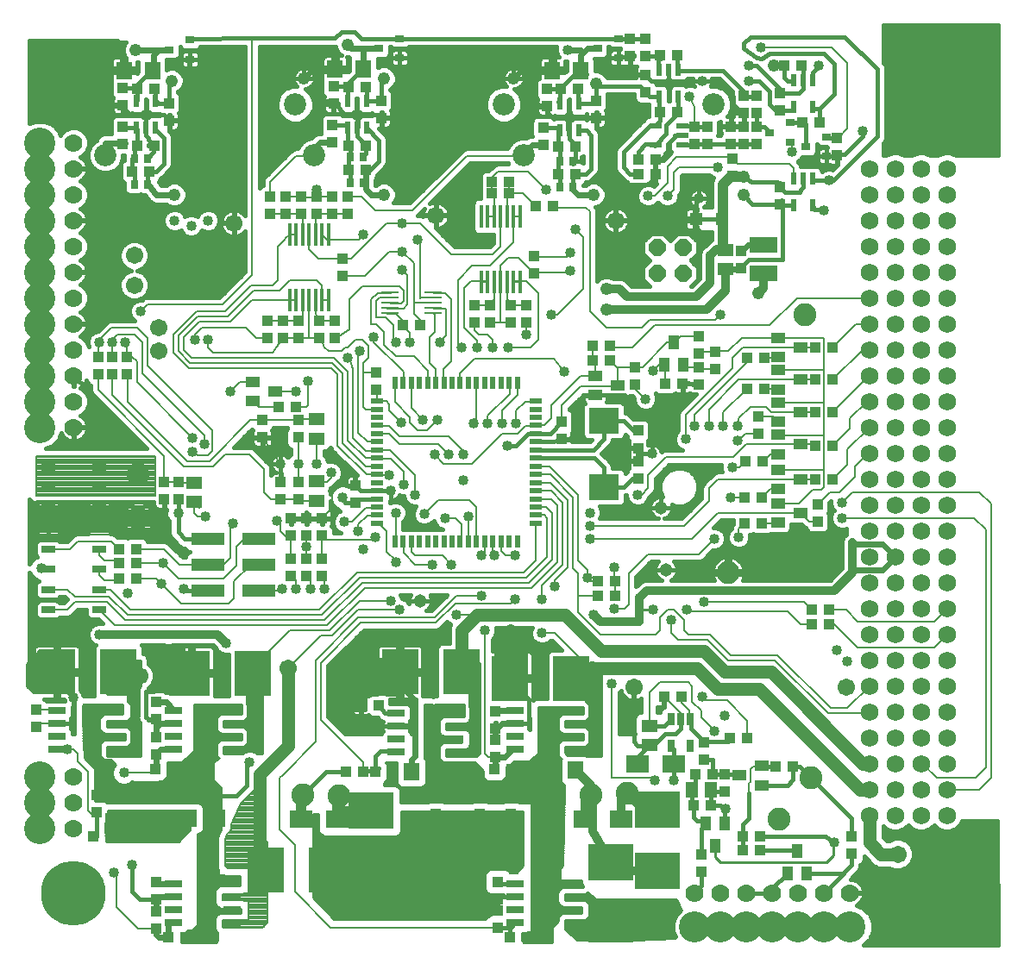
<source format=gbr>
G75*
G70*
%OFA0B0*%
%FSLAX24Y24*%
%IPPOS*%
%LPD*%
%AMOC8*
5,1,8,0,0,1.08239X$1,22.5*
%
%ADD10R,0.0236X0.0472*%
%ADD11R,0.0394X0.0433*%
%ADD12R,0.0433X0.0394*%
%ADD13R,0.0630X0.0709*%
%ADD14R,0.0276X0.0354*%
%ADD15C,0.0860*%
%ADD16R,0.0350X0.0310*%
%ADD17R,0.0472X0.0236*%
%ADD18R,0.0394X0.0551*%
%ADD19C,0.1200*%
%ADD20C,0.0700*%
%ADD21R,0.0512X0.0591*%
%ADD22R,0.0900X0.0709*%
%ADD23R,0.0709X0.0276*%
%ADD24R,0.0470X0.0220*%
%ADD25R,0.0220X0.0470*%
%ADD26R,0.1181X0.0984*%
%ADD27R,0.1063X0.0630*%
%ADD28R,0.0591X0.0512*%
%ADD29R,0.0709X0.0630*%
%ADD30R,0.1732X0.1437*%
%ADD31R,0.1437X0.1732*%
%ADD32R,0.0551X0.0394*%
%ADD33R,0.0500X0.0500*%
%ADD34C,0.2500*%
%ADD35C,0.0680*%
%ADD36R,0.0272X0.0472*%
%ADD37OC8,0.0640*%
%ADD38R,0.1260X0.0500*%
%ADD39R,0.0540X0.0250*%
%ADD40R,0.0165X0.0906*%
%ADD41R,0.0669X0.0098*%
%ADD42C,0.0160*%
%ADD43C,0.0477*%
%ADD44C,0.0240*%
%ADD45C,0.0674*%
%ADD46C,0.0398*%
%ADD47C,0.0595*%
%ADD48C,0.0100*%
%ADD49C,0.0080*%
%ADD50C,0.0886*%
%ADD51C,0.0320*%
%ADD52C,0.0400*%
%ADD53C,0.0516*%
%ADD54C,0.0700*%
%ADD55C,0.0500*%
%ADD56C,0.0560*%
D10*
X036166Y029372D03*
X036914Y029372D03*
X036914Y030400D03*
X036540Y030400D03*
X036166Y030400D03*
X036166Y033172D03*
X036914Y033172D03*
X036914Y034200D03*
X036540Y034200D03*
X036166Y034200D03*
X031714Y034600D03*
X031340Y034600D03*
X030966Y034600D03*
X030966Y033572D03*
X031714Y033572D03*
X027864Y033300D03*
X027116Y033300D03*
X027116Y032272D03*
X027490Y032272D03*
X027864Y032272D03*
X019664Y032372D03*
X019290Y032372D03*
X018916Y032372D03*
X018916Y033400D03*
X019664Y033400D03*
X011514Y033400D03*
X010766Y033400D03*
X010766Y032372D03*
X011140Y032372D03*
X011514Y032372D03*
D11*
X012040Y032651D03*
X012040Y033321D03*
X011474Y033886D03*
X010805Y033886D03*
X010805Y031686D03*
X011474Y031686D03*
X011274Y030686D03*
X010605Y030686D03*
X016540Y029721D03*
X016540Y029051D03*
X017740Y029051D03*
X017740Y029721D03*
X018955Y030736D03*
X019624Y030736D03*
X019624Y031686D03*
X018955Y031686D03*
X020240Y032751D03*
X020240Y033421D03*
X019624Y033936D03*
X018955Y033936D03*
X024505Y029836D03*
X025174Y029836D03*
X026205Y029336D03*
X026874Y029336D03*
X027055Y030586D03*
X027724Y030586D03*
X027724Y031636D03*
X027055Y031636D03*
X028540Y032751D03*
X028540Y033421D03*
X027824Y033886D03*
X027155Y033886D03*
X029840Y035151D03*
X029840Y035821D03*
X031005Y035186D03*
X031674Y035186D03*
X030440Y034421D03*
X030440Y033751D03*
X031005Y032986D03*
X031674Y032986D03*
X032840Y032421D03*
X032840Y031751D03*
X034240Y031751D03*
X034240Y032421D03*
X035640Y033051D03*
X036505Y032586D03*
X037174Y032586D03*
X035640Y033721D03*
X035805Y034786D03*
X036474Y034786D03*
X030824Y031136D03*
X030155Y031136D03*
X026140Y027421D03*
X026140Y026751D03*
X025240Y025521D03*
X025240Y024851D03*
X024440Y024851D03*
X024440Y025521D03*
X028395Y023936D03*
X029064Y023936D03*
X029070Y023373D03*
X028401Y023373D03*
X031205Y022486D03*
X031874Y022486D03*
X034355Y022286D03*
X035024Y022286D03*
X037005Y022636D03*
X037674Y022636D03*
X037674Y021386D03*
X037005Y021386D03*
X037005Y020086D03*
X037674Y020086D03*
X037674Y018786D03*
X037005Y018786D03*
X034974Y019486D03*
X034305Y019486D03*
X034255Y018086D03*
X034924Y018086D03*
X034924Y017086D03*
X034255Y017086D03*
X036855Y013736D03*
X037524Y013736D03*
X037524Y013186D03*
X036855Y013186D03*
X031824Y010386D03*
X031155Y010386D03*
X033705Y008786D03*
X034374Y008786D03*
X035455Y007686D03*
X036124Y007686D03*
X033024Y007386D03*
X032355Y007386D03*
X032305Y006186D03*
X032974Y006186D03*
X034205Y004986D03*
X034205Y004436D03*
X034874Y004436D03*
X034874Y004986D03*
X025874Y001086D03*
X025205Y001086D03*
X025240Y005851D03*
X025240Y006521D03*
X025274Y007586D03*
X024605Y007586D03*
X024040Y006521D03*
X024040Y005851D03*
X022340Y005851D03*
X022340Y006521D03*
X020674Y007486D03*
X020005Y007486D03*
X019524Y007486D03*
X018855Y007486D03*
X019455Y010036D03*
X020124Y010036D03*
X012174Y007586D03*
X011505Y007586D03*
X010940Y006471D03*
X010490Y006471D03*
X010490Y005801D03*
X010940Y005801D03*
X009774Y004986D03*
X009105Y004986D03*
X012340Y005801D03*
X012340Y006471D03*
X012674Y001086D03*
X012005Y001086D03*
X028591Y014277D03*
X028590Y014843D03*
X029259Y014843D03*
X029261Y014277D03*
X030166Y018814D03*
X030166Y019483D03*
X030166Y019995D03*
X030166Y020664D03*
X027210Y020334D03*
X027210Y021003D03*
X034355Y023486D03*
X035024Y023486D03*
X037005Y023886D03*
X037674Y023886D03*
X035640Y029401D03*
X035640Y030071D03*
X020040Y022921D03*
X020040Y022251D03*
X017840Y024251D03*
X017840Y024921D03*
X016440Y024921D03*
X016440Y024251D03*
X016255Y021586D03*
X016924Y021586D03*
X019225Y018536D03*
X019225Y017867D03*
X010774Y016086D03*
X010105Y016086D03*
X010105Y015536D03*
X010105Y014936D03*
X010774Y014936D03*
X010774Y015536D03*
X018740Y026651D03*
X018740Y027321D03*
D12*
X018940Y029051D03*
X018340Y029051D03*
X018340Y029721D03*
X018940Y029721D03*
X017140Y029721D03*
X017140Y029051D03*
X015940Y029051D03*
X015940Y029721D03*
X018340Y031801D03*
X018340Y032471D03*
X018390Y033301D03*
X018390Y033971D03*
X024505Y030286D03*
X025174Y030286D03*
X026490Y031701D03*
X026490Y032371D03*
X026640Y033201D03*
X026640Y033871D03*
X030440Y035151D03*
X030440Y035821D03*
X034240Y033621D03*
X034740Y033621D03*
X034740Y032951D03*
X034240Y032951D03*
X034740Y032421D03*
X034740Y031751D03*
X033740Y031751D03*
X033740Y032421D03*
X033790Y031171D03*
X033790Y030501D03*
X032340Y031751D03*
X032340Y032421D03*
X030824Y030586D03*
X030155Y030586D03*
X034140Y027621D03*
X034140Y026951D03*
X032490Y024321D03*
X032490Y023651D03*
X032490Y023121D03*
X033140Y023051D03*
X032490Y022451D03*
X033140Y023721D03*
X034790Y021221D03*
X034790Y020551D03*
X037090Y017821D03*
X037090Y017151D03*
X030040Y022451D03*
X030040Y023121D03*
X025840Y024851D03*
X025840Y025521D03*
X023840Y025521D03*
X023840Y024851D03*
X021724Y024736D03*
X021055Y024736D03*
X018440Y024921D03*
X018440Y024251D03*
X017040Y024251D03*
X017040Y024921D03*
X015840Y024921D03*
X015840Y024251D03*
X015640Y021071D03*
X015640Y020401D03*
X017040Y020401D03*
X017040Y021071D03*
X017040Y018671D03*
X016340Y018671D03*
X016340Y018001D03*
X017040Y018001D03*
X017340Y017271D03*
X017940Y017271D03*
X017940Y016601D03*
X017340Y016601D03*
X016740Y016601D03*
X016740Y017271D03*
X016740Y015721D03*
X017340Y015721D03*
X017940Y015721D03*
X017940Y015051D03*
X017340Y015051D03*
X016740Y015051D03*
X012390Y018001D03*
X011840Y018001D03*
X011840Y018671D03*
X012390Y018671D03*
X010390Y022851D03*
X009840Y022851D03*
X009290Y022851D03*
X009290Y023521D03*
X009840Y023521D03*
X010390Y023521D03*
X010240Y031751D03*
X010240Y032421D03*
X010240Y033251D03*
X010240Y033921D03*
X037840Y031971D03*
X037840Y031301D03*
X024640Y009821D03*
X024640Y009151D03*
X024640Y008721D03*
X024640Y008051D03*
X024740Y003221D03*
X024740Y002551D03*
X024740Y002121D03*
X024740Y001451D03*
X032590Y003601D03*
X032590Y004271D03*
X033490Y006701D03*
X033490Y007371D03*
X032690Y007951D03*
X032690Y008621D03*
X038390Y004971D03*
X038390Y004301D03*
X011540Y003221D03*
X011540Y002551D03*
X011540Y002071D03*
X011540Y001401D03*
X009240Y005901D03*
X009240Y006571D03*
X011540Y008151D03*
X011540Y008821D03*
X011540Y009501D03*
X011540Y010171D03*
X006890Y009871D03*
X006890Y009201D03*
D13*
X012788Y005686D03*
X013891Y005686D03*
X021388Y007486D03*
X022491Y007486D03*
X026638Y007536D03*
X027741Y007536D03*
X026341Y004036D03*
X025238Y004036D03*
X026838Y034586D03*
X027941Y034586D03*
X019541Y034636D03*
X018438Y034636D03*
X011391Y034586D03*
X010288Y034586D03*
D14*
X010684Y031186D03*
X011195Y031186D03*
X011195Y030186D03*
X010684Y030186D03*
X019034Y030236D03*
X019545Y030236D03*
X019545Y031236D03*
X019034Y031236D03*
X027134Y031086D03*
X027645Y031086D03*
X027645Y030086D03*
X027134Y030086D03*
D15*
X025719Y031303D03*
X024960Y033270D03*
X017619Y031303D03*
X016910Y033270D03*
X009569Y031303D03*
X033060Y033270D03*
D16*
X035240Y032196D03*
X036040Y031816D03*
X036640Y031646D03*
X037440Y031266D03*
X037440Y032026D03*
X036040Y032576D03*
X029390Y035066D03*
X029390Y035826D03*
X028590Y035446D03*
X020940Y035066D03*
X020940Y035826D03*
X020140Y035446D03*
X012840Y035776D03*
X012040Y035396D03*
X012840Y035016D03*
D17*
X030825Y032460D03*
X030825Y031712D03*
X031854Y031712D03*
X031854Y032086D03*
X031854Y032460D03*
D18*
X031540Y024069D03*
X031914Y023203D03*
X031166Y023203D03*
X032766Y005469D03*
X033514Y005469D03*
X033140Y004603D03*
X035916Y003553D03*
X036664Y003553D03*
X036290Y004419D03*
D19*
X007040Y005286D03*
X007040Y006286D03*
X007040Y007286D03*
X007040Y020786D03*
X007040Y021786D03*
X007040Y022786D03*
X007040Y023786D03*
X007040Y024786D03*
X007040Y025786D03*
X007040Y026786D03*
X007040Y027786D03*
X007040Y028786D03*
X007040Y029786D03*
X007040Y030786D03*
X007040Y031786D03*
X032340Y001486D03*
X033340Y001486D03*
X034340Y001486D03*
X035340Y001486D03*
X036340Y001486D03*
X037340Y001486D03*
X038340Y001486D03*
D20*
X038340Y002786D03*
X037340Y002786D03*
X036340Y002786D03*
X035340Y002786D03*
X034340Y002786D03*
X033340Y002786D03*
X032340Y002786D03*
X008340Y005286D03*
X008340Y006286D03*
X008340Y007286D03*
X008340Y020786D03*
X008340Y021786D03*
X008340Y022786D03*
X008340Y023786D03*
X008340Y024786D03*
X008340Y025786D03*
X008340Y026786D03*
X008340Y027786D03*
X008340Y028786D03*
X008340Y029786D03*
X008340Y030786D03*
X008340Y031786D03*
D21*
X032216Y006786D03*
X032964Y006786D03*
D22*
X031540Y007786D03*
X030140Y007786D03*
X029490Y005636D03*
X028090Y005636D03*
X018540Y005636D03*
X017140Y005636D03*
D23*
X014467Y003136D03*
X014467Y002636D03*
X014467Y002136D03*
X014467Y001636D03*
X012212Y001636D03*
X012212Y002136D03*
X012212Y002636D03*
X012212Y003136D03*
X012212Y008336D03*
X012212Y008836D03*
X012212Y009336D03*
X012212Y009836D03*
X009967Y009836D03*
X009967Y009336D03*
X009967Y008836D03*
X009967Y008336D03*
X007712Y008336D03*
X007712Y008836D03*
X007712Y009336D03*
X007712Y009836D03*
X014467Y009836D03*
X014467Y009336D03*
X014467Y008836D03*
X014467Y008336D03*
X020812Y008236D03*
X020812Y008736D03*
X020812Y009236D03*
X020812Y009736D03*
X023067Y009736D03*
X023067Y009236D03*
X023067Y008736D03*
X023067Y008236D03*
X025412Y008336D03*
X025412Y008836D03*
X025412Y009336D03*
X025412Y009836D03*
X027667Y009836D03*
X027667Y009336D03*
X027667Y008836D03*
X027667Y008336D03*
X027667Y003136D03*
X027667Y002636D03*
X027667Y002136D03*
X027667Y001636D03*
X025412Y001636D03*
X025412Y002136D03*
X025412Y002636D03*
X025412Y003136D03*
D24*
X026191Y017084D03*
X026191Y017399D03*
X026191Y017714D03*
X026191Y018029D03*
X026191Y018344D03*
X026191Y018659D03*
X026191Y018973D03*
X026191Y019288D03*
X026191Y019603D03*
X026191Y019918D03*
X026191Y020233D03*
X026191Y020548D03*
X026191Y020863D03*
X026191Y021178D03*
X026191Y021493D03*
X026191Y021808D03*
X020049Y021808D03*
X020049Y021493D03*
X020049Y021178D03*
X020049Y020863D03*
X020049Y020548D03*
X020049Y020233D03*
X020049Y019918D03*
X020049Y019603D03*
X020049Y019288D03*
X020049Y018973D03*
X020049Y018659D03*
X020049Y018344D03*
X020049Y018029D03*
X020049Y017714D03*
X020049Y017399D03*
X020049Y017084D03*
D25*
X020758Y016375D03*
X021073Y016375D03*
X021388Y016375D03*
X021703Y016375D03*
X022018Y016375D03*
X022333Y016375D03*
X022648Y016375D03*
X022963Y016375D03*
X023278Y016375D03*
X023592Y016375D03*
X023907Y016375D03*
X024222Y016375D03*
X024537Y016375D03*
X024852Y016375D03*
X025167Y016375D03*
X025482Y016375D03*
X025482Y022517D03*
X025167Y022517D03*
X024852Y022517D03*
X024537Y022517D03*
X024222Y022517D03*
X023907Y022517D03*
X023592Y022517D03*
X023278Y022517D03*
X022963Y022517D03*
X022648Y022517D03*
X022333Y022517D03*
X022018Y022517D03*
X021703Y022517D03*
X021388Y022517D03*
X021073Y022517D03*
X020758Y022517D03*
D26*
X028834Y021037D03*
X028834Y018478D03*
D27*
X034990Y026735D03*
X034990Y027837D03*
D28*
X033540Y027660D03*
X033540Y026912D03*
X017740Y021110D03*
X017740Y020362D03*
X017740Y018710D03*
X017740Y017962D03*
X012990Y017912D03*
X012990Y018660D03*
X030590Y009260D03*
X030590Y008512D03*
D29*
X011540Y006687D03*
X011540Y005585D03*
X009890Y005585D03*
X009890Y006687D03*
D30*
X019840Y005977D03*
X019840Y003595D03*
X029090Y003977D03*
X030890Y003645D03*
X029090Y001595D03*
X030890Y006027D03*
D31*
X027580Y011086D03*
X025199Y011086D03*
X023330Y011336D03*
X020949Y011336D03*
X015280Y011286D03*
X012899Y011286D03*
X010080Y011336D03*
X007699Y011336D03*
X015749Y003686D03*
X018130Y003686D03*
D32*
X034056Y007336D03*
X034923Y006962D03*
X034923Y007710D03*
X035556Y017112D03*
X036423Y017486D03*
X035556Y017860D03*
X035556Y018412D03*
X035556Y019160D03*
X036423Y018786D03*
X035556Y019762D03*
X036423Y020136D03*
X035556Y020510D03*
X035556Y021012D03*
X036423Y021386D03*
X035556Y021760D03*
X035556Y022262D03*
X036423Y022636D03*
X035556Y023010D03*
X035556Y023512D03*
X035556Y024260D03*
X036423Y023886D03*
X029360Y022404D03*
X028494Y022778D03*
X028494Y022030D03*
X016123Y022186D03*
X015256Y021812D03*
X015256Y022560D03*
D33*
X032390Y028836D03*
X033390Y028836D03*
D34*
X042090Y032786D03*
X008340Y034286D03*
X042090Y003786D03*
X008340Y002786D03*
D35*
X039090Y005786D03*
X040090Y005786D03*
X041090Y005786D03*
X042090Y005786D03*
X042090Y006786D03*
X042090Y007786D03*
X041090Y007786D03*
X041090Y006786D03*
X040090Y006786D03*
X040090Y007786D03*
X039090Y007786D03*
X039090Y006786D03*
X039090Y008786D03*
X040090Y008786D03*
X041090Y008786D03*
X042090Y008786D03*
X042090Y009786D03*
X042090Y010786D03*
X041090Y010786D03*
X041090Y009786D03*
X040090Y009786D03*
X040090Y010786D03*
X039090Y010786D03*
X039090Y009786D03*
X039090Y011786D03*
X040090Y011786D03*
X041090Y011786D03*
X042090Y011786D03*
X042090Y012786D03*
X041090Y012786D03*
X040090Y012786D03*
X039090Y012786D03*
X039090Y013786D03*
X040090Y013786D03*
X041090Y013786D03*
X042090Y013786D03*
X042090Y014786D03*
X041090Y014786D03*
X040090Y014786D03*
X039090Y014786D03*
X039090Y015786D03*
X040090Y015786D03*
X041090Y015786D03*
X042090Y015786D03*
X042090Y016786D03*
X041090Y016786D03*
X040090Y016786D03*
X039090Y016786D03*
X039090Y017786D03*
X040090Y017786D03*
X041090Y017786D03*
X042090Y017786D03*
X042090Y018786D03*
X042090Y019786D03*
X041090Y019786D03*
X041090Y018786D03*
X040090Y018786D03*
X040090Y019786D03*
X039090Y019786D03*
X039090Y018786D03*
X039090Y020786D03*
X040090Y020786D03*
X041090Y020786D03*
X042090Y020786D03*
X042090Y021786D03*
X041090Y021786D03*
X040090Y021786D03*
X039090Y021786D03*
X039090Y022786D03*
X040090Y022786D03*
X041090Y022786D03*
X042090Y022786D03*
X042090Y023786D03*
X041090Y023786D03*
X040090Y023786D03*
X039090Y023786D03*
X039090Y024786D03*
X040090Y024786D03*
X041090Y024786D03*
X042090Y024786D03*
X042090Y025786D03*
X041090Y025786D03*
X040090Y025786D03*
X039090Y025786D03*
X039090Y026786D03*
X040090Y026786D03*
X041090Y026786D03*
X042090Y026786D03*
X042090Y027786D03*
X042090Y028786D03*
X041090Y028786D03*
X041090Y027786D03*
X040090Y027786D03*
X040090Y028786D03*
X039090Y028786D03*
X039090Y027786D03*
X039090Y029786D03*
X040090Y029786D03*
X041090Y029786D03*
X042090Y029786D03*
X042090Y030786D03*
X041090Y030786D03*
X040090Y030786D03*
X039090Y030786D03*
D36*
X032164Y009500D03*
X031790Y009500D03*
X031416Y009500D03*
X031416Y008472D03*
X032164Y008472D03*
D37*
X031890Y026736D03*
X031890Y027736D03*
X030890Y027736D03*
X030890Y026736D03*
D38*
X015490Y016486D03*
X015490Y015486D03*
X015490Y014486D03*
X013521Y014486D03*
X013521Y015486D03*
X013521Y016486D03*
D39*
X009340Y016093D03*
X009340Y015306D03*
X009340Y014519D03*
X009340Y013732D03*
X007360Y013732D03*
X007360Y014519D03*
X007360Y015306D03*
X007360Y016093D03*
X007360Y016880D03*
X007360Y017667D03*
X007360Y018454D03*
X007360Y019241D03*
X009340Y019241D03*
X009340Y018454D03*
X009340Y017667D03*
X009340Y016880D03*
D40*
X016695Y025726D03*
X016945Y025726D03*
X017195Y025726D03*
X017445Y025726D03*
X017695Y025726D03*
X017945Y025726D03*
X018195Y025726D03*
X018195Y028246D03*
X017945Y028246D03*
X017695Y028246D03*
X017445Y028246D03*
X017195Y028246D03*
X016945Y028246D03*
X016690Y028246D03*
X024090Y028946D03*
X024345Y028946D03*
X024595Y028946D03*
X024845Y028946D03*
X025095Y028946D03*
X025345Y028946D03*
X025595Y028946D03*
X025595Y026426D03*
X025345Y026426D03*
X025095Y026426D03*
X024845Y026426D03*
X024595Y026426D03*
X024345Y026426D03*
X024095Y026426D03*
D41*
X022242Y025997D03*
X022242Y025800D03*
X022242Y025603D03*
X022242Y025406D03*
X022242Y025209D03*
X020578Y025209D03*
X020578Y025406D03*
X020578Y025603D03*
X020578Y025800D03*
X020578Y025997D03*
D42*
X022766Y028056D02*
X024560Y028056D01*
X024560Y027902D02*
X024424Y027766D01*
X023055Y027766D01*
X022321Y028501D01*
X022321Y028967D01*
X022358Y028967D01*
X022358Y028469D01*
X022380Y028469D01*
X022461Y028482D01*
X022538Y028507D01*
X022610Y028544D01*
X022676Y028592D01*
X022734Y028649D01*
X022782Y028715D01*
X022818Y028788D01*
X022844Y028865D01*
X022856Y028945D01*
X022856Y028968D01*
X022358Y028968D01*
X022358Y029005D01*
X022321Y029005D01*
X022321Y029503D01*
X022299Y029503D01*
X022218Y029490D01*
X022141Y029465D01*
X022087Y029437D01*
X023655Y031006D01*
X025117Y031006D01*
X025133Y030966D01*
X024795Y030966D01*
X024684Y030966D01*
X024581Y030923D01*
X024380Y030723D01*
X024241Y030723D01*
X024152Y030686D01*
X024085Y030619D01*
X024048Y030531D01*
X024048Y030042D01*
X024068Y029994D01*
X024068Y029639D01*
X023959Y029639D01*
X023871Y029602D01*
X023803Y029535D01*
X023767Y029446D01*
X023767Y028445D01*
X023803Y028357D01*
X023871Y028290D01*
X023959Y028253D01*
X024215Y028253D01*
X024465Y028253D01*
X024560Y028253D01*
X024560Y027902D01*
X024554Y027897D02*
X022925Y027897D01*
X022607Y028214D02*
X024560Y028214D01*
X023797Y028373D02*
X022449Y028373D01*
X022358Y028531D02*
X022321Y028531D01*
X022321Y028690D02*
X022358Y028690D01*
X022358Y028848D02*
X022321Y028848D01*
X022321Y028968D02*
X021823Y028968D01*
X021823Y028955D01*
X021795Y028966D01*
X021615Y028966D01*
X021677Y029028D01*
X021888Y029239D01*
X021861Y029185D01*
X021835Y029107D01*
X021823Y029027D01*
X021823Y029005D01*
X022321Y029005D01*
X022321Y028968D01*
X022321Y029007D02*
X022358Y029007D01*
X022358Y029005D02*
X022358Y029503D01*
X022380Y029503D01*
X022461Y029490D01*
X022538Y029465D01*
X022610Y029428D01*
X022676Y029380D01*
X022734Y029323D01*
X022782Y029257D01*
X022818Y029185D01*
X022844Y029107D01*
X022856Y029027D01*
X022856Y029005D01*
X022358Y029005D01*
X022358Y029165D02*
X022321Y029165D01*
X022321Y029324D02*
X022358Y029324D01*
X022358Y029482D02*
X022321Y029482D01*
X022195Y029482D02*
X022132Y029482D01*
X022290Y029641D02*
X024068Y029641D01*
X024068Y029800D02*
X022449Y029800D01*
X022607Y029958D02*
X024068Y029958D01*
X024048Y030117D02*
X022766Y030117D01*
X022924Y030275D02*
X024048Y030275D01*
X024048Y030434D02*
X023083Y030434D01*
X023242Y030592D02*
X024074Y030592D01*
X024408Y030751D02*
X023400Y030751D01*
X023559Y030909D02*
X024567Y030909D01*
X025103Y031566D02*
X023595Y031566D01*
X023484Y031566D01*
X023381Y031523D01*
X021324Y029466D01*
X020696Y029466D01*
X020745Y029515D01*
X020818Y029691D01*
X020818Y029881D01*
X020745Y030057D01*
X020611Y030192D01*
X020435Y030265D01*
X020244Y030265D01*
X020069Y030192D01*
X020023Y030146D01*
X019989Y030146D01*
X019984Y030151D01*
X019984Y030343D01*
X020024Y030384D01*
X020061Y030472D01*
X020061Y030555D01*
X020321Y030815D01*
X020411Y030905D01*
X020459Y031022D01*
X020459Y031822D01*
X020459Y031950D01*
X020411Y032067D01*
X020123Y032355D01*
X020221Y032355D01*
X020221Y032733D01*
X020258Y032733D01*
X020258Y032770D01*
X020221Y032770D01*
X020221Y032964D01*
X020258Y032964D01*
X020258Y032770D01*
X020616Y032770D01*
X020616Y032992D01*
X020605Y033034D01*
X020640Y033068D01*
X020676Y033156D01*
X020676Y033685D01*
X020640Y033773D01*
X020572Y033841D01*
X020559Y033846D01*
X020559Y033859D01*
X020611Y033881D01*
X020745Y034015D01*
X020818Y034191D01*
X020818Y034381D01*
X020745Y034557D01*
X020611Y034692D01*
X020435Y034765D01*
X020244Y034765D01*
X020096Y034703D01*
X020096Y035038D01*
X020090Y035051D01*
X020362Y035051D01*
X020450Y035088D01*
X020518Y035155D01*
X020554Y035243D01*
X020554Y035506D01*
X020590Y035506D01*
X020629Y035468D01*
X020717Y035431D01*
X021162Y035431D01*
X021250Y035468D01*
X021289Y035506D01*
X027014Y035506D01*
X027000Y035473D01*
X027000Y035299D01*
X027067Y035137D01*
X027084Y035120D01*
X026916Y035120D01*
X026916Y034664D01*
X026761Y034664D01*
X026761Y035120D01*
X026500Y035120D01*
X026454Y035108D01*
X026413Y035084D01*
X026379Y035051D01*
X026356Y035010D01*
X026343Y034964D01*
X026343Y034664D01*
X026761Y034664D01*
X026761Y034509D01*
X026343Y034509D01*
X026343Y034294D01*
X026287Y034271D01*
X026220Y034204D01*
X026183Y034115D01*
X026183Y033626D01*
X026220Y033538D01*
X026268Y033490D01*
X026255Y033468D01*
X026243Y033422D01*
X026243Y033220D01*
X026621Y033220D01*
X026621Y033183D01*
X026243Y033183D01*
X026243Y032981D01*
X026255Y032935D01*
X026279Y032894D01*
X026312Y032861D01*
X026354Y032837D01*
X026399Y032825D01*
X026621Y032825D01*
X026621Y033183D01*
X026658Y033183D01*
X026658Y032825D01*
X026880Y032825D01*
X026921Y032836D01*
X026950Y032824D01*
X027281Y032824D01*
X027370Y032861D01*
X027437Y032928D01*
X027474Y033016D01*
X027474Y033460D01*
X027488Y033466D01*
X027489Y033468D01*
X027491Y033466D01*
X027504Y033461D01*
X027504Y033265D01*
X027504Y033138D01*
X027505Y033135D01*
X027505Y033016D01*
X027542Y032928D01*
X027609Y032861D01*
X027698Y032824D01*
X028029Y032824D01*
X028118Y032861D01*
X028163Y032906D01*
X028163Y032770D01*
X028521Y032770D01*
X028521Y032964D01*
X028558Y032964D01*
X028558Y032770D01*
X028521Y032770D01*
X028521Y032733D01*
X028163Y032733D01*
X028163Y032666D01*
X028118Y032712D01*
X028029Y032748D01*
X027698Y032748D01*
X027609Y032712D01*
X027586Y032688D01*
X027490Y032688D01*
X027490Y032272D01*
X027489Y032272D01*
X027489Y032688D01*
X027393Y032688D01*
X027370Y032712D01*
X027281Y032748D01*
X026950Y032748D01*
X026890Y032723D01*
X026842Y032771D01*
X026754Y032808D01*
X026225Y032808D01*
X026137Y032771D01*
X026070Y032704D01*
X026033Y032615D01*
X026033Y032126D01*
X026060Y032061D01*
X025983Y032061D01*
X025851Y032007D01*
X025817Y031973D01*
X025586Y031973D01*
X025339Y031871D01*
X025151Y031682D01*
X025103Y031566D01*
X025171Y031702D02*
X020459Y031702D01*
X020459Y031544D02*
X023429Y031544D01*
X023242Y031385D02*
X020459Y031385D01*
X020459Y031226D02*
X023084Y031226D01*
X022925Y031068D02*
X020459Y031068D01*
X020413Y030909D02*
X022767Y030909D01*
X022608Y030751D02*
X020257Y030751D01*
X020098Y030592D02*
X022450Y030592D01*
X022291Y030434D02*
X020045Y030434D01*
X019984Y030275D02*
X022133Y030275D01*
X021974Y030117D02*
X020686Y030117D01*
X020786Y029958D02*
X021816Y029958D01*
X021657Y029800D02*
X020818Y029800D01*
X020797Y029641D02*
X021498Y029641D01*
X021340Y029482D02*
X020712Y029482D01*
X021656Y029007D02*
X021823Y029007D01*
X021677Y029028D02*
X021677Y029028D01*
X021815Y029165D02*
X021854Y029165D01*
X022484Y029482D02*
X023782Y029482D01*
X023767Y029324D02*
X022733Y029324D01*
X022825Y029165D02*
X023767Y029165D01*
X023767Y029007D02*
X022856Y029007D01*
X022838Y028848D02*
X023767Y028848D01*
X023767Y028690D02*
X022763Y028690D01*
X022585Y028531D02*
X023767Y028531D01*
X027134Y030086D02*
X027134Y030492D01*
X027040Y030586D01*
X027055Y030586D01*
X027060Y030586D01*
X027060Y031086D01*
X027134Y031086D01*
X027130Y031086D01*
X027130Y031636D01*
X027055Y031636D01*
X027070Y031636D01*
X027070Y032272D01*
X027116Y032272D01*
X027120Y032272D01*
X027120Y032371D01*
X026490Y032371D01*
X026033Y032336D02*
X020142Y032336D01*
X020258Y032355D02*
X020460Y032355D01*
X020506Y032367D01*
X020547Y032391D01*
X020580Y032424D01*
X020604Y032465D01*
X020616Y032511D01*
X020616Y032733D01*
X020258Y032733D01*
X020258Y032355D01*
X020258Y032495D02*
X020221Y032495D01*
X020221Y032653D02*
X020258Y032653D01*
X020240Y032751D02*
X020605Y032751D01*
X020940Y033086D01*
X020940Y035066D01*
X020940Y035066D01*
X021294Y035066D01*
X021294Y034887D01*
X021282Y034842D01*
X021259Y034801D01*
X021225Y034767D01*
X021184Y034743D01*
X021138Y034731D01*
X020940Y034731D01*
X020940Y035066D01*
X021294Y035066D01*
X021294Y035245D01*
X021282Y035291D01*
X021259Y035332D01*
X021225Y035365D01*
X021184Y035389D01*
X021138Y035401D01*
X020940Y035401D01*
X020940Y035067D01*
X020939Y035067D01*
X020939Y035401D01*
X020741Y035401D01*
X020695Y035389D01*
X020654Y035365D01*
X020620Y035332D01*
X020597Y035291D01*
X020585Y035245D01*
X020585Y035066D01*
X020585Y034887D01*
X020597Y034842D01*
X020620Y034801D01*
X020654Y034767D01*
X020695Y034743D01*
X020741Y034731D01*
X020939Y034731D01*
X020939Y035066D01*
X020585Y035066D01*
X020939Y035066D01*
X020939Y035066D01*
X020940Y035066D01*
X020940Y035086D01*
X020939Y035031D02*
X020940Y035031D01*
X020939Y034873D02*
X020940Y034873D01*
X020939Y035190D02*
X020940Y035190D01*
X020939Y035349D02*
X020940Y035349D01*
X021242Y035349D02*
X027000Y035349D01*
X027046Y035190D02*
X021294Y035190D01*
X021294Y035031D02*
X026368Y035031D01*
X026343Y034873D02*
X021291Y034873D01*
X020746Y034556D02*
X025018Y034556D01*
X025020Y034559D02*
X024982Y034505D01*
X024952Y034447D01*
X024931Y034384D01*
X024921Y034319D01*
X024921Y034286D01*
X024921Y034253D01*
X024931Y034188D01*
X024952Y034126D01*
X024982Y034067D01*
X025020Y034014D01*
X025054Y033980D01*
X024819Y033980D01*
X024558Y033872D01*
X024358Y033672D01*
X024250Y033411D01*
X024250Y033128D01*
X024358Y032867D01*
X024558Y032668D01*
X024819Y032560D01*
X025101Y032560D01*
X025362Y032668D01*
X025562Y032867D01*
X025670Y033128D01*
X025670Y033411D01*
X025562Y033672D01*
X025366Y033868D01*
X025372Y033868D01*
X025437Y033878D01*
X025500Y033898D01*
X025559Y033928D01*
X025612Y033967D01*
X025659Y034014D01*
X025697Y034067D01*
X025727Y034126D01*
X025748Y034188D01*
X025758Y034253D01*
X025758Y034286D01*
X025340Y034286D01*
X025340Y034286D01*
X025758Y034286D01*
X025758Y034319D01*
X025748Y034384D01*
X025727Y034447D01*
X025697Y034505D01*
X025659Y034559D01*
X025612Y034605D01*
X025559Y034644D01*
X025500Y034674D01*
X025437Y034694D01*
X025372Y034705D01*
X025340Y034705D01*
X025340Y034287D01*
X025339Y034287D01*
X025339Y034705D01*
X025307Y034705D01*
X025242Y034694D01*
X025179Y034674D01*
X025120Y034644D01*
X025067Y034605D01*
X025020Y034559D01*
X024936Y034397D02*
X020811Y034397D01*
X020818Y034239D02*
X024923Y034239D01*
X024921Y034286D02*
X025339Y034286D01*
X025339Y034286D01*
X024921Y034286D01*
X024975Y034080D02*
X020772Y034080D01*
X020652Y033922D02*
X024679Y033922D01*
X024449Y033763D02*
X020644Y033763D01*
X020676Y033605D02*
X024330Y033605D01*
X024265Y033446D02*
X020676Y033446D01*
X020676Y033288D02*
X024250Y033288D01*
X024250Y033129D02*
X020665Y033129D01*
X020616Y032970D02*
X024315Y032970D01*
X024414Y032812D02*
X020616Y032812D01*
X020616Y032653D02*
X024593Y032653D01*
X025327Y032653D02*
X026049Y032653D01*
X026033Y032495D02*
X020612Y032495D01*
X020300Y032178D02*
X026033Y032178D01*
X025881Y032019D02*
X020431Y032019D01*
X020459Y031861D02*
X025330Y031861D01*
X025719Y031303D02*
X025723Y031303D01*
X025740Y031286D01*
X027070Y031626D02*
X027070Y031636D01*
X027490Y031936D02*
X027740Y031686D01*
X027724Y031671D01*
X027724Y031636D01*
X027724Y031071D01*
X027645Y030992D01*
X027645Y031086D01*
X027646Y031086D02*
X027646Y031086D01*
X027963Y031086D01*
X027963Y031043D01*
X027969Y031043D01*
X028020Y031022D01*
X028020Y031269D01*
X027990Y031252D01*
X027963Y031245D01*
X027963Y031086D01*
X027646Y031086D01*
X027645Y030992D02*
X027640Y030986D01*
X027963Y031068D02*
X028020Y031068D01*
X028020Y031226D02*
X027963Y031226D01*
X027743Y031655D02*
X027706Y031655D01*
X027706Y031796D01*
X027743Y031796D01*
X027743Y031655D01*
X027743Y031702D02*
X027706Y031702D01*
X027490Y031936D02*
X027490Y032272D01*
X027440Y032322D01*
X027440Y032786D01*
X026840Y032786D01*
X026640Y032986D01*
X026640Y033201D01*
X026621Y033129D02*
X026658Y033129D01*
X026658Y032970D02*
X026621Y032970D01*
X026246Y032970D02*
X025605Y032970D01*
X025670Y033129D02*
X026243Y033129D01*
X026243Y033288D02*
X025670Y033288D01*
X025655Y033446D02*
X026249Y033446D01*
X026192Y033605D02*
X025590Y033605D01*
X025471Y033763D02*
X026183Y033763D01*
X026183Y033922D02*
X025546Y033922D01*
X025704Y034080D02*
X026183Y034080D01*
X026255Y034239D02*
X025756Y034239D01*
X025743Y034397D02*
X026343Y034397D01*
X026343Y034714D02*
X020556Y034714D01*
X020588Y034873D02*
X020096Y034873D01*
X020096Y035031D02*
X020585Y035031D01*
X020585Y035190D02*
X020532Y035190D01*
X020554Y035349D02*
X020637Y035349D01*
X020940Y035826D02*
X019450Y035826D01*
X019190Y036086D01*
X018690Y036086D01*
X018440Y035836D01*
X015239Y035830D01*
X012880Y035826D01*
X012830Y035776D01*
X012840Y035776D01*
X012830Y035776D02*
X012790Y035736D01*
X012839Y035351D02*
X012641Y035351D01*
X012595Y035339D01*
X012554Y035315D01*
X012520Y035282D01*
X012497Y035241D01*
X012485Y035195D01*
X012485Y035016D01*
X012485Y034837D01*
X012497Y034792D01*
X012520Y034751D01*
X012554Y034717D01*
X012595Y034693D01*
X012641Y034681D01*
X012839Y034681D01*
X012839Y035016D01*
X012485Y035016D01*
X012839Y035016D01*
X012839Y035016D01*
X012840Y035016D01*
X012840Y035016D01*
X013194Y035016D01*
X013194Y034837D01*
X013182Y034792D01*
X013159Y034751D01*
X013125Y034717D01*
X013084Y034693D01*
X013038Y034681D01*
X012840Y034681D01*
X012840Y035016D01*
X013194Y035016D01*
X013194Y035195D01*
X013182Y035241D01*
X013159Y035282D01*
X013125Y035315D01*
X013084Y035339D01*
X013038Y035351D01*
X012840Y035351D01*
X012840Y035017D01*
X012839Y035017D01*
X012839Y035351D01*
X012839Y035349D02*
X012840Y035349D01*
X012839Y035190D02*
X012840Y035190D01*
X012840Y035036D02*
X012790Y034986D01*
X012790Y032936D01*
X012490Y032636D01*
X012040Y032636D01*
X012040Y032651D01*
X012040Y032686D01*
X011840Y032886D01*
X011140Y032886D01*
X011140Y032372D01*
X011139Y032372D01*
X011139Y032788D01*
X011043Y032788D01*
X011020Y032812D01*
X010931Y032848D01*
X010600Y032848D01*
X010563Y032833D01*
X010504Y032858D01*
X009975Y032858D01*
X009887Y032821D01*
X009820Y032754D01*
X009783Y032665D01*
X009783Y032176D01*
X009795Y032146D01*
X009497Y032146D01*
X009365Y032091D01*
X009264Y031990D01*
X009219Y031883D01*
X009189Y031871D01*
X009001Y031682D01*
X008899Y031436D01*
X008899Y031169D01*
X009001Y030923D01*
X009189Y030735D01*
X009436Y030633D01*
X009702Y030633D01*
X009948Y030735D01*
X010137Y030923D01*
X010239Y031169D01*
X010239Y031315D01*
X010306Y031315D01*
X010306Y031289D01*
X010290Y031250D01*
X010290Y031113D01*
X010272Y031106D01*
X010205Y031039D01*
X010168Y030950D01*
X010168Y030422D01*
X010205Y030334D01*
X010272Y030266D01*
X010306Y030252D01*
X010306Y029961D01*
X010342Y029873D01*
X010410Y029806D01*
X010498Y029769D01*
X010869Y029769D01*
X010939Y029798D01*
X011010Y029769D01*
X011102Y029769D01*
X011224Y029606D01*
X011234Y029582D01*
X011267Y029550D01*
X011294Y029513D01*
X011317Y029499D01*
X011336Y029481D01*
X011378Y029463D01*
X011418Y029440D01*
X011444Y029436D01*
X011468Y029426D01*
X011514Y029426D01*
X011559Y029420D01*
X011585Y029426D01*
X011923Y029426D01*
X011969Y029381D01*
X012144Y029308D01*
X012335Y029308D01*
X012511Y029381D01*
X012645Y029515D01*
X012718Y029691D01*
X012718Y029881D01*
X012645Y030057D01*
X012511Y030192D01*
X012335Y030265D01*
X012144Y030265D01*
X011969Y030192D01*
X011923Y030146D01*
X011719Y030146D01*
X011620Y030279D01*
X011674Y030334D01*
X011705Y030409D01*
X011721Y030415D01*
X012111Y030805D01*
X012159Y030922D01*
X012159Y031050D01*
X012159Y032050D01*
X012111Y032167D01*
X012021Y032257D01*
X012021Y032633D01*
X012058Y032633D01*
X012058Y032670D01*
X012021Y032670D01*
X012021Y032864D01*
X012058Y032864D01*
X012058Y032670D01*
X012416Y032670D01*
X012416Y032892D01*
X012405Y032934D01*
X012440Y032968D01*
X012476Y033056D01*
X012476Y033585D01*
X012440Y033673D01*
X012372Y033741D01*
X012359Y033746D01*
X012359Y033759D01*
X012411Y033781D01*
X012545Y033915D01*
X012618Y034091D01*
X012618Y034281D01*
X012545Y034457D01*
X012411Y034592D01*
X012235Y034665D01*
X012044Y034665D01*
X011946Y034624D01*
X011946Y034988D01*
X011940Y035001D01*
X012262Y035001D01*
X012350Y035038D01*
X012418Y035105D01*
X012454Y035193D01*
X012454Y035501D01*
X012461Y035485D01*
X012529Y035418D01*
X012617Y035381D01*
X013062Y035381D01*
X013150Y035418D01*
X013218Y035485D01*
X013227Y035507D01*
X014960Y035510D01*
X014960Y028987D01*
X014934Y029023D01*
X014876Y029080D01*
X014810Y029128D01*
X014738Y029165D01*
X014661Y029190D01*
X014580Y029203D01*
X014558Y029203D01*
X014558Y028705D01*
X014521Y028705D01*
X014521Y029203D01*
X014499Y029203D01*
X014418Y029190D01*
X014341Y029165D01*
X014269Y029128D01*
X014203Y029080D01*
X014145Y029023D01*
X014097Y028957D01*
X014061Y028885D01*
X014035Y028807D01*
X014023Y028727D01*
X014023Y028705D01*
X014521Y028705D01*
X014521Y028668D01*
X014023Y028668D01*
X014023Y028645D01*
X014035Y028565D01*
X014061Y028488D01*
X014097Y028415D01*
X014145Y028349D01*
X014203Y028292D01*
X014269Y028244D01*
X014341Y028207D01*
X014418Y028182D01*
X014499Y028169D01*
X014521Y028169D01*
X014521Y028667D01*
X014558Y028667D01*
X014558Y028169D01*
X014580Y028169D01*
X014661Y028182D01*
X014738Y028207D01*
X014810Y028244D01*
X014876Y028292D01*
X014934Y028349D01*
X014960Y028385D01*
X014960Y026802D01*
X013974Y025816D01*
X011245Y025816D01*
X011134Y025816D01*
X011031Y025773D01*
X010983Y025725D01*
X010852Y025725D01*
X010691Y025658D01*
X010567Y025535D01*
X010500Y025373D01*
X010500Y025199D01*
X010567Y025037D01*
X010689Y024916D01*
X009734Y024916D01*
X009631Y024873D01*
X009552Y024795D01*
X009283Y024525D01*
X009252Y024525D01*
X009091Y024458D01*
X008967Y024335D01*
X008900Y024173D01*
X008900Y023999D01*
X008934Y023918D01*
X008927Y023911D01*
X008840Y024120D01*
X008674Y024286D01*
X008592Y024320D01*
X008617Y024333D01*
X008685Y024382D01*
X008744Y024441D01*
X008793Y024508D01*
X008831Y024583D01*
X008856Y024662D01*
X008869Y024744D01*
X008869Y024768D01*
X008358Y024768D01*
X008358Y024805D01*
X008869Y024805D01*
X008869Y024828D01*
X008856Y024910D01*
X008831Y024990D01*
X008793Y025064D01*
X008744Y025131D01*
X008685Y025190D01*
X008617Y025239D01*
X008592Y025252D01*
X008674Y025286D01*
X008840Y025452D01*
X008929Y025669D01*
X008929Y025904D01*
X008840Y026120D01*
X008674Y026286D01*
X008592Y026320D01*
X008617Y026333D01*
X008685Y026382D01*
X008744Y026441D01*
X008793Y026508D01*
X008831Y026583D01*
X008856Y026662D01*
X008869Y026744D01*
X008869Y026768D01*
X008358Y026768D01*
X008358Y026805D01*
X008869Y026805D01*
X008869Y026828D01*
X008856Y026910D01*
X008831Y026990D01*
X008793Y027064D01*
X008744Y027131D01*
X008685Y027190D01*
X008617Y027239D01*
X008592Y027252D01*
X008674Y027286D01*
X008840Y027452D01*
X008929Y027669D01*
X008929Y027904D01*
X008840Y028120D01*
X008674Y028286D01*
X008592Y028320D01*
X008617Y028333D01*
X008685Y028382D01*
X008744Y028441D01*
X008793Y028508D01*
X008831Y028583D01*
X008856Y028662D01*
X008869Y028744D01*
X008869Y028768D01*
X008358Y028768D01*
X008358Y028805D01*
X008869Y028805D01*
X008869Y028828D01*
X008856Y028910D01*
X008831Y028990D01*
X008793Y029064D01*
X008744Y029131D01*
X008685Y029190D01*
X008617Y029239D01*
X008592Y029252D01*
X008674Y029286D01*
X008840Y029452D01*
X008929Y029669D01*
X008929Y029904D01*
X008840Y030120D01*
X008674Y030286D01*
X008592Y030320D01*
X008617Y030333D01*
X008685Y030382D01*
X008744Y030441D01*
X008793Y030508D01*
X008831Y030583D01*
X008856Y030662D01*
X008869Y030744D01*
X008869Y030768D01*
X008358Y030768D01*
X008358Y030805D01*
X008869Y030805D01*
X008869Y030828D01*
X008856Y030910D01*
X008831Y030990D01*
X008793Y031064D01*
X008744Y031131D01*
X008685Y031190D01*
X008617Y031239D01*
X008592Y031252D01*
X008674Y031286D01*
X008840Y031452D01*
X008929Y031669D01*
X008929Y031904D01*
X008840Y032120D01*
X008674Y032286D01*
X008457Y032376D01*
X008222Y032376D01*
X008005Y032286D01*
X007839Y032120D01*
X007825Y032085D01*
X007752Y032262D01*
X007515Y032498D01*
X007207Y032626D01*
X006872Y032626D01*
X006640Y032530D01*
X006640Y035736D01*
X010040Y035736D01*
X010040Y035686D01*
X010363Y035686D01*
X010334Y035657D01*
X010261Y035481D01*
X010261Y035291D01*
X010334Y035115D01*
X010366Y035083D01*
X010366Y034664D01*
X010211Y034664D01*
X010211Y035120D01*
X009950Y035120D01*
X009904Y035108D01*
X009863Y035084D01*
X009829Y035051D01*
X009806Y035010D01*
X009793Y034964D01*
X009793Y034664D01*
X010211Y034664D01*
X010211Y034509D01*
X009793Y034509D01*
X009793Y034208D01*
X009796Y034197D01*
X009783Y034165D01*
X009783Y033676D01*
X009820Y033588D01*
X009868Y033540D01*
X009855Y033518D01*
X009843Y033472D01*
X009843Y033270D01*
X010221Y033270D01*
X010221Y033233D01*
X009843Y033233D01*
X009843Y033031D01*
X009855Y032985D01*
X009879Y032944D01*
X009912Y032911D01*
X009954Y032887D01*
X009999Y032875D01*
X010221Y032875D01*
X010221Y033233D01*
X010258Y033233D01*
X010258Y032875D01*
X010480Y032875D01*
X010526Y032887D01*
X010567Y032911D01*
X010586Y032930D01*
X010600Y032924D01*
X010931Y032924D01*
X011020Y032961D01*
X011087Y033028D01*
X011124Y033116D01*
X011124Y033385D01*
X011125Y033388D01*
X011125Y033461D01*
X011138Y033466D01*
X011139Y033468D01*
X011141Y033466D01*
X011155Y033460D01*
X011155Y033116D01*
X011192Y033028D01*
X011259Y032961D01*
X011348Y032924D01*
X011671Y032924D01*
X011663Y032892D01*
X011663Y032848D01*
X011348Y032848D01*
X011259Y032812D01*
X011236Y032788D01*
X011140Y032788D01*
X011140Y032372D01*
X011140Y032086D01*
X011240Y031986D01*
X011240Y031921D01*
X011474Y031686D01*
X011440Y031686D01*
X011440Y031430D01*
X011195Y031186D01*
X011242Y031668D02*
X011242Y031705D01*
X011455Y031705D01*
X011455Y031668D01*
X011242Y031668D01*
X011242Y031702D02*
X011455Y031702D01*
X011840Y031986D02*
X011514Y032312D01*
X011514Y032372D01*
X011140Y032495D02*
X011139Y032495D01*
X011139Y032653D02*
X011140Y032653D01*
X011019Y032812D02*
X011260Y032812D01*
X011140Y032886D02*
X010540Y032886D01*
X010240Y033186D01*
X010240Y033251D01*
X010221Y033129D02*
X010258Y033129D01*
X010258Y032970D02*
X010221Y032970D01*
X009864Y032970D02*
X006640Y032970D01*
X006640Y032812D02*
X009878Y032812D01*
X009783Y032653D02*
X006640Y032653D01*
X006640Y033129D02*
X009843Y033129D01*
X009843Y033288D02*
X006640Y033288D01*
X006640Y033446D02*
X009843Y033446D01*
X009813Y033605D02*
X006640Y033605D01*
X006640Y033763D02*
X009783Y033763D01*
X009783Y033922D02*
X006640Y033922D01*
X006640Y034080D02*
X009783Y034080D01*
X009793Y034239D02*
X006640Y034239D01*
X006640Y034397D02*
X009793Y034397D01*
X009793Y034714D02*
X006640Y034714D01*
X006640Y034556D02*
X010211Y034556D01*
X010366Y034556D02*
X010836Y034556D01*
X010836Y034535D02*
X010836Y034908D01*
X010835Y034908D01*
X010783Y034908D01*
X010783Y034664D01*
X010366Y034664D01*
X010366Y034509D01*
X010783Y034509D01*
X010783Y034482D01*
X010836Y034535D01*
X010836Y034714D02*
X010783Y034714D01*
X010783Y034873D02*
X010836Y034873D01*
X010366Y034873D02*
X010211Y034873D01*
X010211Y035031D02*
X010366Y035031D01*
X010303Y035190D02*
X006640Y035190D01*
X006640Y035031D02*
X009818Y035031D01*
X009793Y034873D02*
X006640Y034873D01*
X006640Y035349D02*
X010261Y035349D01*
X010272Y035507D02*
X006640Y035507D01*
X006640Y035666D02*
X010342Y035666D01*
X010366Y034714D02*
X010211Y034714D01*
X010805Y034051D02*
X011340Y034586D01*
X011391Y034586D01*
X011946Y034714D02*
X012559Y034714D01*
X012485Y034873D02*
X011946Y034873D01*
X012336Y035031D02*
X012485Y035031D01*
X012485Y035190D02*
X012453Y035190D01*
X012454Y035349D02*
X012631Y035349D01*
X012840Y035036D02*
X012840Y035016D01*
X012839Y035031D02*
X012840Y035031D01*
X012839Y034873D02*
X012840Y034873D01*
X012839Y034714D02*
X012840Y034714D01*
X013120Y034714D02*
X014960Y034714D01*
X014960Y034556D02*
X012446Y034556D01*
X012570Y034397D02*
X014960Y034397D01*
X014960Y034239D02*
X012618Y034239D01*
X012613Y034080D02*
X014960Y034080D01*
X014960Y033922D02*
X012548Y033922D01*
X012368Y033763D02*
X014960Y033763D01*
X014960Y033605D02*
X012468Y033605D01*
X012476Y033446D02*
X014960Y033446D01*
X014960Y033288D02*
X012476Y033288D01*
X012476Y033129D02*
X014960Y033129D01*
X014960Y032970D02*
X012441Y032970D01*
X012416Y032812D02*
X014960Y032812D01*
X014960Y032653D02*
X012058Y032653D01*
X012058Y032633D02*
X012416Y032633D01*
X012416Y032411D01*
X012404Y032365D01*
X012380Y032324D01*
X012347Y032291D01*
X012306Y032267D01*
X012260Y032255D01*
X012058Y032255D01*
X012058Y032633D01*
X012058Y032495D02*
X012021Y032495D01*
X012021Y032336D02*
X012058Y032336D01*
X012100Y032178D02*
X014960Y032178D01*
X014960Y032336D02*
X012387Y032336D01*
X012416Y032495D02*
X014960Y032495D01*
X015519Y032495D02*
X017883Y032495D01*
X017883Y032653D02*
X017277Y032653D01*
X017312Y032668D02*
X017512Y032867D01*
X017620Y033128D01*
X017620Y033411D01*
X017512Y033672D01*
X017312Y033872D01*
X017308Y033873D01*
X017337Y033878D01*
X017400Y033898D01*
X017459Y033928D01*
X017512Y033967D01*
X017559Y034014D01*
X017597Y034067D01*
X017627Y034126D01*
X017648Y034188D01*
X017658Y034253D01*
X017658Y034286D01*
X017240Y034286D01*
X017240Y034286D01*
X017658Y034286D01*
X017658Y034319D01*
X017648Y034384D01*
X017627Y034447D01*
X017597Y034505D01*
X017559Y034559D01*
X017512Y034605D01*
X017459Y034644D01*
X017400Y034674D01*
X017337Y034694D01*
X017272Y034705D01*
X017240Y034705D01*
X017240Y034287D01*
X017239Y034287D01*
X017239Y034705D01*
X017207Y034705D01*
X017142Y034694D01*
X017079Y034674D01*
X017020Y034644D01*
X016967Y034605D01*
X016920Y034559D01*
X016882Y034505D01*
X016852Y034447D01*
X016831Y034384D01*
X016821Y034319D01*
X016821Y034286D01*
X016821Y034253D01*
X016831Y034188D01*
X016852Y034126D01*
X016882Y034067D01*
X016920Y034014D01*
X016954Y033980D01*
X016769Y033980D01*
X016508Y033872D01*
X016308Y033672D01*
X016200Y033411D01*
X016200Y033128D01*
X016308Y032867D01*
X016508Y032668D01*
X016769Y032560D01*
X017051Y032560D01*
X017312Y032668D01*
X017456Y032812D02*
X017928Y032812D01*
X017920Y032804D02*
X017883Y032715D01*
X017883Y032226D01*
X017910Y032161D01*
X017783Y032161D01*
X017651Y032107D01*
X017517Y031973D01*
X017486Y031973D01*
X017239Y031871D01*
X017051Y031682D01*
X017003Y031566D01*
X016884Y031566D01*
X016781Y031523D01*
X016702Y031445D01*
X015702Y030445D01*
X015660Y030342D01*
X015660Y030230D01*
X015660Y030151D01*
X015587Y030121D01*
X015520Y030054D01*
X015519Y030053D01*
X015519Y035511D01*
X018439Y035516D01*
X018461Y035516D01*
X018461Y035491D01*
X018534Y035315D01*
X018669Y035181D01*
X018693Y035170D01*
X018516Y035170D01*
X018516Y034714D01*
X018361Y034714D01*
X018361Y035170D01*
X018100Y035170D01*
X018054Y035158D01*
X018013Y035134D01*
X017979Y035101D01*
X017956Y035060D01*
X017943Y035014D01*
X017943Y034714D01*
X015519Y034714D01*
X015519Y034556D02*
X016918Y034556D01*
X016836Y034397D02*
X015519Y034397D01*
X015519Y034239D02*
X016823Y034239D01*
X016821Y034286D02*
X017239Y034286D01*
X017239Y034286D01*
X016821Y034286D01*
X016875Y034080D02*
X015519Y034080D01*
X015519Y033922D02*
X016629Y033922D01*
X016399Y033763D02*
X015519Y033763D01*
X015519Y033605D02*
X016280Y033605D01*
X016215Y033446D02*
X015519Y033446D01*
X015519Y033288D02*
X016200Y033288D01*
X016200Y033129D02*
X015519Y033129D01*
X015519Y032970D02*
X016265Y032970D01*
X016364Y032812D02*
X015519Y032812D01*
X015519Y032653D02*
X016543Y032653D01*
X017230Y031861D02*
X015519Y031861D01*
X015519Y032019D02*
X017563Y032019D01*
X017903Y032178D02*
X015519Y032178D01*
X015519Y032336D02*
X017883Y032336D01*
X017920Y032804D02*
X017987Y032871D01*
X018075Y032908D01*
X018604Y032908D01*
X018692Y032871D01*
X018725Y032838D01*
X018750Y032848D01*
X019081Y032848D01*
X019170Y032812D01*
X019193Y032788D01*
X019289Y032788D01*
X019289Y032372D01*
X019290Y032372D01*
X019290Y032788D01*
X019386Y032788D01*
X019409Y032812D01*
X019498Y032848D01*
X019829Y032848D01*
X019863Y032834D01*
X019863Y032938D01*
X019829Y032924D01*
X019498Y032924D01*
X019409Y032961D01*
X019342Y033028D01*
X019305Y033116D01*
X019305Y033510D01*
X019291Y033516D01*
X019289Y033518D01*
X019288Y033516D01*
X019274Y033510D01*
X019274Y033116D01*
X019237Y033028D01*
X019170Y032961D01*
X019081Y032924D01*
X018750Y032924D01*
X018694Y032947D01*
X018676Y032937D01*
X018630Y032925D01*
X018408Y032925D01*
X018408Y033283D01*
X018371Y033283D01*
X017993Y033283D01*
X017993Y033081D01*
X018005Y033035D01*
X018029Y032994D01*
X018062Y032961D01*
X018104Y032937D01*
X018149Y032925D01*
X018371Y032925D01*
X018371Y033283D01*
X018371Y033320D01*
X017993Y033320D01*
X017993Y033522D01*
X018005Y033568D01*
X018018Y033590D01*
X017970Y033638D01*
X017933Y033726D01*
X017933Y034215D01*
X017946Y034247D01*
X017943Y034258D01*
X017943Y034559D01*
X018361Y034559D01*
X018361Y034714D01*
X018516Y034714D01*
X018933Y034714D01*
X018986Y034714D01*
X018933Y034714D02*
X018933Y035014D01*
X018921Y035060D01*
X018897Y035101D01*
X018891Y035108D01*
X018956Y035108D01*
X019006Y035087D01*
X018986Y035038D01*
X018986Y034585D01*
X018933Y034532D01*
X018933Y034559D01*
X018516Y034559D01*
X018516Y034714D01*
X018438Y034636D02*
X018190Y034636D01*
X018361Y034714D02*
X017943Y034714D01*
X017943Y034556D02*
X017561Y034556D01*
X017643Y034397D02*
X017943Y034397D01*
X017943Y034239D02*
X017656Y034239D01*
X017604Y034080D02*
X017933Y034080D01*
X017933Y033922D02*
X017446Y033922D01*
X017421Y033763D02*
X017933Y033763D01*
X018003Y033605D02*
X017540Y033605D01*
X017605Y033446D02*
X017993Y033446D01*
X017993Y033129D02*
X017620Y033129D01*
X017620Y033288D02*
X018371Y033288D01*
X018390Y033301D02*
X018424Y033301D01*
X018840Y032886D01*
X019340Y032886D01*
X020240Y032886D01*
X020240Y032751D01*
X020221Y032812D02*
X020258Y032812D01*
X019664Y032372D02*
X019654Y032372D01*
X020140Y031886D01*
X020140Y031086D01*
X019790Y030736D01*
X019624Y030736D01*
X019624Y030371D02*
X019624Y030301D01*
X019624Y030371D02*
X019540Y030286D01*
X019545Y030280D01*
X019545Y030236D01*
X019034Y030236D02*
X019020Y030236D01*
X019020Y030736D01*
X018955Y030736D01*
X018970Y030736D01*
X018970Y031236D01*
X019034Y031236D01*
X019020Y031236D01*
X019020Y031686D01*
X018955Y031686D01*
X018920Y031686D01*
X018920Y032372D01*
X018916Y032372D01*
X018920Y032372D02*
X018920Y032471D01*
X018340Y032471D01*
X018920Y032372D02*
X018920Y032346D01*
X019290Y032372D02*
X019340Y032422D01*
X019340Y032886D01*
X019410Y032812D02*
X019169Y032812D01*
X019179Y032970D02*
X019400Y032970D01*
X019305Y033129D02*
X019274Y033129D01*
X019274Y033288D02*
X019305Y033288D01*
X019305Y033446D02*
X019274Y033446D01*
X018916Y033400D02*
X018916Y033962D01*
X018940Y033986D01*
X018955Y033971D01*
X018955Y034101D01*
X019490Y034636D01*
X019541Y034636D01*
X020096Y034714D02*
X020123Y034714D01*
X020340Y034286D02*
X020240Y034186D01*
X020240Y033421D01*
X019674Y033421D01*
X019654Y033400D01*
X019664Y033400D01*
X019664Y033862D01*
X019624Y033901D01*
X019624Y033936D01*
X019654Y033400D02*
X019640Y033386D01*
X018955Y033901D02*
X018955Y033936D01*
X018955Y033971D01*
X018955Y033901D02*
X018940Y033886D01*
X018855Y033971D01*
X018390Y033971D01*
X018340Y033386D02*
X018424Y033301D01*
X018408Y033288D02*
X018557Y033288D01*
X018557Y033283D02*
X018408Y033283D01*
X018408Y033320D01*
X018557Y033320D01*
X018557Y033283D01*
X018408Y033129D02*
X018371Y033129D01*
X018371Y032970D02*
X018408Y032970D01*
X018053Y032970D02*
X017555Y032970D01*
X017071Y031702D02*
X015519Y031702D01*
X015519Y031544D02*
X016829Y031544D01*
X016642Y031385D02*
X015519Y031385D01*
X015519Y031226D02*
X016484Y031226D01*
X016325Y031068D02*
X015519Y031068D01*
X015519Y030909D02*
X016167Y030909D01*
X016008Y030751D02*
X015519Y030751D01*
X015519Y030592D02*
X015850Y030592D01*
X015698Y030434D02*
X015519Y030434D01*
X015519Y030275D02*
X015660Y030275D01*
X015583Y030117D02*
X015519Y030117D01*
X014960Y030117D02*
X012586Y030117D01*
X012686Y029958D02*
X014960Y029958D01*
X014960Y029800D02*
X012718Y029800D01*
X012697Y029641D02*
X014960Y029641D01*
X014960Y029482D02*
X012612Y029482D01*
X012374Y029324D02*
X014960Y029324D01*
X014960Y029165D02*
X014737Y029165D01*
X014558Y029165D02*
X014521Y029165D01*
X014521Y029007D02*
X014558Y029007D01*
X014558Y028848D02*
X014521Y028848D01*
X014521Y028690D02*
X013975Y028690D01*
X013979Y028699D02*
X013979Y028873D01*
X013912Y029035D01*
X013788Y029158D01*
X013627Y029225D01*
X013452Y029225D01*
X013291Y029158D01*
X013167Y029035D01*
X013136Y028959D01*
X012977Y029025D01*
X012802Y029025D01*
X012643Y028959D01*
X012612Y029035D01*
X012488Y029158D01*
X012327Y029225D01*
X012152Y029225D01*
X011991Y029158D01*
X011867Y029035D01*
X011800Y028873D01*
X011800Y028699D01*
X011867Y028537D01*
X011991Y028414D01*
X012152Y028347D01*
X012327Y028347D01*
X012486Y028413D01*
X012517Y028337D01*
X012641Y028214D01*
X012802Y028147D01*
X012977Y028147D01*
X013138Y028214D01*
X013262Y028337D01*
X013293Y028413D01*
X013452Y028347D01*
X013627Y028347D01*
X013788Y028414D01*
X013912Y028537D01*
X013979Y028699D01*
X013979Y028848D02*
X014049Y028848D01*
X014134Y029007D02*
X013923Y029007D01*
X013771Y029165D02*
X014342Y029165D01*
X014945Y029007D02*
X014960Y029007D01*
X014558Y028531D02*
X014521Y028531D01*
X014521Y028373D02*
X014558Y028373D01*
X014558Y028214D02*
X014521Y028214D01*
X014327Y028214D02*
X013138Y028214D01*
X013276Y028373D02*
X013390Y028373D01*
X013689Y028373D02*
X014128Y028373D01*
X014046Y028531D02*
X013906Y028531D01*
X013308Y029165D02*
X012471Y029165D01*
X012623Y029007D02*
X012758Y029007D01*
X013021Y029007D02*
X013156Y029007D01*
X012503Y028373D02*
X012389Y028373D01*
X012641Y028214D02*
X008746Y028214D01*
X008672Y028373D02*
X012090Y028373D01*
X011874Y028531D02*
X008804Y028531D01*
X008861Y028690D02*
X011804Y028690D01*
X011800Y028848D02*
X008866Y028848D01*
X008822Y029007D02*
X011856Y029007D01*
X012008Y029165D02*
X008710Y029165D01*
X008712Y029324D02*
X012105Y029324D01*
X011334Y029482D02*
X008852Y029482D01*
X008918Y029641D02*
X011198Y029641D01*
X011195Y030186D02*
X011195Y030642D01*
X011240Y030686D01*
X011540Y030686D01*
X011840Y030986D01*
X011840Y031986D01*
X012159Y032019D02*
X014960Y032019D01*
X014960Y031861D02*
X012159Y031861D01*
X012159Y031702D02*
X014960Y031702D01*
X014960Y031544D02*
X012159Y031544D01*
X012159Y031385D02*
X014960Y031385D01*
X014960Y031226D02*
X012159Y031226D01*
X012159Y031068D02*
X014960Y031068D01*
X014960Y030909D02*
X012154Y030909D01*
X012057Y030751D02*
X014960Y030751D01*
X014960Y030592D02*
X011898Y030592D01*
X011740Y030434D02*
X014960Y030434D01*
X014960Y030275D02*
X011623Y030275D01*
X011274Y030686D02*
X011240Y030686D01*
X010690Y030686D02*
X010690Y030186D01*
X010684Y030186D01*
X010306Y030117D02*
X008841Y030117D01*
X008907Y029958D02*
X010307Y029958D01*
X010424Y029800D02*
X008929Y029800D01*
X008685Y030275D02*
X010263Y030275D01*
X010168Y030434D02*
X008737Y030434D01*
X008834Y030592D02*
X010168Y030592D01*
X010168Y030751D02*
X009965Y030751D01*
X010123Y030909D02*
X010168Y030909D01*
X010197Y031068D02*
X010234Y031068D01*
X010239Y031226D02*
X010290Y031226D01*
X010610Y031186D02*
X010610Y030686D01*
X010605Y030686D01*
X010690Y030686D01*
X010610Y030686D02*
X010610Y030666D01*
X010690Y031166D02*
X010690Y031186D01*
X010690Y031686D01*
X010805Y031686D01*
X010790Y031686D01*
X010790Y032321D01*
X010805Y032321D01*
X010754Y032372D01*
X010766Y032372D01*
X010754Y032372D02*
X010740Y032386D01*
X010210Y032386D01*
X010210Y032421D01*
X010240Y032421D01*
X009783Y032495D02*
X007519Y032495D01*
X007677Y032336D02*
X008126Y032336D01*
X007897Y032178D02*
X007786Y032178D01*
X008553Y032336D02*
X009783Y032336D01*
X009783Y032178D02*
X008782Y032178D01*
X008882Y032019D02*
X009293Y032019D01*
X009180Y031861D02*
X008929Y031861D01*
X008929Y031702D02*
X009021Y031702D01*
X008944Y031544D02*
X008878Y031544D01*
X008899Y031385D02*
X008773Y031385D01*
X008899Y031226D02*
X008635Y031226D01*
X008790Y031068D02*
X008941Y031068D01*
X009015Y030909D02*
X008857Y030909D01*
X008869Y030751D02*
X009173Y030751D01*
X010610Y031186D02*
X010684Y031186D01*
X010690Y031186D01*
X010790Y031666D02*
X010790Y031686D01*
X012021Y032812D02*
X012058Y032812D01*
X012040Y033286D02*
X012040Y033321D01*
X012040Y034186D01*
X012140Y034186D01*
X011514Y033812D02*
X011440Y033886D01*
X011474Y033886D01*
X011514Y033812D02*
X011514Y033400D01*
X011525Y033400D01*
X011605Y033321D01*
X012040Y033321D01*
X011250Y032970D02*
X011029Y032970D01*
X011124Y033129D02*
X011155Y033129D01*
X011155Y033288D02*
X011124Y033288D01*
X011125Y033446D02*
X011155Y033446D01*
X010805Y033451D02*
X010805Y033886D01*
X010805Y034051D01*
X010805Y033921D02*
X010240Y033921D01*
X010805Y033921D02*
X010840Y033886D01*
X010805Y033886D01*
X010805Y033451D02*
X010754Y033400D01*
X010766Y033400D01*
X010754Y033400D02*
X010740Y033386D01*
X013194Y034873D02*
X014960Y034873D01*
X014960Y035031D02*
X013194Y035031D01*
X013194Y035190D02*
X014960Y035190D01*
X014960Y035349D02*
X013048Y035349D01*
X013424Y035507D02*
X014960Y035507D01*
X015519Y035507D02*
X018461Y035507D01*
X018520Y035349D02*
X015519Y035349D01*
X015519Y035190D02*
X018659Y035190D01*
X018516Y035031D02*
X018361Y035031D01*
X018361Y034873D02*
X018516Y034873D01*
X018933Y034873D02*
X018986Y034873D01*
X018986Y035031D02*
X018929Y035031D01*
X018933Y034556D02*
X018957Y034556D01*
X017943Y034873D02*
X015519Y034873D01*
X015519Y035031D02*
X017948Y035031D01*
X017240Y034556D02*
X017239Y034556D01*
X017239Y034397D02*
X017240Y034397D01*
X019289Y032653D02*
X019290Y032653D01*
X019289Y032495D02*
X019290Y032495D01*
X019290Y032372D02*
X019290Y032036D01*
X019640Y031686D01*
X019624Y031686D01*
X019624Y031371D01*
X019540Y031286D01*
X019545Y031280D01*
X019545Y031236D01*
X019545Y031237D02*
X019545Y031290D01*
X019546Y031290D01*
X019546Y031237D01*
X019545Y031237D01*
X019020Y031236D02*
X019020Y031176D01*
X018970Y030736D02*
X018970Y030726D01*
X019020Y030236D02*
X019020Y030206D01*
X018920Y031666D02*
X018920Y031686D01*
X019654Y032372D02*
X019640Y032386D01*
X020940Y035826D02*
X020940Y035836D01*
X020950Y035826D01*
X029390Y035826D01*
X029390Y035836D01*
X029405Y035821D01*
X029840Y035821D01*
X030440Y035821D01*
X029840Y035821D02*
X029755Y035821D01*
X029740Y035836D01*
X029473Y035431D02*
X029167Y035431D01*
X029079Y035468D01*
X029040Y035506D01*
X029004Y035506D01*
X029004Y035243D01*
X028968Y035155D01*
X028900Y035088D01*
X028812Y035051D01*
X028470Y035051D01*
X028496Y034988D01*
X028496Y034565D01*
X028635Y034565D01*
X028811Y034492D01*
X028945Y034357D01*
X028966Y034306D01*
X030063Y034306D01*
X030063Y034402D01*
X030421Y034402D01*
X030421Y034439D01*
X030063Y034439D01*
X030063Y034661D01*
X030075Y034707D01*
X030098Y034747D01*
X030087Y034751D01*
X030078Y034760D01*
X030060Y034755D01*
X029858Y034755D01*
X029858Y035133D01*
X029858Y035170D01*
X029983Y035170D01*
X029983Y035133D01*
X029858Y035133D01*
X029821Y035133D01*
X029821Y034755D01*
X029654Y034755D01*
X029634Y034743D01*
X029588Y034731D01*
X029390Y034731D01*
X029390Y035066D01*
X029390Y035066D01*
X029463Y035066D01*
X029463Y035066D01*
X029390Y035066D01*
X029389Y035066D01*
X029035Y035066D01*
X029035Y034887D01*
X029047Y034842D01*
X029070Y034801D01*
X029104Y034767D01*
X029145Y034743D01*
X029191Y034731D01*
X029389Y034731D01*
X029389Y035066D01*
X029389Y035066D01*
X029035Y035066D01*
X029035Y035245D01*
X029047Y035291D01*
X029070Y035332D01*
X029104Y035365D01*
X029145Y035389D01*
X029191Y035401D01*
X029389Y035401D01*
X029389Y035067D01*
X029390Y035067D01*
X029390Y035401D01*
X029465Y035401D01*
X029473Y035431D01*
X029390Y035349D02*
X029389Y035349D01*
X029389Y035190D02*
X029390Y035190D01*
X029455Y035101D02*
X029855Y035101D01*
X029890Y035136D01*
X029874Y035151D01*
X029840Y035151D01*
X029840Y035136D01*
X029874Y035101D01*
X029924Y035101D01*
X029940Y035086D01*
X029840Y034986D01*
X029840Y034586D01*
X030005Y034421D01*
X030440Y034421D01*
X030674Y034186D01*
X031240Y034186D01*
X031340Y034286D01*
X031440Y034186D01*
X032640Y034186D01*
X032640Y034186D01*
X033019Y034186D01*
X033019Y034149D01*
X033004Y034076D01*
X032975Y034007D01*
X032957Y033980D01*
X033201Y033980D01*
X033462Y033872D01*
X033662Y033672D01*
X033770Y033411D01*
X033770Y033128D01*
X033662Y032867D01*
X033592Y032798D01*
X033721Y032798D01*
X033721Y032439D01*
X033721Y032402D01*
X033343Y032402D01*
X033343Y032200D01*
X033355Y032154D01*
X033368Y032133D01*
X033320Y032084D01*
X033314Y032071D01*
X033253Y032071D01*
X033247Y032086D01*
X033276Y032156D01*
X033276Y032591D01*
X033343Y032618D01*
X033343Y032439D01*
X033721Y032439D01*
X033758Y032439D01*
X034136Y032439D01*
X034221Y032439D01*
X034221Y032402D01*
X033863Y032402D01*
X033758Y032402D01*
X033758Y032439D01*
X033758Y032798D01*
X033843Y032798D01*
X033843Y032933D01*
X034221Y032933D01*
X034221Y032970D01*
X033843Y032970D01*
X033843Y033172D01*
X033855Y033218D01*
X033868Y033240D01*
X033820Y033288D01*
X033770Y033288D01*
X033820Y033288D02*
X033783Y033376D01*
X033783Y033790D01*
X033307Y034266D01*
X033010Y034266D01*
X033019Y034223D01*
X033019Y034186D01*
X032640Y034186D01*
X033240Y034186D01*
X033840Y033586D01*
X033840Y033286D01*
X034240Y032886D01*
X034240Y032951D01*
X034258Y032933D02*
X034258Y032817D01*
X034258Y032439D01*
X034221Y032439D01*
X034221Y032575D01*
X034221Y032933D01*
X034258Y032933D01*
X034240Y032886D02*
X034240Y032421D01*
X033740Y032421D01*
X033705Y032421D01*
X033640Y032486D01*
X033721Y032495D02*
X033758Y032495D01*
X033758Y032653D02*
X033721Y032653D01*
X033606Y032812D02*
X033843Y032812D01*
X033843Y032970D02*
X033705Y032970D01*
X033770Y033129D02*
X033843Y033129D01*
X033783Y033446D02*
X033755Y033446D01*
X033783Y033605D02*
X033690Y033605D01*
X033783Y033763D02*
X033571Y033763D01*
X033651Y033922D02*
X033341Y033922D01*
X033493Y034080D02*
X033005Y034080D01*
X033016Y034239D02*
X033334Y034239D01*
X033440Y034586D02*
X034240Y033786D01*
X034240Y033621D01*
X034240Y033686D01*
X034340Y033586D01*
X034540Y033586D01*
X034574Y033621D01*
X034740Y033621D01*
X035240Y033786D02*
X034840Y034186D01*
X034440Y034186D01*
X034440Y034786D02*
X034740Y034786D01*
X035640Y033886D01*
X035640Y033721D01*
X036374Y033721D01*
X036540Y033886D01*
X036540Y034200D01*
X036540Y034586D01*
X036474Y034786D01*
X036914Y034512D02*
X036914Y034200D01*
X036914Y034512D02*
X037140Y034786D01*
X037340Y035236D02*
X037740Y034836D01*
X037740Y033672D01*
X037174Y033107D01*
X036979Y033107D01*
X036914Y033172D01*
X037174Y033107D02*
X037174Y032586D01*
X037224Y032636D01*
X036640Y032521D02*
X036505Y032586D01*
X036495Y032576D01*
X036040Y032576D01*
X036074Y033051D02*
X035640Y033051D01*
X035474Y033051D01*
X035240Y033286D01*
X035240Y033786D01*
X035805Y034321D02*
X035940Y034186D01*
X036140Y034186D01*
X036154Y034200D01*
X036166Y034200D01*
X036166Y034260D01*
X035805Y034321D02*
X035805Y034786D01*
X035840Y034686D01*
X035390Y034786D01*
X035240Y035236D02*
X034940Y035036D01*
X034740Y035086D01*
X034240Y035436D01*
X034240Y035636D01*
X034490Y035886D01*
X038140Y035886D01*
X039390Y034636D01*
X039390Y032036D01*
X037690Y030336D01*
X037540Y030336D01*
X037490Y030386D01*
X037540Y030336D02*
X036904Y030350D01*
X036914Y030400D01*
X036540Y030400D02*
X036540Y030086D01*
X036440Y029986D01*
X036440Y029936D01*
X036390Y029886D01*
X035824Y029886D01*
X035640Y030071D01*
X035640Y030236D01*
X035540Y030286D01*
X034540Y030286D01*
X034240Y030486D01*
X034240Y029786D02*
X034555Y029401D01*
X035640Y029401D01*
X035705Y029586D01*
X035740Y029536D01*
X035740Y027286D01*
X034440Y027286D01*
X034140Y026986D01*
X033000Y028040D02*
X032963Y028025D01*
X032850Y027913D01*
X032600Y027663D01*
X032540Y027516D01*
X032540Y027357D01*
X032540Y026552D01*
X032224Y026236D01*
X032181Y026236D01*
X032449Y026504D01*
X032449Y026968D01*
X032181Y027236D01*
X032449Y027504D01*
X032449Y027968D01*
X032121Y028296D01*
X031658Y028296D01*
X031390Y028028D01*
X031121Y028296D01*
X030658Y028296D01*
X030330Y027968D01*
X030330Y027504D01*
X030598Y027236D01*
X030330Y026968D01*
X030330Y026504D01*
X030598Y026236D01*
X029905Y026236D01*
X029666Y026475D01*
X029519Y026536D01*
X029360Y026536D01*
X029216Y026536D01*
X029211Y026542D01*
X029035Y026615D01*
X028844Y026615D01*
X028669Y026542D01*
X028569Y026443D01*
X028569Y029192D01*
X028527Y029295D01*
X028514Y029308D01*
X028535Y029308D01*
X028711Y029381D01*
X028845Y029515D01*
X028918Y029691D01*
X028918Y029881D01*
X028845Y030057D01*
X028711Y030192D01*
X028535Y030265D01*
X028344Y030265D01*
X028169Y030192D01*
X028123Y030146D01*
X028023Y030146D01*
X028023Y030152D01*
X028057Y030166D01*
X028124Y030234D01*
X028138Y030266D01*
X028203Y030266D01*
X028321Y030315D01*
X028411Y030405D01*
X028611Y030605D01*
X028659Y030722D01*
X028659Y030850D01*
X028659Y032150D01*
X028611Y032267D01*
X028521Y032357D01*
X028521Y032733D01*
X028558Y032733D01*
X028558Y032770D01*
X028916Y032770D01*
X028916Y032992D01*
X028905Y033034D01*
X028940Y033068D01*
X028976Y033156D01*
X028976Y033666D01*
X030003Y033666D01*
X030003Y033487D01*
X030039Y033399D01*
X030107Y033331D01*
X030195Y033295D01*
X030472Y033295D01*
X030541Y033266D01*
X030575Y033266D01*
X030568Y033250D01*
X030568Y032818D01*
X030541Y032818D01*
X030453Y032782D01*
X030386Y032714D01*
X030365Y032664D01*
X030342Y032641D01*
X029318Y031617D01*
X029270Y031500D01*
X029270Y031372D01*
X029270Y030772D01*
X029318Y030655D01*
X029408Y030565D01*
X029408Y030565D01*
X029568Y030405D01*
X029568Y030405D01*
X029658Y030315D01*
X029720Y030289D01*
X029735Y030253D01*
X029802Y030186D01*
X029891Y030149D01*
X030390Y030149D01*
X030291Y030108D01*
X030167Y029985D01*
X030100Y029823D01*
X030100Y029649D01*
X030167Y029487D01*
X030291Y029364D01*
X030452Y029297D01*
X030627Y029297D01*
X030788Y029364D01*
X030905Y029481D01*
X030918Y029486D01*
X031041Y029364D01*
X031202Y029297D01*
X031377Y029297D01*
X031538Y029364D01*
X031662Y029487D01*
X031729Y029649D01*
X031729Y029779D01*
X031777Y029828D01*
X031819Y029930D01*
X031819Y030520D01*
X031855Y030556D01*
X032899Y030556D01*
X032991Y030464D01*
X033066Y030433D01*
X033000Y030274D01*
X033000Y030099D01*
X033000Y029326D01*
X032708Y029326D01*
X032731Y029342D01*
X032784Y029394D01*
X032825Y029457D01*
X032854Y029526D01*
X032869Y029599D01*
X032869Y029636D01*
X032490Y029636D01*
X032490Y029636D01*
X032869Y029636D01*
X032869Y029673D01*
X032854Y029747D01*
X032825Y029816D01*
X032784Y029878D01*
X032731Y029931D01*
X032669Y029972D01*
X032600Y030001D01*
X032527Y030015D01*
X032490Y030015D01*
X032490Y029637D01*
X032489Y029637D01*
X032489Y030015D01*
X032452Y030015D01*
X032379Y030001D01*
X032310Y029972D01*
X032248Y029931D01*
X032195Y029878D01*
X032154Y029816D01*
X032125Y029747D01*
X032110Y029673D01*
X032110Y029636D01*
X032110Y029599D01*
X032125Y029526D01*
X032154Y029457D01*
X032195Y029394D01*
X032248Y029342D01*
X032310Y029300D01*
X032379Y029272D01*
X032435Y029261D01*
X032435Y029185D01*
X032413Y029134D01*
X032413Y029109D01*
X032408Y029107D01*
X032344Y029044D01*
X032344Y029266D01*
X032116Y029266D01*
X032070Y029254D01*
X032029Y029230D01*
X031995Y029197D01*
X031972Y029156D01*
X031960Y029110D01*
X031960Y028881D01*
X032270Y028881D01*
X032270Y028791D01*
X031960Y028791D01*
X031960Y028562D01*
X031972Y028517D01*
X031995Y028476D01*
X032029Y028442D01*
X032070Y028418D01*
X032116Y028406D01*
X032344Y028406D01*
X032344Y028629D01*
X032408Y028565D01*
X032413Y028563D01*
X032413Y028538D01*
X032435Y028487D01*
X032435Y028406D01*
X032494Y028406D01*
X032517Y028383D01*
X032606Y028346D01*
X033000Y028346D01*
X033000Y028040D01*
X033000Y028056D02*
X032362Y028056D01*
X032449Y027897D02*
X032835Y027897D01*
X032676Y027739D02*
X032449Y027739D01*
X032449Y027580D02*
X032566Y027580D01*
X032540Y027421D02*
X032367Y027421D01*
X032208Y027263D02*
X032540Y027263D01*
X032540Y027104D02*
X032313Y027104D01*
X032449Y026946D02*
X032540Y026946D01*
X032540Y026787D02*
X032449Y026787D01*
X032449Y026629D02*
X032540Y026629D01*
X032458Y026470D02*
X032415Y026470D01*
X032299Y026312D02*
X032257Y026312D01*
X030522Y026312D02*
X029830Y026312D01*
X029671Y026470D02*
X030364Y026470D01*
X030330Y026629D02*
X028569Y026629D01*
X028569Y026787D02*
X030330Y026787D01*
X030330Y026946D02*
X028569Y026946D01*
X028569Y027104D02*
X030466Y027104D01*
X030571Y027263D02*
X028569Y027263D01*
X028569Y027421D02*
X030412Y027421D01*
X030330Y027580D02*
X028569Y027580D01*
X028569Y027739D02*
X030330Y027739D01*
X030330Y027897D02*
X028569Y027897D01*
X028569Y028056D02*
X030417Y028056D01*
X030576Y028214D02*
X028569Y028214D01*
X028569Y028373D02*
X028979Y028373D01*
X028953Y028392D02*
X029019Y028344D01*
X029091Y028307D01*
X029168Y028282D01*
X029249Y028269D01*
X029271Y028269D01*
X029271Y028767D01*
X029308Y028767D01*
X029308Y028269D01*
X029330Y028269D01*
X029411Y028282D01*
X029488Y028307D01*
X029560Y028344D01*
X029626Y028392D01*
X029684Y028449D01*
X029732Y028515D01*
X029768Y028588D01*
X029794Y028665D01*
X029806Y028745D01*
X029806Y028768D01*
X029308Y028768D01*
X029308Y028805D01*
X029271Y028805D01*
X029271Y029303D01*
X029249Y029303D01*
X029168Y029290D01*
X029091Y029265D01*
X029019Y029228D01*
X028953Y029180D01*
X028895Y029123D01*
X028847Y029057D01*
X028811Y028985D01*
X028785Y028907D01*
X028773Y028827D01*
X028773Y028805D01*
X029271Y028805D01*
X029271Y028768D01*
X028773Y028768D01*
X028773Y028745D01*
X028785Y028665D01*
X028811Y028588D01*
X028847Y028515D01*
X028895Y028449D01*
X028953Y028392D01*
X028839Y028531D02*
X028569Y028531D01*
X028569Y028690D02*
X028781Y028690D01*
X028776Y028848D02*
X028569Y028848D01*
X028569Y029007D02*
X028822Y029007D01*
X028938Y029165D02*
X028569Y029165D01*
X028574Y029324D02*
X030387Y029324D01*
X030172Y029482D02*
X028812Y029482D01*
X028897Y029641D02*
X030104Y029641D01*
X030100Y029800D02*
X028918Y029800D01*
X028886Y029958D02*
X030156Y029958D01*
X030311Y030117D02*
X028786Y030117D01*
X028440Y030434D02*
X029539Y030434D01*
X029381Y030592D02*
X028598Y030592D01*
X028659Y030751D02*
X029278Y030751D01*
X029270Y030909D02*
X028659Y030909D01*
X028659Y031068D02*
X029270Y031068D01*
X029270Y031226D02*
X028659Y031226D01*
X028659Y031385D02*
X029270Y031385D01*
X029288Y031544D02*
X028659Y031544D01*
X028659Y031702D02*
X029403Y031702D01*
X029561Y031861D02*
X028659Y031861D01*
X028659Y032019D02*
X029720Y032019D01*
X029879Y032178D02*
X028648Y032178D01*
X028542Y032336D02*
X030037Y032336D01*
X030196Y032495D02*
X028912Y032495D01*
X028916Y032511D02*
X028916Y032733D01*
X028558Y032733D01*
X028558Y032355D01*
X028760Y032355D01*
X028806Y032367D01*
X028847Y032391D01*
X028880Y032424D01*
X028904Y032465D01*
X028916Y032511D01*
X028916Y032653D02*
X030354Y032653D01*
X030342Y032641D02*
X030342Y032641D01*
X030526Y032812D02*
X028916Y032812D01*
X028916Y032970D02*
X030568Y032970D01*
X030568Y033129D02*
X028965Y033129D01*
X028976Y033288D02*
X030490Y033288D01*
X030605Y033586D02*
X030951Y033586D01*
X030966Y033572D01*
X030966Y033060D01*
X031040Y032986D01*
X031005Y032986D01*
X031005Y032651D01*
X030825Y032472D01*
X030825Y032460D01*
X030614Y032460D01*
X029590Y031436D01*
X029590Y030836D01*
X029840Y030586D01*
X030155Y030586D01*
X030481Y030175D02*
X030507Y030186D01*
X030542Y030221D01*
X030584Y030209D01*
X030806Y030209D01*
X030806Y030567D01*
X030843Y030567D01*
X030843Y030209D01*
X030867Y030209D01*
X030772Y030115D01*
X030627Y030175D01*
X030481Y030175D01*
X030540Y030186D02*
X029640Y030186D01*
X029290Y029836D01*
X029290Y028786D01*
X029290Y028736D01*
X029271Y028690D02*
X029308Y028690D01*
X029308Y028805D02*
X029806Y028805D01*
X029806Y028827D01*
X029794Y028907D01*
X029768Y028985D01*
X029732Y029057D01*
X029684Y029123D01*
X029626Y029180D01*
X029560Y029228D01*
X029488Y029265D01*
X029411Y029290D01*
X029330Y029303D01*
X029308Y029303D01*
X029308Y028805D01*
X029308Y028848D02*
X029271Y028848D01*
X029271Y029007D02*
X029308Y029007D01*
X029308Y029165D02*
X029271Y029165D01*
X029641Y029165D02*
X031977Y029165D01*
X031960Y029007D02*
X029757Y029007D01*
X029803Y028848D02*
X032270Y028848D01*
X032390Y028836D02*
X032390Y029536D01*
X032490Y029636D01*
X032489Y029636D02*
X032110Y029636D01*
X032489Y029636D01*
X032489Y029636D01*
X032489Y029641D02*
X032490Y029641D01*
X032489Y029800D02*
X032490Y029800D01*
X032489Y029958D02*
X032490Y029958D01*
X032690Y029958D02*
X033000Y029958D01*
X033000Y029800D02*
X032832Y029800D01*
X032869Y029641D02*
X033000Y029641D01*
X033000Y029482D02*
X032836Y029482D01*
X032426Y029165D02*
X032344Y029165D01*
X032274Y029324D02*
X031442Y029324D01*
X031657Y029482D02*
X032143Y029482D01*
X032110Y029641D02*
X031725Y029641D01*
X031749Y029800D02*
X032147Y029800D01*
X032289Y029958D02*
X031819Y029958D01*
X031819Y030117D02*
X033000Y030117D01*
X033000Y030275D02*
X031819Y030275D01*
X031819Y030434D02*
X033064Y030434D01*
X032340Y031686D02*
X032405Y031751D01*
X032840Y031751D01*
X033705Y031751D01*
X033740Y031786D01*
X033740Y031751D01*
X034205Y031751D01*
X034240Y031786D01*
X034240Y031751D01*
X034705Y031751D01*
X034740Y031786D01*
X034740Y031751D01*
X035240Y032196D02*
X035015Y032421D01*
X034740Y032421D01*
X034740Y032951D01*
X034258Y032812D02*
X034221Y032812D01*
X034221Y032653D02*
X034258Y032653D01*
X034258Y032495D02*
X034221Y032495D01*
X033343Y032495D02*
X033276Y032495D01*
X033276Y032336D02*
X033343Y032336D01*
X033349Y032178D02*
X033276Y032178D01*
X032840Y032386D02*
X032805Y032421D01*
X032340Y032421D01*
X032405Y032421D01*
X032366Y032460D01*
X031854Y032460D01*
X031853Y032086D02*
X031559Y032086D01*
X031559Y032086D01*
X031853Y032086D01*
X031853Y032086D01*
X031854Y032086D02*
X031640Y032086D01*
X031340Y031786D01*
X031340Y031436D01*
X031040Y031136D01*
X030824Y031136D01*
X030824Y030586D01*
X030824Y030471D01*
X030540Y030186D01*
X030768Y030117D02*
X030774Y030117D01*
X030806Y030275D02*
X030843Y030275D01*
X030843Y030434D02*
X030806Y030434D01*
X030806Y030605D02*
X030806Y030963D01*
X030806Y031117D01*
X030843Y031117D01*
X030843Y030963D01*
X030843Y030605D01*
X030806Y030605D01*
X030806Y030751D02*
X030843Y030751D01*
X030843Y030909D02*
X030806Y030909D01*
X030806Y031068D02*
X030843Y031068D01*
X030843Y031118D02*
X031125Y031118D01*
X031162Y031155D01*
X030843Y031155D01*
X030843Y031118D01*
X031201Y031194D02*
X031201Y031376D01*
X031197Y031390D01*
X031198Y031391D01*
X031265Y031458D01*
X031302Y031546D01*
X031302Y031746D01*
X031377Y031822D01*
X031377Y031546D01*
X031414Y031458D01*
X031440Y031432D01*
X031402Y031395D01*
X031201Y031194D01*
X031201Y031226D02*
X031234Y031226D01*
X031199Y031385D02*
X031392Y031385D01*
X031379Y031544D02*
X031300Y031544D01*
X031302Y031702D02*
X031377Y031702D01*
X031240Y032136D02*
X030816Y031712D01*
X030825Y031712D01*
X030801Y031736D01*
X030440Y031736D01*
X030155Y031451D01*
X030155Y031136D01*
X030790Y031686D02*
X030816Y031712D01*
X031240Y032136D02*
X031240Y032486D01*
X031674Y032921D01*
X031674Y032986D01*
X031640Y032986D01*
X031714Y033060D01*
X031714Y033572D01*
X031355Y033605D02*
X031324Y033605D01*
X031324Y033763D02*
X031355Y033763D01*
X031355Y033856D02*
X031355Y033412D01*
X031341Y033406D01*
X031340Y033404D01*
X031338Y033406D01*
X031324Y033412D01*
X031324Y033856D01*
X031287Y033944D01*
X031220Y034012D01*
X031131Y034048D01*
X030863Y034048D01*
X030840Y034104D01*
X030820Y034124D01*
X031131Y034124D01*
X031220Y034161D01*
X031243Y034184D01*
X031339Y034184D01*
X031339Y034600D01*
X031340Y034600D01*
X031340Y034184D01*
X031436Y034184D01*
X031459Y034161D01*
X031548Y034124D01*
X031879Y034124D01*
X031968Y034161D01*
X032035Y034228D01*
X032051Y034266D01*
X032269Y034266D01*
X032260Y034223D01*
X032260Y034186D01*
X032260Y034149D01*
X032275Y034076D01*
X032304Y034007D01*
X032316Y033988D01*
X032227Y034025D01*
X032052Y034025D01*
X031983Y033996D01*
X031968Y034012D01*
X031879Y034048D01*
X031548Y034048D01*
X031459Y034012D01*
X031392Y033944D01*
X031355Y033856D01*
X031383Y033922D02*
X031296Y033922D01*
X031339Y034239D02*
X031340Y034239D01*
X031340Y034286D02*
X031340Y034600D01*
X031339Y034556D02*
X031340Y034556D01*
X031339Y034397D02*
X031340Y034397D01*
X031674Y034651D02*
X031725Y034600D01*
X031714Y034600D01*
X031725Y034600D02*
X031740Y034586D01*
X033440Y034586D01*
X032639Y034186D02*
X032639Y034186D01*
X032260Y034186D01*
X032639Y034186D01*
X032264Y034239D02*
X032039Y034239D01*
X032274Y034080D02*
X030850Y034080D01*
X030440Y033786D02*
X030240Y033986D01*
X028540Y033986D01*
X028540Y034086D01*
X028540Y033986D02*
X028540Y033486D01*
X028540Y033421D01*
X028540Y033486D02*
X028354Y033300D01*
X027864Y033300D01*
X027864Y033210D01*
X027840Y033186D01*
X027824Y033201D01*
X027824Y033886D01*
X027840Y034386D02*
X027640Y034386D01*
X027155Y033901D01*
X027155Y033886D01*
X027140Y033886D01*
X027124Y033871D01*
X026640Y033871D01*
X027116Y033862D02*
X027116Y033300D01*
X027125Y033300D01*
X027055Y033371D01*
X027125Y033300D02*
X027140Y033286D01*
X027474Y033288D02*
X027504Y033288D01*
X027504Y033446D02*
X027474Y033446D01*
X027474Y033129D02*
X027505Y033129D01*
X027524Y032970D02*
X027455Y032970D01*
X027440Y032786D02*
X028505Y032786D01*
X028540Y032751D01*
X028540Y032786D01*
X028558Y032812D02*
X028521Y032812D01*
X028521Y032653D02*
X028558Y032653D01*
X028558Y032495D02*
X028521Y032495D01*
X028154Y032272D02*
X028340Y032086D01*
X028340Y030786D01*
X028140Y030586D01*
X027724Y030586D01*
X027740Y030586D01*
X027645Y030492D01*
X027645Y030086D01*
X028225Y030275D02*
X029726Y030275D01*
X030692Y029324D02*
X031137Y029324D01*
X030922Y029482D02*
X030909Y029482D01*
X031960Y028690D02*
X029798Y028690D01*
X029740Y028531D02*
X031968Y028531D01*
X032344Y028531D02*
X032416Y028531D01*
X032541Y028373D02*
X029600Y028373D01*
X029308Y028373D02*
X029271Y028373D01*
X029271Y028531D02*
X029308Y028531D01*
X031203Y028214D02*
X031576Y028214D01*
X031417Y028056D02*
X031362Y028056D01*
X032203Y028214D02*
X033000Y028214D01*
X033290Y028836D02*
X032590Y028836D01*
X035574Y029351D02*
X035904Y029372D01*
X036166Y029372D01*
X035640Y029401D02*
X035574Y029351D01*
X036914Y029372D02*
X036964Y029212D01*
X037340Y029186D01*
X037270Y030688D02*
X037235Y030772D01*
X037168Y030840D01*
X037079Y030876D01*
X036748Y030876D01*
X036726Y030868D01*
X036705Y030876D01*
X036441Y030876D01*
X036403Y030969D01*
X036324Y031047D01*
X036317Y031055D01*
X036338Y031064D01*
X036462Y031187D01*
X036488Y031251D01*
X036862Y031251D01*
X036950Y031288D01*
X037018Y031355D01*
X037054Y031443D01*
X037054Y031751D01*
X037061Y031735D01*
X037129Y031668D01*
X037217Y031631D01*
X037426Y031631D01*
X037456Y031601D01*
X037440Y031601D01*
X037440Y031267D01*
X037439Y031267D01*
X037439Y031601D01*
X037241Y031601D01*
X037195Y031589D01*
X037154Y031565D01*
X037120Y031532D01*
X037097Y031491D01*
X037085Y031445D01*
X037085Y031266D01*
X037085Y031087D01*
X037097Y031042D01*
X037120Y031001D01*
X037154Y030967D01*
X037195Y030943D01*
X037241Y030931D01*
X037439Y030931D01*
X037439Y031266D01*
X037085Y031266D01*
X037439Y031266D01*
X037439Y031266D01*
X037440Y031266D01*
X037440Y030931D01*
X037575Y030931D01*
X037599Y030925D01*
X037821Y030925D01*
X037821Y031283D01*
X037858Y031283D01*
X037858Y030957D01*
X037662Y030761D01*
X037627Y030775D01*
X037452Y030775D01*
X037291Y030708D01*
X037270Y030688D01*
X037244Y030751D02*
X037393Y030751D01*
X037439Y031068D02*
X037440Y031068D01*
X037439Y031226D02*
X037440Y031226D01*
X037440Y031266D02*
X037804Y031266D01*
X037840Y031301D01*
X037874Y031336D01*
X038140Y031336D01*
X038840Y032036D01*
X038840Y032236D01*
X039647Y031789D02*
X039692Y031834D01*
X039746Y031965D01*
X039746Y034565D01*
X039746Y034707D01*
X039692Y034838D01*
X039647Y034884D01*
X039647Y036337D01*
X044056Y036337D01*
X044056Y031298D01*
X042450Y031298D01*
X042439Y031309D01*
X042212Y031403D01*
X041967Y031403D01*
X041740Y031309D01*
X041729Y031298D01*
X041450Y031298D01*
X041439Y031309D01*
X041212Y031403D01*
X040967Y031403D01*
X040740Y031309D01*
X040729Y031298D01*
X040450Y031298D01*
X040439Y031309D01*
X040212Y031403D01*
X039967Y031403D01*
X039740Y031309D01*
X039729Y031298D01*
X039647Y031298D01*
X039647Y031789D01*
X039647Y031702D02*
X044056Y031702D01*
X044056Y031544D02*
X039647Y031544D01*
X039647Y031385D02*
X039923Y031385D01*
X040256Y031385D02*
X040923Y031385D01*
X041256Y031385D02*
X041923Y031385D01*
X042256Y031385D02*
X044056Y031385D01*
X044056Y031861D02*
X039703Y031861D01*
X039746Y032019D02*
X044056Y032019D01*
X044056Y032178D02*
X039746Y032178D01*
X039746Y032336D02*
X044056Y032336D01*
X044056Y032495D02*
X039746Y032495D01*
X039746Y032653D02*
X044056Y032653D01*
X044056Y032812D02*
X039746Y032812D01*
X039746Y032970D02*
X044056Y032970D01*
X044056Y033129D02*
X039746Y033129D01*
X039746Y033288D02*
X044056Y033288D01*
X044056Y033446D02*
X039746Y033446D01*
X039746Y033605D02*
X044056Y033605D01*
X044056Y033763D02*
X039746Y033763D01*
X039746Y033922D02*
X044056Y033922D01*
X044056Y034080D02*
X039746Y034080D01*
X039746Y034239D02*
X044056Y034239D01*
X044056Y034397D02*
X039746Y034397D01*
X039746Y034556D02*
X044056Y034556D01*
X044056Y034714D02*
X039743Y034714D01*
X039657Y034873D02*
X044056Y034873D01*
X044056Y035031D02*
X039647Y035031D01*
X039647Y035190D02*
X044056Y035190D01*
X044056Y035349D02*
X039647Y035349D01*
X039647Y035507D02*
X044056Y035507D01*
X044056Y035666D02*
X039647Y035666D01*
X039647Y035824D02*
X044056Y035824D01*
X044056Y035983D02*
X039647Y035983D01*
X039647Y036141D02*
X044056Y036141D01*
X044056Y036300D02*
X039647Y036300D01*
X037340Y035236D02*
X035240Y035236D01*
X036154Y033172D02*
X036074Y033051D01*
X036154Y033172D02*
X036166Y033172D01*
X036640Y032521D02*
X036640Y031646D01*
X037054Y031702D02*
X037094Y031702D01*
X037054Y031544D02*
X037132Y031544D01*
X037085Y031385D02*
X037030Y031385D01*
X037085Y031226D02*
X036478Y031226D01*
X036342Y031068D02*
X037090Y031068D01*
X037439Y031385D02*
X037440Y031385D01*
X037439Y031544D02*
X037440Y031544D01*
X037495Y031971D02*
X037440Y032026D01*
X037495Y031971D02*
X037840Y031971D01*
X037821Y031226D02*
X037858Y031226D01*
X037858Y031068D02*
X037821Y031068D01*
X037810Y030909D02*
X036427Y030909D01*
X032840Y032386D02*
X032840Y032421D01*
X032440Y032386D02*
X032405Y032421D01*
X032340Y031751D02*
X032340Y031686D01*
X032314Y031712D01*
X031854Y031712D01*
X031355Y033446D02*
X031324Y033446D01*
X030605Y033586D02*
X030440Y033751D01*
X030440Y033786D01*
X030003Y033605D02*
X028976Y033605D01*
X028976Y033446D02*
X030020Y033446D01*
X030063Y034397D02*
X028905Y034397D01*
X028656Y034556D02*
X030063Y034556D01*
X030079Y034714D02*
X028496Y034714D01*
X028496Y034873D02*
X029038Y034873D01*
X029035Y035031D02*
X028478Y035031D01*
X028982Y035190D02*
X029035Y035190D01*
X029004Y035349D02*
X029087Y035349D01*
X029389Y035031D02*
X029390Y035031D01*
X029389Y034873D02*
X029390Y034873D01*
X029821Y034873D02*
X029858Y034873D01*
X029858Y035031D02*
X029821Y035031D01*
X030440Y035151D02*
X030924Y035151D01*
X030990Y035086D01*
X031005Y035186D01*
X031005Y035071D01*
X030990Y035086D01*
X031005Y035071D02*
X031040Y035036D01*
X030940Y035021D02*
X030940Y034586D01*
X030951Y034586D01*
X030966Y034600D01*
X030940Y035021D02*
X031005Y035186D01*
X031674Y035186D02*
X031674Y034651D01*
X028180Y034446D02*
X028040Y034586D01*
X027941Y034586D01*
X028040Y034586D02*
X027840Y034386D01*
X027386Y034585D02*
X027386Y034947D01*
X027352Y034947D01*
X027333Y034955D01*
X027333Y034664D01*
X026916Y034664D01*
X026916Y034509D01*
X027309Y034509D01*
X027368Y034567D01*
X027386Y034585D01*
X027357Y034556D02*
X026916Y034556D01*
X026761Y034556D02*
X025661Y034556D01*
X025340Y034556D02*
X025339Y034556D01*
X025339Y034397D02*
X025340Y034397D01*
X026761Y034714D02*
X026916Y034714D01*
X026916Y034873D02*
X026761Y034873D01*
X026761Y035031D02*
X026916Y035031D01*
X027333Y034873D02*
X027386Y034873D01*
X027386Y034714D02*
X027333Y034714D01*
X027140Y033886D02*
X027116Y033862D01*
X027489Y032653D02*
X027490Y032653D01*
X027489Y032495D02*
X027490Y032495D01*
X027489Y032336D02*
X027490Y032336D01*
X027120Y032272D02*
X027120Y032236D01*
X027864Y032272D02*
X028154Y032272D01*
X028163Y032812D02*
X025506Y032812D01*
X027130Y031086D02*
X027130Y031066D01*
X027060Y030586D02*
X027060Y030566D01*
X028569Y026470D02*
X028597Y026470D01*
X031893Y022505D02*
X032093Y022505D01*
X032093Y022470D01*
X032471Y022470D01*
X032471Y022433D01*
X032251Y022433D01*
X032251Y022468D01*
X031893Y022468D01*
X031893Y022505D01*
X031893Y022467D02*
X031893Y022090D01*
X032095Y022090D01*
X032140Y022102D01*
X032160Y022113D01*
X032162Y022111D01*
X032204Y022087D01*
X032249Y022075D01*
X032382Y022075D01*
X031752Y021445D01*
X031710Y021342D01*
X031710Y021230D01*
X031710Y020677D01*
X031617Y020585D01*
X031550Y020423D01*
X031550Y020249D01*
X031617Y020087D01*
X031741Y019964D01*
X031856Y019916D01*
X031295Y019916D01*
X031184Y019916D01*
X031081Y019873D01*
X031052Y019844D01*
X031046Y019875D01*
X031017Y019944D01*
X030976Y020006D01*
X030923Y020059D01*
X030861Y020100D01*
X030792Y020129D01*
X030719Y020143D01*
X030682Y020143D01*
X030682Y019765D01*
X030681Y019765D01*
X030681Y020143D01*
X030644Y020143D01*
X030571Y020129D01*
X030543Y020117D01*
X030543Y020235D01*
X030531Y020277D01*
X030566Y020312D01*
X030603Y020400D01*
X030603Y020929D01*
X030566Y021017D01*
X030499Y021084D01*
X030410Y021121D01*
X029957Y021121D01*
X029861Y021217D01*
X029771Y021307D01*
X029665Y021351D01*
X029665Y021577D01*
X029628Y021665D01*
X029561Y021732D01*
X029473Y021769D01*
X028939Y021769D01*
X028949Y021809D01*
X028949Y021960D01*
X029029Y021927D01*
X029691Y021927D01*
X029794Y021969D01*
X029839Y022015D01*
X029915Y022015D01*
X030000Y021929D01*
X030000Y021799D01*
X030067Y021637D01*
X030191Y021514D01*
X030352Y021447D01*
X030527Y021447D01*
X030688Y021514D01*
X030812Y021637D01*
X030879Y021799D01*
X030879Y021973D01*
X030818Y022121D01*
X030872Y022066D01*
X030960Y022030D01*
X031449Y022030D01*
X031538Y022066D01*
X031586Y022114D01*
X031608Y022102D01*
X031654Y022090D01*
X031856Y022090D01*
X031856Y022467D01*
X031893Y022467D01*
X031893Y022348D02*
X031856Y022348D01*
X031856Y022189D02*
X031893Y022189D01*
X032180Y021872D02*
X030879Y021872D01*
X030855Y022031D02*
X030957Y022031D01*
X030843Y021714D02*
X032021Y021714D01*
X031863Y021555D02*
X030730Y021555D01*
X030149Y021555D02*
X029665Y021555D01*
X029665Y021397D02*
X031732Y021397D01*
X031710Y021238D02*
X029840Y021238D01*
X029590Y021036D02*
X028835Y021036D01*
X028834Y021037D01*
X028840Y021032D01*
X028840Y020336D01*
X028422Y019918D01*
X026191Y019918D01*
X026191Y019603D02*
X028472Y019603D01*
X028840Y019236D01*
X028840Y018483D01*
X028834Y018478D01*
X028843Y018486D01*
X029590Y018486D01*
X029917Y018814D01*
X030166Y018814D01*
X029729Y019078D02*
X029665Y019014D01*
X029665Y019018D01*
X029628Y019106D01*
X029561Y019173D01*
X029473Y019210D01*
X029159Y019210D01*
X029159Y019300D01*
X029111Y019417D01*
X029021Y019507D01*
X028742Y019786D01*
X029021Y020065D01*
X029111Y020155D01*
X029159Y020272D01*
X029159Y020305D01*
X029473Y020305D01*
X029561Y020341D01*
X029628Y020409D01*
X029665Y020497D01*
X029665Y020508D01*
X029729Y020444D01*
X029729Y020400D01*
X029766Y020312D01*
X029800Y020277D01*
X029789Y020235D01*
X029789Y020014D01*
X030147Y020014D01*
X030147Y019977D01*
X029789Y019977D01*
X029789Y019755D01*
X029793Y019739D01*
X029789Y019723D01*
X029789Y019501D01*
X030147Y019501D01*
X030147Y019465D01*
X029789Y019465D01*
X029789Y019243D01*
X029800Y019201D01*
X029766Y019166D01*
X029729Y019078D01*
X029669Y019019D02*
X029665Y019019D01*
X029776Y019177D02*
X029552Y019177D01*
X029789Y019336D02*
X029145Y019336D01*
X029034Y019494D02*
X030147Y019494D01*
X030147Y019502D02*
X030147Y019880D01*
X030147Y019976D01*
X030184Y019976D01*
X030184Y019880D01*
X030184Y019502D01*
X030147Y019502D01*
X030166Y019483D02*
X030166Y019736D01*
X030194Y019764D01*
X030681Y019764D01*
X030690Y019772D01*
X030690Y020986D01*
X029646Y022030D01*
X028494Y022030D01*
X028490Y022034D01*
X028490Y022036D01*
X028100Y022036D01*
X027640Y021575D01*
X027640Y020486D01*
X027487Y020334D01*
X027210Y020334D01*
X026910Y020233D01*
X026191Y020233D01*
X026179Y020536D02*
X025890Y020536D01*
X025440Y020086D01*
X025090Y020086D01*
X026179Y020536D02*
X026191Y020548D01*
X026756Y020548D01*
X027210Y021003D01*
X027687Y021080D02*
X028004Y021080D01*
X028004Y021238D02*
X027687Y021238D01*
X027687Y021275D02*
X027644Y021378D01*
X027566Y021457D01*
X027509Y021480D01*
X027509Y021504D01*
X028054Y022048D01*
X028475Y022048D01*
X028475Y022011D01*
X028038Y022011D01*
X028038Y021809D01*
X028051Y021763D01*
X028074Y021722D01*
X028086Y021711D01*
X028040Y021665D01*
X028004Y021577D01*
X028004Y020497D01*
X028040Y020409D01*
X028108Y020341D01*
X028196Y020305D01*
X028356Y020305D01*
X028289Y020238D01*
X027587Y020238D01*
X027587Y020315D01*
X027229Y020315D01*
X027229Y020352D01*
X027587Y020352D01*
X027587Y020570D01*
X027644Y020628D01*
X027687Y020731D01*
X027687Y021275D01*
X027626Y021397D02*
X028004Y021397D01*
X028004Y021555D02*
X027561Y021555D01*
X027720Y021714D02*
X028083Y021714D01*
X028038Y021872D02*
X027878Y021872D01*
X028037Y022031D02*
X028475Y022031D01*
X028949Y021872D02*
X030000Y021872D01*
X030036Y021714D02*
X029580Y021714D01*
X029590Y021036D02*
X029961Y020664D01*
X030166Y020664D01*
X030603Y020604D02*
X031637Y020604D01*
X031710Y020763D02*
X030603Y020763D01*
X030603Y020921D02*
X031710Y020921D01*
X031710Y021080D02*
X030503Y021080D01*
X030603Y020446D02*
X031560Y020446D01*
X031550Y020287D02*
X030541Y020287D01*
X030543Y020128D02*
X030571Y020128D01*
X030681Y020128D02*
X030682Y020128D01*
X030792Y020128D02*
X031600Y020128D01*
X031735Y019970D02*
X031000Y019970D01*
X030682Y019970D02*
X030681Y019970D01*
X030681Y019811D02*
X030682Y019811D01*
X030184Y019811D02*
X030147Y019811D01*
X030166Y019736D02*
X030166Y019995D01*
X030184Y019970D02*
X030147Y019970D01*
X030147Y019653D02*
X030184Y019653D01*
X029789Y019653D02*
X028875Y019653D01*
X028767Y019811D02*
X029789Y019811D01*
X029789Y019970D02*
X028926Y019970D01*
X029084Y020128D02*
X029789Y020128D01*
X029790Y020287D02*
X029159Y020287D01*
X029644Y020446D02*
X029728Y020446D01*
X028338Y020287D02*
X027587Y020287D01*
X027587Y020446D02*
X028025Y020446D01*
X028004Y020604D02*
X027621Y020604D01*
X027687Y020763D02*
X028004Y020763D01*
X028004Y020921D02*
X027687Y020921D01*
X030819Y018820D02*
X030819Y018492D01*
X030819Y018380D01*
X030777Y018278D01*
X030565Y018065D01*
X030512Y017937D01*
X030388Y017814D01*
X030227Y017747D01*
X030052Y017747D01*
X029891Y017814D01*
X029767Y017937D01*
X029700Y018099D01*
X029700Y018186D01*
X029665Y018171D01*
X029665Y017938D01*
X029628Y017850D01*
X029561Y017782D01*
X029473Y017746D01*
X028651Y017746D01*
X028662Y017735D01*
X028729Y017573D01*
X028729Y017399D01*
X028674Y017266D01*
X030915Y017266D01*
X030871Y017280D01*
X030810Y017311D01*
X030754Y017352D01*
X030705Y017401D01*
X030665Y017456D01*
X030634Y017518D01*
X030612Y017584D01*
X030601Y017652D01*
X030601Y017686D01*
X031039Y017686D01*
X031039Y017686D01*
X030601Y017686D01*
X030601Y017721D01*
X030612Y017789D01*
X030634Y017854D01*
X030665Y017916D01*
X030705Y017972D01*
X030754Y018020D01*
X030810Y018061D01*
X030871Y018092D01*
X030937Y018113D01*
X031005Y018124D01*
X031039Y018124D01*
X031039Y017687D01*
X031040Y017687D01*
X031040Y018124D01*
X031074Y018124D01*
X031099Y018120D01*
X031007Y018340D01*
X031007Y018632D01*
X031119Y018901D01*
X031325Y019107D01*
X031594Y019218D01*
X031885Y019218D01*
X032154Y019107D01*
X032360Y018901D01*
X032472Y018632D01*
X032472Y018340D01*
X032360Y018071D01*
X032154Y017865D01*
X031885Y017754D01*
X031594Y017754D01*
X031460Y017809D01*
X031467Y017789D01*
X031478Y017721D01*
X031478Y017686D01*
X031040Y017686D01*
X031040Y017686D01*
X031478Y017686D01*
X031478Y017652D01*
X031467Y017584D01*
X031446Y017518D01*
X031414Y017456D01*
X031374Y017401D01*
X031325Y017352D01*
X031269Y017311D01*
X031208Y017280D01*
X031164Y017266D01*
X031824Y017266D01*
X032610Y018052D01*
X032610Y018492D01*
X032652Y018595D01*
X032731Y018673D01*
X032731Y018673D01*
X033081Y019023D01*
X033184Y019066D01*
X033295Y019066D01*
X033385Y019066D01*
X033350Y019149D01*
X033350Y019323D01*
X033364Y019356D01*
X031355Y019356D01*
X030819Y018820D01*
X030859Y018860D02*
X031102Y018860D01*
X031036Y018702D02*
X030819Y018702D01*
X030819Y018543D02*
X031007Y018543D01*
X031007Y018384D02*
X030819Y018384D01*
X030725Y018226D02*
X031055Y018226D01*
X031039Y018067D02*
X031040Y018067D01*
X031039Y017909D02*
X031040Y017909D01*
X031039Y017750D02*
X031040Y017750D01*
X030823Y018067D02*
X030567Y018067D01*
X030483Y017909D02*
X030661Y017909D01*
X030606Y017750D02*
X030235Y017750D01*
X030044Y017750D02*
X029484Y017750D01*
X029653Y017909D02*
X029796Y017909D01*
X029713Y018067D02*
X029665Y018067D01*
X028721Y017592D02*
X030611Y017592D01*
X030682Y017433D02*
X028729Y017433D01*
X028677Y017275D02*
X030888Y017275D01*
X031191Y017275D02*
X031832Y017275D01*
X031991Y017433D02*
X031397Y017433D01*
X031468Y017592D02*
X032149Y017592D01*
X032308Y017750D02*
X031473Y017750D01*
X032198Y017909D02*
X032466Y017909D01*
X032356Y018067D02*
X032610Y018067D01*
X032610Y018226D02*
X032424Y018226D01*
X032472Y018384D02*
X032610Y018384D01*
X032631Y018543D02*
X032472Y018543D01*
X032443Y018702D02*
X032759Y018702D01*
X032918Y018860D02*
X032377Y018860D01*
X032242Y019019D02*
X033076Y019019D01*
X033350Y019177D02*
X031984Y019177D01*
X031495Y019177D02*
X031176Y019177D01*
X031237Y019019D02*
X031018Y019019D01*
X031335Y019336D02*
X033356Y019336D01*
X033355Y017206D02*
X033818Y017206D01*
X033818Y017045D01*
X033802Y017029D01*
X033760Y016926D01*
X033760Y016877D01*
X033667Y016785D01*
X033600Y016623D01*
X033600Y016449D01*
X033667Y016287D01*
X033791Y016164D01*
X033952Y016097D01*
X034127Y016097D01*
X034288Y016164D01*
X034412Y016287D01*
X034479Y016449D01*
X034479Y016623D01*
X034476Y016630D01*
X034499Y016630D01*
X034588Y016666D01*
X034590Y016668D01*
X034591Y016666D01*
X034680Y016630D01*
X035169Y016630D01*
X035257Y016666D01*
X035266Y016675D01*
X035880Y016675D01*
X035968Y016712D01*
X036035Y016779D01*
X036072Y016868D01*
X036072Y017061D01*
X036099Y017049D01*
X036463Y017049D01*
X036599Y016914D01*
X036636Y016898D01*
X036670Y016819D01*
X036737Y016751D01*
X036825Y016715D01*
X037354Y016715D01*
X037442Y016751D01*
X037509Y016819D01*
X037546Y016907D01*
X037546Y017396D01*
X037509Y017484D01*
X037508Y017486D01*
X037509Y017488D01*
X037546Y017576D01*
X037546Y017881D01*
X037600Y017936D01*
X037600Y017799D01*
X037667Y017637D01*
X037719Y017586D01*
X037667Y017535D01*
X037600Y017373D01*
X037600Y017199D01*
X037667Y017037D01*
X037791Y016914D01*
X037952Y016847D01*
X038127Y016847D01*
X038190Y016873D01*
X038190Y016652D01*
X038100Y016563D01*
X038040Y016416D01*
X038040Y016207D01*
X038040Y015352D01*
X037574Y014886D01*
X034186Y014886D01*
X034217Y014947D01*
X034247Y015040D01*
X034259Y015118D01*
X033707Y015118D01*
X033707Y015254D01*
X033572Y015254D01*
X033572Y015806D01*
X033494Y015794D01*
X033400Y015763D01*
X033313Y015719D01*
X033234Y015661D01*
X033164Y015592D01*
X033107Y015513D01*
X033062Y015425D01*
X033032Y015332D01*
X033020Y015254D01*
X033572Y015254D01*
X033572Y015118D01*
X033020Y015118D01*
X033032Y015040D01*
X033062Y014947D01*
X033093Y014886D01*
X031419Y014886D01*
X031469Y014911D01*
X031525Y014952D01*
X031574Y015001D01*
X031614Y015056D01*
X031646Y015118D01*
X031667Y015184D01*
X031678Y015252D01*
X031678Y015286D01*
X031240Y015286D01*
X031240Y015286D01*
X031678Y015286D01*
X031678Y015321D01*
X031667Y015389D01*
X031646Y015454D01*
X031614Y015516D01*
X031574Y015572D01*
X031539Y015606D01*
X032434Y015606D01*
X032545Y015606D01*
X032648Y015649D01*
X033046Y016047D01*
X033177Y016047D01*
X033338Y016114D01*
X033462Y016237D01*
X033529Y016399D01*
X033529Y016573D01*
X033462Y016735D01*
X033338Y016858D01*
X033177Y016925D01*
X033074Y016925D01*
X033355Y017206D01*
X033265Y017116D02*
X033818Y017116D01*
X033772Y016958D02*
X033107Y016958D01*
X033398Y016799D02*
X033681Y016799D01*
X033608Y016640D02*
X033501Y016640D01*
X033529Y016482D02*
X033600Y016482D01*
X033652Y016323D02*
X033497Y016323D01*
X033389Y016165D02*
X033790Y016165D01*
X033707Y015806D02*
X033785Y015794D01*
X033879Y015763D01*
X033966Y015719D01*
X034045Y015661D01*
X034115Y015592D01*
X034172Y015513D01*
X034217Y015425D01*
X034247Y015332D01*
X034259Y015254D01*
X033707Y015254D01*
X033707Y015806D01*
X033707Y015689D02*
X033572Y015689D01*
X033572Y015531D02*
X033707Y015531D01*
X033707Y015372D02*
X033572Y015372D01*
X033572Y015214D02*
X031672Y015214D01*
X031669Y015372D02*
X033045Y015372D01*
X033120Y015531D02*
X031603Y015531D01*
X031239Y015286D02*
X031239Y015286D01*
X030801Y015286D01*
X030801Y015252D01*
X030812Y015184D01*
X030834Y015118D01*
X030865Y015056D01*
X030905Y015001D01*
X030954Y014952D01*
X031010Y014911D01*
X031060Y014886D01*
X030410Y014886D01*
X030263Y014825D01*
X030150Y014713D01*
X030069Y014632D01*
X030069Y015020D01*
X030655Y015606D01*
X030940Y015606D01*
X030905Y015572D01*
X030865Y015516D01*
X030834Y015454D01*
X030812Y015389D01*
X030801Y015321D01*
X030801Y015286D01*
X031239Y015286D01*
X030807Y015214D02*
X030263Y015214D01*
X030421Y015372D02*
X030810Y015372D01*
X030876Y015531D02*
X030580Y015531D01*
X030866Y015055D02*
X030104Y015055D01*
X030069Y014896D02*
X031039Y014896D01*
X031440Y014896D02*
X033088Y014896D01*
X033030Y015055D02*
X031613Y015055D01*
X032689Y015689D02*
X033272Y015689D01*
X033006Y016006D02*
X038040Y016006D01*
X038040Y015848D02*
X032847Y015848D01*
X033707Y015214D02*
X037901Y015214D01*
X038040Y015372D02*
X034234Y015372D01*
X034159Y015531D02*
X038040Y015531D01*
X038040Y015689D02*
X034007Y015689D01*
X034289Y016165D02*
X038040Y016165D01*
X038040Y016323D02*
X034427Y016323D01*
X034479Y016482D02*
X038067Y016482D01*
X038178Y016640D02*
X035195Y016640D01*
X034653Y016640D02*
X034526Y016640D01*
X036044Y016799D02*
X036689Y016799D01*
X036555Y016958D02*
X036072Y016958D01*
X037490Y016799D02*
X038190Y016799D01*
X037747Y016958D02*
X037546Y016958D01*
X037546Y017116D02*
X037635Y017116D01*
X037600Y017275D02*
X037546Y017275D01*
X037531Y017433D02*
X037625Y017433D01*
X037546Y017592D02*
X037713Y017592D01*
X037621Y017750D02*
X037546Y017750D01*
X037573Y017909D02*
X037600Y017909D01*
X037743Y015055D02*
X034249Y015055D01*
X034191Y014896D02*
X037584Y014896D01*
X031173Y010367D02*
X031173Y009996D01*
X031121Y009974D01*
X031042Y009895D01*
X031000Y009792D01*
X031000Y009771D01*
X030940Y009796D01*
X030909Y009796D01*
X030909Y009996D01*
X030934Y009990D01*
X031136Y009990D01*
X031136Y010367D01*
X031173Y010367D01*
X031173Y010299D02*
X031136Y010299D01*
X031136Y010140D02*
X031173Y010140D01*
X031140Y009982D02*
X030909Y009982D01*
X030909Y009823D02*
X031013Y009823D01*
X031416Y009500D02*
X031440Y009524D01*
X031416Y009500D02*
X031175Y009260D01*
X030590Y009260D01*
X030014Y009189D02*
X029419Y009189D01*
X029419Y009347D02*
X030014Y009347D01*
X030014Y009506D02*
X029419Y009506D01*
X029419Y009665D02*
X030053Y009665D01*
X030057Y009675D02*
X030014Y009572D01*
X030014Y008949D01*
X030019Y008936D01*
X029419Y008936D01*
X029419Y010545D01*
X029486Y010612D01*
X029511Y010538D01*
X029547Y010465D01*
X029595Y010399D01*
X029653Y010342D01*
X029719Y010294D01*
X029791Y010257D01*
X029868Y010232D01*
X029949Y010219D01*
X029971Y010219D01*
X029971Y010717D01*
X030008Y010717D01*
X030008Y010219D01*
X030030Y010219D01*
X030111Y010232D01*
X030188Y010257D01*
X030260Y010294D01*
X030270Y010301D01*
X030270Y009796D01*
X030239Y009796D01*
X030136Y009753D01*
X030057Y009675D01*
X030270Y009823D02*
X029419Y009823D01*
X029419Y009982D02*
X030270Y009982D01*
X030270Y010140D02*
X029419Y010140D01*
X029419Y010299D02*
X029712Y010299D01*
X029553Y010457D02*
X029419Y010457D01*
X029971Y010457D02*
X030008Y010457D01*
X030008Y010299D02*
X029971Y010299D01*
X030267Y010299D02*
X030270Y010299D01*
X030008Y010616D02*
X029971Y010616D01*
X029990Y010736D02*
X029990Y008636D01*
X030140Y008486D01*
X030564Y008486D01*
X030590Y008512D01*
X030766Y008512D01*
X031190Y008936D01*
X031590Y008936D01*
X031790Y009136D01*
X031790Y009500D01*
X032164Y009500D02*
X032190Y009474D01*
X032190Y009136D01*
X032690Y008636D01*
X033640Y008636D01*
X033705Y008786D01*
X033090Y009036D02*
X033090Y009086D01*
X032690Y008636D02*
X032690Y008621D01*
X032690Y007951D02*
X033024Y007951D01*
X033024Y007386D01*
X033474Y007386D01*
X033490Y007371D01*
X034022Y007371D01*
X034056Y007336D01*
X033490Y006701D02*
X033048Y006701D01*
X032964Y006786D01*
X032964Y006197D01*
X032974Y006186D01*
X033340Y006186D01*
X033490Y006036D01*
X033540Y006036D01*
X033490Y006036D02*
X033490Y005493D01*
X033514Y005469D01*
X034190Y005436D02*
X034190Y005001D01*
X034205Y004986D01*
X034205Y004436D01*
X034874Y004436D02*
X036273Y004436D01*
X036290Y004419D01*
X036664Y003553D02*
X037238Y003553D01*
X038056Y003553D01*
X038390Y003886D01*
X038390Y004301D01*
X038883Y004198D02*
X039241Y003839D01*
X039435Y003759D01*
X039644Y003759D01*
X039858Y003759D01*
X040067Y003672D01*
X040312Y003672D01*
X040537Y003766D01*
X040710Y003939D01*
X040803Y004164D01*
X040803Y004408D01*
X040710Y004634D01*
X040537Y004806D01*
X040312Y004900D01*
X040067Y004900D01*
X039858Y004813D01*
X039758Y004813D01*
X039616Y004954D01*
X039616Y005387D01*
X039740Y005263D01*
X039967Y005169D01*
X040212Y005169D01*
X040439Y005263D01*
X040590Y005414D01*
X040740Y005263D01*
X040967Y005169D01*
X041212Y005169D01*
X041439Y005263D01*
X041589Y005414D01*
X041740Y005263D01*
X041967Y005169D01*
X042212Y005169D01*
X042439Y005263D01*
X042612Y005437D01*
X042673Y005582D01*
X043780Y005589D01*
X044017Y005589D01*
X044056Y000786D01*
X038880Y000786D01*
X039083Y000989D01*
X039216Y001312D01*
X039216Y001661D01*
X039083Y001983D01*
X038836Y002229D01*
X038604Y002326D01*
X038617Y002333D01*
X038685Y002382D01*
X038744Y002441D01*
X038793Y002508D01*
X038831Y002583D01*
X038856Y002662D01*
X038869Y002744D01*
X038869Y002768D01*
X038358Y002768D01*
X038358Y002805D01*
X038869Y002805D01*
X038869Y002828D01*
X038856Y002910D01*
X038831Y002990D01*
X038793Y003064D01*
X038744Y003131D01*
X038685Y003190D01*
X038617Y003239D01*
X038543Y003277D01*
X038464Y003303D01*
X038381Y003316D01*
X038374Y003316D01*
X038392Y003334D01*
X038427Y003419D01*
X038592Y003584D01*
X038692Y003684D01*
X038746Y003815D01*
X038746Y003863D01*
X038763Y003870D01*
X038841Y003948D01*
X038883Y004050D01*
X038883Y004198D01*
X038883Y004116D02*
X038965Y004116D01*
X038845Y003957D02*
X039124Y003957D01*
X039340Y003798D02*
X038739Y003798D01*
X038648Y003640D02*
X044033Y003640D01*
X044031Y003798D02*
X040570Y003798D01*
X040717Y003957D02*
X044030Y003957D01*
X044029Y004116D02*
X040783Y004116D01*
X040803Y004274D02*
X044027Y004274D01*
X044026Y004433D02*
X040793Y004433D01*
X040727Y004591D02*
X044025Y004591D01*
X044024Y004750D02*
X040594Y004750D01*
X040831Y005225D02*
X040348Y005225D01*
X040560Y005384D02*
X040619Y005384D01*
X039831Y005225D02*
X039616Y005225D01*
X039616Y005067D02*
X044021Y005067D01*
X044020Y005225D02*
X042348Y005225D01*
X042560Y005384D02*
X044018Y005384D01*
X044017Y005542D02*
X042656Y005542D01*
X041831Y005225D02*
X041348Y005225D01*
X041560Y005384D02*
X041619Y005384D01*
X039619Y005384D02*
X039616Y005384D01*
X039662Y004908D02*
X044022Y004908D01*
X044034Y003481D02*
X038489Y003481D01*
X038381Y003323D02*
X044035Y003323D01*
X044037Y003164D02*
X038711Y003164D01*
X038822Y003006D02*
X044038Y003006D01*
X044039Y002847D02*
X038866Y002847D01*
X038861Y002689D02*
X044040Y002689D01*
X044042Y002530D02*
X038804Y002530D01*
X038671Y002372D02*
X044043Y002372D01*
X044044Y002213D02*
X038853Y002213D01*
X039011Y002054D02*
X044046Y002054D01*
X044047Y001896D02*
X039119Y001896D01*
X039185Y001737D02*
X044048Y001737D01*
X044050Y001579D02*
X039216Y001579D01*
X039216Y001420D02*
X044051Y001420D01*
X044052Y001262D02*
X039196Y001262D01*
X039130Y001103D02*
X044053Y001103D01*
X044055Y000945D02*
X039038Y000945D01*
X038880Y000786D02*
X044056Y000786D01*
X038390Y004971D02*
X038390Y005686D01*
X036840Y007236D01*
X036390Y007686D01*
X036124Y007686D01*
X036090Y007721D01*
X036124Y007686D02*
X036140Y007671D01*
X036140Y007186D01*
X035916Y006962D01*
X034923Y006962D01*
X034440Y006636D02*
X034440Y005686D01*
X034190Y005436D01*
X034874Y004986D02*
X037390Y004986D01*
X037740Y004736D01*
X038090Y003536D02*
X036840Y003536D01*
X036838Y003538D01*
X037238Y003553D01*
X037340Y002786D02*
X038090Y003536D01*
X035916Y003553D02*
X035340Y002977D01*
X035340Y002786D01*
X034340Y002786D01*
X032590Y003086D02*
X032340Y002786D01*
X032590Y003086D02*
X032590Y003601D01*
X032590Y004271D02*
X032590Y005293D01*
X032766Y005469D01*
X032649Y005586D01*
X032440Y005586D01*
X032305Y005721D01*
X032305Y006186D01*
X032216Y006276D01*
X032216Y006786D01*
X032355Y006926D01*
X032355Y007386D01*
X032255Y006826D02*
X032216Y006786D01*
X031540Y007136D02*
X031540Y007786D01*
X031540Y008348D01*
X031416Y008472D01*
X030590Y008512D02*
X030140Y008062D01*
X030140Y007786D01*
X030014Y009030D02*
X029419Y009030D01*
X026622Y010316D02*
X026355Y010316D01*
X026224Y010316D01*
X026103Y010266D01*
X026097Y010260D01*
X026097Y011006D01*
X025279Y011006D01*
X025279Y011166D01*
X026097Y011166D01*
X026097Y011976D01*
X026085Y012022D01*
X026061Y012063D01*
X026028Y012096D01*
X025987Y012120D01*
X025941Y012132D01*
X025278Y012132D01*
X025278Y011166D01*
X025119Y011166D01*
X025119Y012132D01*
X024519Y012132D01*
X024519Y012595D01*
X024612Y012687D01*
X024679Y012849D01*
X024679Y013023D01*
X024669Y013046D01*
X024766Y013046D01*
X024761Y013035D01*
X024735Y012957D01*
X024723Y012877D01*
X024723Y012855D01*
X025221Y012855D01*
X025221Y012818D01*
X024723Y012818D01*
X024723Y012795D01*
X024735Y012715D01*
X024761Y012638D01*
X024797Y012565D01*
X024845Y012499D01*
X024903Y012442D01*
X024969Y012394D01*
X025041Y012357D01*
X025118Y012332D01*
X025199Y012319D01*
X025221Y012319D01*
X025221Y012817D01*
X025258Y012817D01*
X025258Y012319D01*
X025280Y012319D01*
X025361Y012332D01*
X025438Y012357D01*
X025510Y012394D01*
X025576Y012442D01*
X025634Y012499D01*
X025682Y012565D01*
X025718Y012638D01*
X025744Y012715D01*
X025756Y012795D01*
X025756Y012818D01*
X025258Y012818D01*
X025258Y012855D01*
X025756Y012855D01*
X025756Y012877D01*
X025744Y012957D01*
X025718Y013035D01*
X025713Y013046D01*
X026051Y013046D01*
X026000Y012923D01*
X026000Y012749D01*
X026067Y012587D01*
X026191Y012464D01*
X026352Y012397D01*
X026527Y012397D01*
X026688Y012464D01*
X026780Y012556D01*
X026824Y012556D01*
X027187Y012192D01*
X026814Y012192D01*
X026726Y012156D01*
X026659Y012088D01*
X026622Y012000D01*
X026622Y010316D01*
X026622Y010457D02*
X026097Y010457D01*
X026097Y010299D02*
X026182Y010299D01*
X025940Y010286D02*
X025199Y011086D01*
X025279Y011091D02*
X026622Y011091D01*
X026622Y010933D02*
X026097Y010933D01*
X026097Y010774D02*
X026622Y010774D01*
X026622Y010616D02*
X026097Y010616D01*
X025940Y010286D02*
X025940Y009386D01*
X025890Y009336D01*
X025412Y009336D01*
X025412Y009336D01*
X025946Y009336D01*
X025946Y009175D01*
X025937Y009142D01*
X025960Y009120D01*
X025960Y009553D01*
X025937Y009530D01*
X025946Y009498D01*
X025946Y009336D01*
X025412Y009336D01*
X025946Y009347D02*
X025960Y009347D01*
X025946Y009189D02*
X025960Y009189D01*
X025944Y009506D02*
X025960Y009506D01*
X024658Y009384D02*
X024658Y009170D01*
X024621Y009170D01*
X024621Y009384D01*
X024658Y009384D01*
X024658Y009347D02*
X024621Y009347D01*
X024621Y009189D02*
X024658Y009189D01*
X024658Y009133D02*
X024658Y009098D01*
X024658Y008936D01*
X024621Y008936D01*
X024621Y009098D01*
X024621Y009133D01*
X024658Y009133D01*
X024658Y009030D02*
X024621Y009030D01*
X025119Y011250D02*
X025278Y011250D01*
X025278Y011409D02*
X025119Y011409D01*
X025119Y011567D02*
X025278Y011567D01*
X025278Y011726D02*
X025119Y011726D01*
X025119Y011884D02*
X025278Y011884D01*
X025278Y012043D02*
X025119Y012043D01*
X025036Y012360D02*
X024519Y012360D01*
X024519Y012518D02*
X024831Y012518D01*
X024748Y012677D02*
X024601Y012677D01*
X024673Y012835D02*
X025221Y012835D01*
X025258Y012835D02*
X026000Y012835D01*
X026030Y012677D02*
X025731Y012677D01*
X025647Y012518D02*
X026136Y012518D01*
X026073Y012043D02*
X026640Y012043D01*
X026622Y011884D02*
X026097Y011884D01*
X026097Y011726D02*
X026622Y011726D01*
X026622Y011567D02*
X026097Y011567D01*
X026097Y011409D02*
X026622Y011409D01*
X026622Y011250D02*
X026097Y011250D01*
X025443Y012360D02*
X027020Y012360D01*
X026861Y012518D02*
X026743Y012518D01*
X027178Y012201D02*
X024519Y012201D01*
X025221Y012360D02*
X025258Y012360D01*
X025258Y012518D02*
X025221Y012518D01*
X025221Y012677D02*
X025258Y012677D01*
X025732Y012994D02*
X026030Y012994D01*
X024747Y012994D02*
X024679Y012994D01*
X022902Y013159D02*
X022850Y013034D01*
X022850Y012442D01*
X022564Y012442D01*
X022476Y012406D01*
X022409Y012338D01*
X022372Y012250D01*
X022372Y010422D01*
X022375Y010416D01*
X022274Y010416D01*
X022220Y010394D01*
X022193Y010400D01*
X022155Y010416D01*
X022130Y010416D01*
X022106Y010422D01*
X022065Y010416D01*
X021905Y010416D01*
X021839Y010416D01*
X021847Y010446D01*
X021847Y011256D01*
X021029Y011256D01*
X021029Y011416D01*
X021847Y011416D01*
X021847Y012226D01*
X021835Y012272D01*
X021811Y012313D01*
X021778Y012346D01*
X021737Y012370D01*
X021691Y012382D01*
X021028Y012382D01*
X021028Y011416D01*
X020869Y011416D01*
X020869Y012382D01*
X020206Y012382D01*
X020161Y012370D01*
X020120Y012346D01*
X020086Y012313D01*
X020062Y012272D01*
X020050Y012226D01*
X020050Y011416D01*
X020868Y011416D01*
X020868Y011256D01*
X020050Y011256D01*
X020050Y010493D01*
X019880Y010493D01*
X019791Y010456D01*
X019743Y010408D01*
X019721Y010420D01*
X019675Y010433D01*
X019473Y010433D01*
X019473Y010055D01*
X019436Y010055D01*
X019436Y010433D01*
X019234Y010433D01*
X019189Y010420D01*
X019147Y010397D01*
X019114Y010363D01*
X019090Y010322D01*
X019078Y010276D01*
X019078Y010055D01*
X019436Y010055D01*
X019436Y010018D01*
X019078Y010018D01*
X019078Y009796D01*
X019090Y009750D01*
X019114Y009709D01*
X019147Y009676D01*
X019189Y009652D01*
X019234Y009640D01*
X019436Y009640D01*
X019436Y010017D01*
X019473Y010017D01*
X019473Y009640D01*
X019675Y009640D01*
X019721Y009652D01*
X019743Y009664D01*
X019791Y009616D01*
X019880Y009580D01*
X020077Y009580D01*
X020083Y009573D01*
X020090Y009555D01*
X020122Y009523D01*
X020150Y009488D01*
X020167Y009478D01*
X020180Y009465D01*
X020222Y009448D01*
X020261Y009426D01*
X020280Y009423D01*
X020284Y009422D01*
X020277Y009398D01*
X020277Y009236D01*
X020277Y009075D01*
X020286Y009042D01*
X020254Y009010D01*
X020223Y008936D01*
X018835Y008936D01*
X018169Y009602D01*
X018169Y011570D01*
X019555Y012956D01*
X022284Y012956D01*
X022395Y012956D01*
X022498Y012999D01*
X022777Y013278D01*
X022891Y013164D01*
X022902Y013159D01*
X022899Y013153D02*
X022652Y013153D01*
X022486Y012994D02*
X022850Y012994D01*
X022850Y012835D02*
X019435Y012835D01*
X019276Y012677D02*
X022850Y012677D01*
X022850Y012518D02*
X019118Y012518D01*
X018959Y012360D02*
X020143Y012360D01*
X020050Y012201D02*
X018801Y012201D01*
X018642Y012043D02*
X020050Y012043D01*
X020050Y011884D02*
X018483Y011884D01*
X018325Y011726D02*
X020050Y011726D01*
X020050Y011567D02*
X018169Y011567D01*
X018169Y011409D02*
X020868Y011409D01*
X020869Y011256D02*
X021028Y011256D01*
X021028Y010290D01*
X021577Y010290D01*
X021560Y010273D01*
X021510Y010152D01*
X021510Y008936D01*
X021400Y008936D01*
X021369Y009010D01*
X021337Y009042D01*
X021346Y009075D01*
X021346Y009236D01*
X020812Y009236D01*
X020812Y009236D01*
X021346Y009236D01*
X021346Y009398D01*
X021337Y009430D01*
X021369Y009462D01*
X021406Y009551D01*
X021406Y009922D01*
X021369Y010010D01*
X021302Y010077D01*
X021214Y010114D01*
X020561Y010114D01*
X020561Y010290D01*
X020869Y010290D01*
X020869Y011256D01*
X020869Y011250D02*
X021028Y011250D01*
X021028Y011091D02*
X020869Y011091D01*
X020869Y010933D02*
X021028Y010933D01*
X021028Y010774D02*
X020869Y010774D01*
X020869Y010616D02*
X021028Y010616D01*
X021028Y010457D02*
X020869Y010457D01*
X020869Y010299D02*
X021028Y010299D01*
X021381Y009982D02*
X021510Y009982D01*
X021510Y010140D02*
X020561Y010140D01*
X020124Y010036D02*
X020362Y009736D01*
X020812Y009736D01*
X020811Y009236D02*
X020277Y009236D01*
X020811Y009236D01*
X020811Y009236D01*
X020277Y009189D02*
X018583Y009189D01*
X018741Y009030D02*
X020274Y009030D01*
X020277Y009347D02*
X018424Y009347D01*
X018266Y009506D02*
X020136Y009506D01*
X019473Y009665D02*
X019436Y009665D01*
X019436Y009823D02*
X019473Y009823D01*
X019473Y009982D02*
X019436Y009982D01*
X019405Y010001D02*
X019455Y010036D01*
X019440Y010036D01*
X019436Y010140D02*
X019473Y010140D01*
X019473Y010299D02*
X019436Y010299D01*
X019182Y010465D02*
X019218Y010538D01*
X019244Y010615D01*
X019256Y010695D01*
X019256Y010718D01*
X018758Y010718D01*
X018758Y010755D01*
X018721Y010755D01*
X018721Y011253D01*
X018699Y011253D01*
X018618Y011240D01*
X018541Y011215D01*
X018469Y011178D01*
X018403Y011130D01*
X018345Y011073D01*
X018297Y011007D01*
X018261Y010935D01*
X018235Y010857D01*
X018223Y010777D01*
X018223Y010755D01*
X018721Y010755D01*
X018721Y010718D01*
X018223Y010718D01*
X018223Y010695D01*
X018235Y010615D01*
X018261Y010538D01*
X018297Y010465D01*
X018345Y010399D01*
X018403Y010342D01*
X018469Y010294D01*
X018541Y010257D01*
X018618Y010232D01*
X018699Y010219D01*
X018721Y010219D01*
X018721Y010717D01*
X018758Y010717D01*
X018758Y010219D01*
X018780Y010219D01*
X018861Y010232D01*
X018938Y010257D01*
X019010Y010294D01*
X019076Y010342D01*
X019134Y010399D01*
X019182Y010465D01*
X019176Y010457D02*
X019794Y010457D01*
X020050Y010616D02*
X019244Y010616D01*
X019256Y010755D02*
X019256Y010777D01*
X019244Y010857D01*
X019218Y010935D01*
X019182Y011007D01*
X019134Y011073D01*
X019076Y011130D01*
X019010Y011178D01*
X018938Y011215D01*
X018861Y011240D01*
X018780Y011253D01*
X018758Y011253D01*
X018758Y010755D01*
X019256Y010755D01*
X019256Y010774D02*
X020050Y010774D01*
X020050Y010933D02*
X019219Y010933D01*
X019115Y011091D02*
X020050Y011091D01*
X020050Y011250D02*
X018799Y011250D01*
X018758Y011250D02*
X018721Y011250D01*
X018680Y011250D02*
X018169Y011250D01*
X018169Y011091D02*
X018364Y011091D01*
X018260Y010933D02*
X018169Y010933D01*
X018169Y010774D02*
X018223Y010774D01*
X018235Y010616D02*
X018169Y010616D01*
X018169Y010457D02*
X018303Y010457D01*
X018169Y010299D02*
X018462Y010299D01*
X018721Y010299D02*
X018758Y010299D01*
X018758Y010457D02*
X018721Y010457D01*
X018721Y010616D02*
X018758Y010616D01*
X018758Y010774D02*
X018721Y010774D01*
X018721Y010933D02*
X018758Y010933D01*
X018758Y011091D02*
X018721Y011091D01*
X019017Y010299D02*
X019084Y010299D01*
X019078Y010140D02*
X018169Y010140D01*
X018169Y009982D02*
X019078Y009982D01*
X019078Y009823D02*
X018169Y009823D01*
X018169Y009665D02*
X019167Y009665D01*
X020190Y008286D02*
X019990Y008086D01*
X019990Y007501D01*
X019540Y007501D01*
X019524Y007486D01*
X019990Y007501D02*
X020005Y007486D01*
X020124Y007605D01*
X020190Y008286D02*
X020762Y008286D01*
X020812Y008236D01*
X021349Y009030D02*
X021510Y009030D01*
X021510Y009189D02*
X021346Y009189D01*
X021346Y009347D02*
X021510Y009347D01*
X021510Y009506D02*
X021387Y009506D01*
X021406Y009665D02*
X021510Y009665D01*
X021510Y009823D02*
X021406Y009823D01*
X021847Y010457D02*
X022372Y010457D01*
X022372Y010616D02*
X021847Y010616D01*
X021847Y010774D02*
X022372Y010774D01*
X022372Y010933D02*
X021847Y010933D01*
X021847Y011091D02*
X022372Y011091D01*
X022372Y011250D02*
X021847Y011250D01*
X021847Y011567D02*
X022372Y011567D01*
X022372Y011409D02*
X021029Y011409D01*
X021028Y011567D02*
X020869Y011567D01*
X020869Y011726D02*
X021028Y011726D01*
X021028Y011884D02*
X020869Y011884D01*
X020869Y012043D02*
X021028Y012043D01*
X021028Y012201D02*
X020869Y012201D01*
X020869Y012360D02*
X021028Y012360D01*
X021754Y012360D02*
X022430Y012360D01*
X022372Y012201D02*
X021847Y012201D01*
X021847Y012043D02*
X022372Y012043D01*
X022372Y011884D02*
X021847Y011884D01*
X021847Y011726D02*
X022372Y011726D01*
X022174Y013716D02*
X022764Y014306D01*
X022119Y014306D01*
X022146Y014254D01*
X022167Y014189D01*
X022178Y014121D01*
X022178Y014086D01*
X021740Y014086D01*
X021740Y014086D01*
X022178Y014086D01*
X022178Y014052D01*
X022167Y013984D01*
X022146Y013918D01*
X022114Y013856D01*
X022074Y013801D01*
X022025Y013752D01*
X021976Y013716D01*
X022174Y013716D01*
X022244Y013787D02*
X022060Y013787D01*
X022154Y013945D02*
X022403Y013945D01*
X022561Y014104D02*
X022178Y014104D01*
X022141Y014262D02*
X022720Y014262D01*
X021739Y014086D02*
X021739Y014086D01*
X021301Y014086D01*
X021301Y014052D01*
X021312Y013984D01*
X021312Y013985D01*
X021188Y014108D01*
X021028Y014175D01*
X020974Y014306D01*
X021360Y014306D01*
X021334Y014254D01*
X021312Y014189D01*
X021301Y014121D01*
X021301Y014086D01*
X021739Y014086D01*
X021301Y014104D02*
X021193Y014104D01*
X021338Y014262D02*
X020992Y014262D01*
X018656Y016716D02*
X018396Y016716D01*
X018396Y016846D01*
X018359Y016934D01*
X018311Y016983D01*
X018324Y017004D01*
X018336Y017050D01*
X018336Y017252D01*
X017958Y017252D01*
X017958Y017038D01*
X017921Y017038D01*
X017921Y017252D01*
X017958Y017252D01*
X017958Y017289D01*
X018336Y017289D01*
X018336Y017491D01*
X018324Y017537D01*
X018300Y017578D01*
X018267Y017612D01*
X018258Y017617D01*
X018275Y017658D01*
X018275Y017956D01*
X018333Y017815D01*
X018468Y017680D01*
X018519Y017659D01*
X018616Y017562D01*
X018643Y017551D01*
X018541Y017508D01*
X018417Y017385D01*
X018350Y017223D01*
X018350Y017049D01*
X018417Y016887D01*
X018541Y016764D01*
X018656Y016716D01*
X018506Y016799D02*
X018396Y016799D01*
X018388Y016958D02*
X018336Y016958D01*
X018336Y017116D02*
X018350Y017116D01*
X018372Y017275D02*
X017958Y017275D01*
X017921Y017275D02*
X017358Y017275D01*
X017358Y017289D02*
X017736Y017289D01*
X017921Y017289D01*
X017921Y017252D01*
X017736Y017252D01*
X017358Y017252D01*
X017358Y017038D01*
X017321Y017038D01*
X017321Y017252D01*
X017358Y017252D01*
X017358Y017289D01*
X017321Y017289D01*
X017321Y017252D01*
X016943Y017252D01*
X016758Y017252D01*
X016758Y017038D01*
X016721Y017038D01*
X016721Y017252D01*
X016758Y017252D01*
X016758Y017289D01*
X016943Y017289D01*
X017321Y017289D01*
X017321Y017498D01*
X017358Y017482D01*
X017358Y017289D01*
X017321Y017275D02*
X016758Y017275D01*
X016758Y017116D02*
X016721Y017116D01*
X017321Y017116D02*
X017358Y017116D01*
X017358Y017433D02*
X017321Y017433D01*
X017921Y017116D02*
X017958Y017116D01*
X018336Y017433D02*
X018466Y017433D01*
X018586Y017592D02*
X018286Y017592D01*
X018275Y017750D02*
X018398Y017750D01*
X018294Y017909D02*
X018275Y017909D01*
X018275Y018216D02*
X018275Y018266D01*
X018246Y018336D01*
X018275Y018406D01*
X018275Y018439D01*
X018298Y018449D01*
X018377Y018528D01*
X018496Y018646D01*
X018538Y018664D01*
X018662Y018787D01*
X018729Y018949D01*
X018729Y019123D01*
X018662Y019285D01*
X018538Y019408D01*
X018377Y019475D01*
X018202Y019475D01*
X018179Y019465D01*
X018179Y019473D01*
X018112Y019635D01*
X018019Y019727D01*
X018019Y019866D01*
X018083Y019866D01*
X018171Y019903D01*
X018238Y019970D01*
X018285Y019970D01*
X018302Y019928D02*
X018261Y020026D01*
X018238Y019970D01*
X018302Y019928D02*
X019297Y018933D01*
X019243Y018933D01*
X019243Y018555D01*
X019206Y018555D01*
X019206Y018933D01*
X019004Y018933D01*
X018959Y018920D01*
X018918Y018897D01*
X018884Y018863D01*
X018860Y018822D01*
X018848Y018776D01*
X018848Y018560D01*
X018835Y018565D01*
X018644Y018565D01*
X018468Y018492D01*
X018333Y018357D01*
X018275Y018216D01*
X018275Y018226D02*
X018279Y018226D01*
X018266Y018384D02*
X018360Y018384D01*
X018392Y018543D02*
X018591Y018543D01*
X018576Y018702D02*
X018848Y018702D01*
X018861Y018554D02*
X019206Y018554D01*
X019206Y018518D01*
X018950Y018518D01*
X018861Y018554D01*
X018888Y018543D02*
X019206Y018543D01*
X019225Y018536D02*
X019417Y018344D01*
X020049Y018344D01*
X020582Y018344D01*
X020590Y018336D01*
X020590Y017957D01*
X020627Y017957D01*
X020700Y017972D01*
X020769Y018000D01*
X020831Y018042D01*
X020884Y018094D01*
X020925Y018157D01*
X020933Y018176D01*
X021002Y018147D01*
X021100Y018147D01*
X021100Y018099D01*
X021167Y017937D01*
X021291Y017814D01*
X021452Y017747D01*
X021580Y017747D01*
X021517Y017685D01*
X021450Y017523D01*
X021450Y017349D01*
X021517Y017187D01*
X021641Y017064D01*
X021802Y016997D01*
X021977Y016997D01*
X022138Y017064D01*
X022257Y017183D01*
X022317Y017037D01*
X022441Y016914D01*
X022595Y016850D01*
X022490Y016850D01*
X022175Y016850D01*
X021860Y016850D01*
X021545Y016850D01*
X021231Y016850D01*
X021069Y016850D01*
X021069Y017145D01*
X021162Y017237D01*
X021229Y017399D01*
X021229Y017573D01*
X021162Y017735D01*
X021038Y017858D01*
X020877Y017925D01*
X020702Y017925D01*
X020564Y017868D01*
X020564Y017957D01*
X020589Y017957D01*
X020589Y018336D01*
X020590Y018336D01*
X020589Y018226D02*
X020590Y018226D01*
X020589Y018067D02*
X020590Y018067D01*
X020564Y017909D02*
X020663Y017909D01*
X020857Y018067D02*
X021113Y018067D01*
X021196Y017909D02*
X020916Y017909D01*
X021146Y017750D02*
X021444Y017750D01*
X021479Y017592D02*
X021221Y017592D01*
X021229Y017433D02*
X021450Y017433D01*
X021481Y017275D02*
X021177Y017275D01*
X021069Y017116D02*
X021589Y017116D01*
X021069Y016958D02*
X022397Y016958D01*
X022285Y017116D02*
X022190Y017116D01*
X020049Y018029D02*
X019387Y018029D01*
X019225Y017867D01*
X018990Y017867D01*
X018820Y017867D01*
X019206Y018702D02*
X019243Y018702D01*
X019243Y018860D02*
X019206Y018860D01*
X019211Y019019D02*
X018729Y019019D01*
X018706Y019177D02*
X019053Y019177D01*
X018894Y019336D02*
X018611Y019336D01*
X018735Y019494D02*
X018170Y019494D01*
X018094Y019653D02*
X018577Y019653D01*
X018418Y019811D02*
X018019Y019811D01*
X018692Y018860D02*
X018882Y018860D01*
X016720Y019744D02*
X016633Y019657D01*
X016625Y019637D01*
X016581Y019681D01*
X016519Y019722D01*
X016450Y019751D01*
X016377Y019765D01*
X016340Y019765D01*
X016340Y019387D01*
X016339Y019387D01*
X016339Y019765D01*
X016302Y019765D01*
X016229Y019751D01*
X016160Y019722D01*
X016098Y019681D01*
X016045Y019628D01*
X016004Y019566D01*
X015975Y019497D01*
X015960Y019423D01*
X015960Y019386D01*
X015960Y019349D01*
X015975Y019276D01*
X016004Y019207D01*
X016045Y019144D01*
X016098Y019092D01*
X016160Y019050D01*
X016166Y019048D01*
X016099Y019048D01*
X016054Y019035D01*
X016012Y019012D01*
X015979Y018978D01*
X015969Y018962D01*
X015969Y019130D01*
X015969Y019242D01*
X015927Y019345D01*
X015298Y019973D01*
X015195Y020016D01*
X015084Y020016D01*
X014515Y020016D01*
X015228Y020729D01*
X015268Y020690D01*
X015255Y020668D01*
X015243Y020622D01*
X015243Y020420D01*
X015621Y020420D01*
X015621Y020383D01*
X015243Y020383D01*
X015243Y020181D01*
X015255Y020135D01*
X015279Y020094D01*
X015312Y020061D01*
X015354Y020037D01*
X015399Y020025D01*
X015621Y020025D01*
X015621Y020383D01*
X015658Y020383D01*
X015658Y020420D01*
X016036Y020420D01*
X016036Y020622D01*
X016024Y020668D01*
X016011Y020690D01*
X016059Y020738D01*
X016081Y020791D01*
X016598Y020791D01*
X016604Y020775D01*
X016586Y020757D01*
X016543Y020654D01*
X016543Y020149D01*
X016586Y020046D01*
X016664Y019967D01*
X016720Y019944D01*
X016720Y019744D01*
X016720Y019811D02*
X015460Y019811D01*
X015619Y019653D02*
X016070Y019653D01*
X015975Y019494D02*
X015777Y019494D01*
X015960Y019386D02*
X016339Y019386D01*
X015960Y019386D01*
X015963Y019336D02*
X015931Y019336D01*
X015969Y019177D02*
X016023Y019177D01*
X016025Y019019D02*
X015969Y019019D01*
X016321Y019007D02*
X016321Y018689D01*
X016358Y018689D01*
X016358Y019007D01*
X016340Y019007D01*
X016340Y019386D01*
X016339Y019386D01*
X016339Y019386D01*
X016339Y019007D01*
X016321Y019007D01*
X016339Y019019D02*
X016340Y019019D01*
X016339Y019177D02*
X016340Y019177D01*
X016339Y019336D02*
X016340Y019336D01*
X016339Y019494D02*
X016340Y019494D01*
X016339Y019653D02*
X016340Y019653D01*
X016609Y019653D02*
X016631Y019653D01*
X016662Y019970D02*
X015302Y019970D01*
X015259Y020128D02*
X014628Y020128D01*
X014786Y020287D02*
X015243Y020287D01*
X015243Y020446D02*
X014945Y020446D01*
X015103Y020604D02*
X015243Y020604D01*
X015658Y020383D02*
X015658Y020025D01*
X015880Y020025D01*
X015926Y020037D01*
X015967Y020061D01*
X016000Y020094D01*
X016024Y020135D01*
X016036Y020181D01*
X016036Y020383D01*
X015658Y020383D01*
X015658Y020287D02*
X015621Y020287D01*
X015621Y020128D02*
X015658Y020128D01*
X016020Y020128D02*
X016551Y020128D01*
X016543Y020287D02*
X016036Y020287D01*
X016036Y020446D02*
X016543Y020446D01*
X016543Y020604D02*
X016036Y020604D01*
X016070Y020763D02*
X016591Y020763D01*
X016358Y018860D02*
X016321Y018860D01*
X016321Y018702D02*
X016358Y018702D01*
X013521Y016486D02*
X012640Y016486D01*
X012390Y016736D01*
X012390Y017486D01*
X012390Y018001D01*
X011858Y017983D02*
X011858Y017625D01*
X011928Y017625D01*
X011910Y017581D01*
X011910Y017391D01*
X011983Y017215D01*
X012030Y017169D01*
X012030Y016664D01*
X012084Y016532D01*
X012186Y016431D01*
X012436Y016181D01*
X012568Y016126D01*
X012634Y016126D01*
X012654Y016078D01*
X012732Y015999D01*
X012815Y015964D01*
X012755Y015940D01*
X012688Y015872D01*
X012651Y015784D01*
X012651Y015766D01*
X012555Y015766D01*
X012077Y016245D01*
X011998Y016323D01*
X012293Y016323D01*
X012157Y016165D02*
X012474Y016165D01*
X012315Y016006D02*
X012725Y016006D01*
X012678Y015848D02*
X012474Y015848D01*
X011998Y016323D02*
X011895Y016366D01*
X011204Y016366D01*
X011174Y016439D01*
X011107Y016506D01*
X011019Y016543D01*
X010530Y016543D01*
X010441Y016506D01*
X010440Y016504D01*
X010438Y016506D01*
X010349Y016543D01*
X010044Y016543D01*
X009963Y016623D01*
X009861Y016666D01*
X009766Y016666D01*
X009777Y016686D01*
X009789Y016731D01*
X009789Y016880D01*
X009340Y016880D01*
X009340Y016880D01*
X009789Y016880D01*
X009789Y017029D01*
X009777Y017075D01*
X009754Y017116D01*
X009720Y017149D01*
X009679Y017173D01*
X009633Y017185D01*
X009340Y017185D01*
X009340Y016881D01*
X009339Y016881D01*
X009339Y017185D01*
X009046Y017185D01*
X009000Y017173D01*
X008959Y017149D01*
X008925Y017116D01*
X008902Y017075D01*
X008890Y017029D01*
X008890Y016880D01*
X008890Y016731D01*
X008902Y016686D01*
X008913Y016666D01*
X008434Y016666D01*
X008331Y016623D01*
X008252Y016545D01*
X008081Y016373D01*
X007814Y016373D01*
X007765Y016422D01*
X007677Y016458D01*
X007042Y016458D01*
X006954Y016422D01*
X006886Y016354D01*
X006850Y016266D01*
X006850Y015920D01*
X006886Y015832D01*
X006930Y015788D01*
X006818Y015742D01*
X006683Y015607D01*
X006640Y015501D01*
X006640Y018008D01*
X006652Y017978D01*
X006731Y017899D01*
X006834Y017856D01*
X006920Y017856D01*
X006910Y017816D01*
X006910Y017667D01*
X006910Y017518D01*
X006922Y017473D01*
X006945Y017432D01*
X006979Y017398D01*
X007020Y017374D01*
X007066Y017362D01*
X007359Y017362D01*
X007359Y017667D01*
X006910Y017667D01*
X007359Y017667D01*
X007359Y017667D01*
X007360Y017667D01*
X007360Y017667D01*
X007809Y017667D01*
X007809Y017518D01*
X007797Y017473D01*
X007774Y017432D01*
X007740Y017398D01*
X007699Y017374D01*
X007653Y017362D01*
X007360Y017362D01*
X007360Y017667D01*
X007809Y017667D01*
X007809Y017816D01*
X007799Y017856D01*
X008900Y017856D01*
X008890Y017816D01*
X008890Y017667D01*
X008890Y017518D01*
X008902Y017473D01*
X008925Y017432D01*
X008959Y017398D01*
X009000Y017374D01*
X009046Y017362D01*
X009339Y017362D01*
X009339Y017667D01*
X008890Y017667D01*
X009339Y017667D01*
X009339Y017667D01*
X009340Y017667D01*
X009340Y017667D01*
X009789Y017667D01*
X009789Y017518D01*
X009777Y017473D01*
X009754Y017432D01*
X009720Y017398D01*
X009679Y017374D01*
X009633Y017362D01*
X009340Y017362D01*
X009340Y017667D01*
X009789Y017667D01*
X009789Y017816D01*
X009779Y017856D01*
X010586Y017856D01*
X010513Y017819D01*
X010434Y017761D01*
X010364Y017692D01*
X010307Y017613D01*
X010262Y017525D01*
X010232Y017432D01*
X010220Y017354D01*
X010772Y017354D01*
X010772Y017218D01*
X010907Y017218D01*
X010907Y016666D01*
X010985Y016679D01*
X011079Y016709D01*
X011166Y016753D01*
X011245Y016811D01*
X011315Y016880D01*
X011372Y016960D01*
X011417Y017047D01*
X011447Y017140D01*
X011459Y017218D01*
X010907Y017218D01*
X010907Y017354D01*
X011459Y017354D01*
X011447Y017432D01*
X011417Y017525D01*
X011372Y017613D01*
X011315Y017692D01*
X011245Y017761D01*
X011166Y017819D01*
X011093Y017856D01*
X011434Y017856D01*
X011443Y017856D01*
X011443Y017781D01*
X011455Y017735D01*
X011479Y017694D01*
X011512Y017661D01*
X011554Y017637D01*
X011599Y017625D01*
X011821Y017625D01*
X011821Y017983D01*
X011858Y017983D01*
X011858Y017909D02*
X011821Y017909D01*
X011821Y017750D02*
X011858Y017750D01*
X011915Y017592D02*
X011383Y017592D01*
X011447Y017433D02*
X011910Y017433D01*
X011959Y017275D02*
X010907Y017275D01*
X010772Y017275D02*
X006640Y017275D01*
X006640Y017433D02*
X006945Y017433D01*
X006910Y017592D02*
X006640Y017592D01*
X006640Y017750D02*
X006910Y017750D01*
X006721Y017909D02*
X006640Y017909D01*
X007359Y017592D02*
X007360Y017592D01*
X007359Y017433D02*
X007360Y017433D01*
X007359Y017185D02*
X007066Y017185D01*
X007020Y017173D01*
X006979Y017149D01*
X006945Y017116D01*
X006922Y017075D01*
X006910Y017029D01*
X006910Y016880D01*
X006910Y016731D01*
X006922Y016686D01*
X006945Y016645D01*
X006979Y016611D01*
X007020Y016587D01*
X007066Y016575D01*
X007359Y016575D01*
X007359Y016880D01*
X006910Y016880D01*
X007359Y016880D01*
X007359Y016880D01*
X007360Y016880D01*
X007360Y016880D01*
X007809Y016880D01*
X007809Y016731D01*
X007797Y016686D01*
X007774Y016645D01*
X007740Y016611D01*
X007699Y016587D01*
X007653Y016575D01*
X007360Y016575D01*
X007360Y016880D01*
X007809Y016880D01*
X007809Y017029D01*
X007797Y017075D01*
X007774Y017116D01*
X007740Y017149D01*
X007699Y017173D01*
X007653Y017185D01*
X007360Y017185D01*
X007360Y016881D01*
X007359Y016881D01*
X007359Y017185D01*
X007359Y017116D02*
X007360Y017116D01*
X007359Y016958D02*
X007360Y016958D01*
X007359Y016799D02*
X007360Y016799D01*
X007359Y016640D02*
X007360Y016640D01*
X007769Y016640D02*
X008372Y016640D01*
X008189Y016482D02*
X006640Y016482D01*
X006640Y016640D02*
X006950Y016640D01*
X006910Y016799D02*
X006640Y016799D01*
X006640Y016958D02*
X006910Y016958D01*
X006946Y017116D02*
X006640Y017116D01*
X006640Y016323D02*
X006873Y016323D01*
X006850Y016165D02*
X006640Y016165D01*
X006640Y016006D02*
X006850Y016006D01*
X006880Y015848D02*
X006640Y015848D01*
X006640Y015689D02*
X006765Y015689D01*
X006652Y015531D02*
X006640Y015531D01*
X006640Y015171D02*
X006683Y015065D01*
X006818Y014930D01*
X006985Y014861D01*
X006954Y014848D01*
X006886Y014780D01*
X006850Y014692D01*
X006850Y014346D01*
X006886Y014258D01*
X006954Y014191D01*
X007042Y014154D01*
X007677Y014154D01*
X007765Y014191D01*
X007814Y014239D01*
X007991Y014239D01*
X008094Y014136D01*
X007970Y014012D01*
X007814Y014012D01*
X007765Y014061D01*
X007677Y014097D01*
X007042Y014097D01*
X006954Y014061D01*
X006886Y013993D01*
X006850Y013905D01*
X006850Y013559D01*
X006886Y013471D01*
X006954Y013404D01*
X007042Y013367D01*
X007677Y013367D01*
X007765Y013404D01*
X007814Y013452D01*
X008030Y013452D01*
X008141Y013452D01*
X008244Y013495D01*
X008505Y013756D01*
X008830Y013756D01*
X008830Y013559D01*
X008866Y013471D01*
X008934Y013404D01*
X009022Y013367D01*
X009309Y013367D01*
X009467Y013208D01*
X009427Y013225D01*
X009252Y013225D01*
X009091Y013158D01*
X008967Y013035D01*
X008900Y012873D01*
X008900Y012699D01*
X008967Y012537D01*
X009091Y012414D01*
X009192Y012372D01*
X009159Y012338D01*
X009122Y012250D01*
X009122Y010422D01*
X009125Y010416D01*
X008752Y010416D01*
X008750Y010417D01*
X008721Y010417D01*
X008712Y010464D01*
X008683Y010533D01*
X008642Y010595D01*
X008597Y010639D01*
X008597Y011256D01*
X007779Y011256D01*
X007779Y011416D01*
X008597Y011416D01*
X008597Y012226D01*
X008585Y012272D01*
X008561Y012313D01*
X008528Y012346D01*
X008487Y012370D01*
X008441Y012382D01*
X007778Y012382D01*
X007778Y011416D01*
X007619Y011416D01*
X007619Y012382D01*
X006956Y012382D01*
X006911Y012370D01*
X006870Y012346D01*
X006836Y012313D01*
X006812Y012272D01*
X006800Y012226D01*
X006800Y011650D01*
X006789Y011644D01*
X006728Y011600D01*
X006675Y011547D01*
X006640Y011498D01*
X006640Y015171D01*
X006640Y015055D02*
X006693Y015055D01*
X006640Y014896D02*
X006899Y014896D01*
X006869Y014738D02*
X006640Y014738D01*
X006640Y014579D02*
X006850Y014579D01*
X006850Y014421D02*
X006640Y014421D01*
X006640Y014262D02*
X006884Y014262D01*
X006640Y014104D02*
X008061Y014104D01*
X008377Y013628D02*
X008830Y013628D01*
X008868Y013470D02*
X008183Y013470D01*
X008950Y012994D02*
X006640Y012994D01*
X006640Y013153D02*
X009085Y013153D01*
X009365Y013311D02*
X006640Y013311D01*
X006640Y013470D02*
X006888Y013470D01*
X006850Y013628D02*
X006640Y013628D01*
X006640Y013787D02*
X006850Y013787D01*
X006866Y013945D02*
X006640Y013945D01*
X006640Y012835D02*
X008900Y012835D01*
X008910Y012677D02*
X006640Y012677D01*
X006640Y012518D02*
X008986Y012518D01*
X009180Y012360D02*
X008504Y012360D01*
X008597Y012201D02*
X009122Y012201D01*
X009122Y012043D02*
X008597Y012043D01*
X008597Y011884D02*
X009122Y011884D01*
X009122Y011726D02*
X008597Y011726D01*
X008597Y011567D02*
X009122Y011567D01*
X009122Y011409D02*
X007779Y011409D01*
X007778Y011256D02*
X007778Y010290D01*
X007973Y010290D01*
X007983Y010242D01*
X007995Y010214D01*
X007309Y010214D01*
X007302Y010211D01*
X007242Y010271D01*
X007196Y010290D01*
X007619Y010290D01*
X007619Y011256D01*
X007778Y011256D01*
X007778Y011250D02*
X007619Y011250D01*
X007619Y011091D02*
X007778Y011091D01*
X007778Y010933D02*
X007619Y010933D01*
X007619Y010774D02*
X007778Y010774D01*
X007778Y010616D02*
X007619Y010616D01*
X007619Y010457D02*
X007778Y010457D01*
X007778Y010299D02*
X007619Y010299D01*
X008340Y010286D02*
X008351Y010274D01*
X008347Y010353D01*
X008348Y010290D02*
X008348Y009974D01*
X008361Y009974D01*
X008379Y008936D01*
X008306Y008936D01*
X008306Y009022D01*
X008269Y009110D01*
X008237Y009142D01*
X008246Y009175D01*
X008246Y009336D01*
X007712Y009336D01*
X007712Y009336D01*
X008246Y009336D01*
X008246Y009498D01*
X008237Y009530D01*
X008269Y009562D01*
X008306Y009651D01*
X008306Y009975D01*
X008310Y009974D01*
X008347Y009974D01*
X008347Y010290D01*
X008348Y010290D01*
X008347Y010140D02*
X008348Y010140D01*
X008347Y009982D02*
X008348Y009982D01*
X008364Y009823D02*
X008306Y009823D01*
X008306Y009665D02*
X008366Y009665D01*
X008369Y009506D02*
X008244Y009506D01*
X008246Y009347D02*
X008372Y009347D01*
X008374Y009189D02*
X008246Y009189D01*
X008302Y009030D02*
X008377Y009030D01*
X007712Y008336D02*
X007440Y008336D01*
X008713Y010457D02*
X009122Y010457D01*
X009122Y010616D02*
X008621Y010616D01*
X008597Y010774D02*
X009122Y010774D01*
X009122Y010933D02*
X008597Y010933D01*
X008597Y011091D02*
X009122Y011091D01*
X009122Y011250D02*
X008597Y011250D01*
X007778Y011567D02*
X007619Y011567D01*
X007619Y011726D02*
X007778Y011726D01*
X007778Y011884D02*
X007619Y011884D01*
X007619Y012043D02*
X007778Y012043D01*
X007778Y012201D02*
X007619Y012201D01*
X007619Y012360D02*
X007778Y012360D01*
X006893Y012360D02*
X006640Y012360D01*
X006640Y012201D02*
X006800Y012201D01*
X006800Y012043D02*
X006640Y012043D01*
X006640Y011884D02*
X006800Y011884D01*
X006800Y011726D02*
X006640Y011726D01*
X006640Y011567D02*
X006695Y011567D01*
X010840Y011236D02*
X010890Y011186D01*
X011294Y010774D02*
X012000Y010774D01*
X012000Y010616D02*
X011229Y010616D01*
X011229Y010589D02*
X011229Y010710D01*
X011379Y010859D01*
X011466Y011071D01*
X011466Y011301D01*
X011379Y011513D01*
X011229Y011662D01*
X011229Y011728D01*
X011229Y011844D01*
X011185Y011950D01*
X011104Y012032D01*
X011039Y012059D01*
X011039Y012250D01*
X011002Y012338D01*
X010954Y012386D01*
X011830Y012386D01*
X011806Y012379D01*
X011739Y012344D01*
X011678Y012300D01*
X011625Y012247D01*
X011581Y012186D01*
X011547Y012119D01*
X011524Y012048D01*
X011512Y011974D01*
X011512Y011936D01*
X011512Y011899D01*
X011524Y011824D01*
X011547Y011753D01*
X011581Y011686D01*
X011625Y011625D01*
X011678Y011572D01*
X011739Y011528D01*
X011806Y011494D01*
X011878Y011470D01*
X011952Y011459D01*
X011989Y011459D01*
X011989Y011936D01*
X011512Y011936D01*
X011989Y011936D01*
X011989Y011936D01*
X011990Y011936D01*
X011990Y011459D01*
X012000Y011459D01*
X012000Y011366D01*
X012818Y011366D01*
X012818Y011206D01*
X012000Y011206D01*
X012000Y010546D01*
X011962Y010546D01*
X011913Y010552D01*
X011911Y010552D01*
X011892Y010571D01*
X011804Y010608D01*
X011275Y010608D01*
X011229Y010589D01*
X011140Y010586D02*
X011440Y010586D01*
X012899Y011286D01*
X012979Y011250D02*
X014322Y011250D01*
X014322Y011091D02*
X013797Y011091D01*
X013797Y011206D02*
X012979Y011206D01*
X012979Y011366D01*
X013797Y011366D01*
X013797Y012176D01*
X013785Y012222D01*
X013761Y012263D01*
X013728Y012296D01*
X013687Y012320D01*
X013641Y012332D01*
X012978Y012332D01*
X012978Y011366D01*
X012819Y011366D01*
X012819Y012332D01*
X012257Y012332D01*
X012240Y012344D01*
X012173Y012379D01*
X012149Y012386D01*
X013724Y012386D01*
X013828Y012282D01*
X013867Y012187D01*
X013991Y012064D01*
X014152Y011997D01*
X014322Y011997D01*
X014322Y010416D01*
X013797Y010416D01*
X013797Y011206D01*
X013797Y011409D02*
X014322Y011409D01*
X014322Y011567D02*
X013797Y011567D01*
X013797Y011726D02*
X014322Y011726D01*
X014322Y011884D02*
X013797Y011884D01*
X013797Y012043D02*
X014042Y012043D01*
X013862Y012201D02*
X013790Y012201D01*
X013750Y012360D02*
X012210Y012360D01*
X011769Y012360D02*
X010981Y012360D01*
X011039Y012201D02*
X011592Y012201D01*
X011523Y012043D02*
X011078Y012043D01*
X011213Y011884D02*
X011514Y011884D01*
X011561Y011726D02*
X011229Y011726D01*
X011324Y011567D02*
X011685Y011567D01*
X011989Y011567D02*
X011990Y011567D01*
X011989Y011726D02*
X011990Y011726D01*
X011989Y011884D02*
X011990Y011884D01*
X012000Y011409D02*
X011422Y011409D01*
X011466Y011250D02*
X012818Y011250D01*
X012819Y011409D02*
X012978Y011409D01*
X012978Y011567D02*
X012819Y011567D01*
X012819Y011726D02*
X012978Y011726D01*
X012978Y011884D02*
X012819Y011884D01*
X012819Y012043D02*
X012978Y012043D01*
X012978Y012201D02*
X012819Y012201D01*
X012000Y011091D02*
X011466Y011091D01*
X011409Y010933D02*
X012000Y010933D01*
X011140Y010586D02*
X011140Y009586D01*
X011274Y009501D01*
X011540Y009501D01*
X011521Y009506D02*
X011229Y009506D01*
X011229Y009520D02*
X011521Y009520D01*
X011521Y009483D01*
X011229Y009483D01*
X011229Y009520D01*
X011521Y009483D02*
X011521Y009198D01*
X011521Y008936D01*
X011558Y008936D01*
X011558Y009198D01*
X011558Y009483D01*
X011521Y009483D01*
X011521Y009347D02*
X011558Y009347D01*
X011558Y009189D02*
X011521Y009189D01*
X011521Y009030D02*
X011558Y009030D01*
X013797Y010457D02*
X014322Y010457D01*
X014322Y010616D02*
X013797Y010616D01*
X013797Y010774D02*
X014322Y010774D01*
X014322Y010933D02*
X013797Y010933D01*
X015140Y007836D02*
X015040Y007736D01*
X015040Y006936D01*
X014640Y006536D01*
X013890Y006536D01*
X013891Y006535D01*
X013891Y005686D01*
X017190Y006586D02*
X018090Y007486D01*
X018855Y007486D01*
X024740Y003221D02*
X024740Y003186D01*
X024790Y003136D01*
X025412Y003136D01*
X025412Y002636D02*
X024890Y002636D01*
X024740Y002486D01*
X024740Y002536D01*
X024740Y002551D01*
X024740Y002121D01*
X025412Y001658D02*
X025412Y001636D01*
X025227Y001451D01*
X025205Y001429D01*
X025205Y001086D01*
X025227Y001451D02*
X024740Y001451D01*
X025412Y001658D02*
X025440Y001686D01*
X033090Y004553D02*
X033140Y004603D01*
X033173Y004636D01*
X034947Y007686D02*
X034923Y007710D01*
X034947Y007686D02*
X035455Y007686D01*
X030176Y014738D02*
X030069Y014738D01*
X031453Y022031D02*
X032338Y022031D01*
X014945Y026787D02*
X010987Y026787D01*
X011016Y026775D02*
X010809Y026861D01*
X011016Y026947D01*
X011179Y027109D01*
X011266Y027321D01*
X011266Y027551D01*
X011179Y027763D01*
X011016Y027925D01*
X010804Y028013D01*
X010575Y028013D01*
X010363Y027925D01*
X010200Y027763D01*
X010113Y027551D01*
X010113Y027321D01*
X010200Y027109D01*
X010363Y026947D01*
X010570Y026861D01*
X010363Y026775D01*
X010200Y026613D01*
X010113Y026401D01*
X010113Y026171D01*
X010200Y025959D01*
X010363Y025797D01*
X010575Y025709D01*
X010804Y025709D01*
X011016Y025797D01*
X011179Y025959D01*
X011266Y026171D01*
X011266Y026401D01*
X011179Y026613D01*
X011016Y026775D01*
X011013Y026946D02*
X014960Y026946D01*
X014960Y027104D02*
X011174Y027104D01*
X011242Y027263D02*
X014960Y027263D01*
X014960Y027421D02*
X011266Y027421D01*
X011254Y027580D02*
X014960Y027580D01*
X014960Y027739D02*
X011189Y027739D01*
X011044Y027897D02*
X014960Y027897D01*
X014960Y028056D02*
X008866Y028056D01*
X008929Y027897D02*
X010335Y027897D01*
X010190Y027739D02*
X008929Y027739D01*
X008893Y027580D02*
X010125Y027580D01*
X010113Y027421D02*
X008809Y027421D01*
X008618Y027263D02*
X010137Y027263D01*
X010206Y027104D02*
X008763Y027104D01*
X008845Y026946D02*
X010366Y026946D01*
X010392Y026787D02*
X008358Y026787D01*
X008846Y026629D02*
X010216Y026629D01*
X010141Y026470D02*
X008765Y026470D01*
X008613Y026312D02*
X010113Y026312D01*
X010120Y026153D02*
X008807Y026153D01*
X008892Y025995D02*
X010186Y025995D01*
X010324Y025836D02*
X008929Y025836D01*
X008929Y025677D02*
X010737Y025677D01*
X010561Y025519D02*
X008867Y025519D01*
X008748Y025360D02*
X010500Y025360D01*
X010500Y025202D02*
X008669Y025202D01*
X008803Y025043D02*
X010565Y025043D01*
X009658Y024885D02*
X008861Y024885D01*
X008867Y024726D02*
X009484Y024726D01*
X009325Y024568D02*
X008823Y024568D01*
X008712Y024409D02*
X009042Y024409D01*
X008932Y024251D02*
X008709Y024251D01*
X008851Y024092D02*
X008900Y024092D01*
X008917Y023933D02*
X008928Y023933D01*
X008358Y022767D02*
X008358Y022376D01*
X008321Y022376D01*
X008321Y022767D01*
X008358Y022767D01*
X008340Y022736D02*
X008840Y022336D01*
X008744Y022441D02*
X008793Y022508D01*
X008831Y022583D01*
X008836Y022599D01*
X008870Y022519D01*
X008937Y022451D01*
X009010Y022421D01*
X009010Y022180D01*
X009052Y022078D01*
X009131Y021999D01*
X011164Y019966D01*
X007255Y019966D01*
X007515Y020074D01*
X007752Y020310D01*
X007857Y020565D01*
X007886Y020508D01*
X007935Y020441D01*
X007994Y020382D01*
X008062Y020333D01*
X008136Y020295D01*
X008215Y020269D01*
X008298Y020256D01*
X008321Y020256D01*
X008321Y020767D01*
X008358Y020767D01*
X008358Y020256D01*
X008381Y020256D01*
X008464Y020269D01*
X008543Y020295D01*
X008617Y020333D01*
X008685Y020382D01*
X008744Y020441D01*
X008793Y020508D01*
X008831Y020583D01*
X008856Y020662D01*
X008869Y020744D01*
X008869Y020768D01*
X008358Y020768D01*
X008358Y020805D01*
X008869Y020805D01*
X008869Y020828D01*
X008856Y020910D01*
X008831Y020990D01*
X008793Y021064D01*
X008744Y021131D01*
X008685Y021190D01*
X008617Y021239D01*
X008592Y021252D01*
X008674Y021286D01*
X008840Y021452D01*
X008929Y021669D01*
X008929Y021904D01*
X008840Y022120D01*
X008674Y022286D01*
X008592Y022320D01*
X008617Y022333D01*
X008685Y022382D01*
X008744Y022441D01*
X008791Y022507D02*
X008882Y022507D01*
X009010Y022348D02*
X008638Y022348D01*
X008771Y022189D02*
X009010Y022189D01*
X009099Y022031D02*
X008877Y022031D01*
X008929Y021872D02*
X009257Y021872D01*
X009416Y021714D02*
X008929Y021714D01*
X008882Y021555D02*
X009574Y021555D01*
X009733Y021397D02*
X008785Y021397D01*
X008619Y021238D02*
X009891Y021238D01*
X010050Y021080D02*
X008781Y021080D01*
X008853Y020921D02*
X010209Y020921D01*
X010367Y020763D02*
X008869Y020763D01*
X008838Y020604D02*
X010526Y020604D01*
X010684Y020446D02*
X008747Y020446D01*
X008518Y020287D02*
X010843Y020287D01*
X011001Y020128D02*
X007570Y020128D01*
X007728Y020287D02*
X008161Y020287D01*
X008321Y020287D02*
X008358Y020287D01*
X008358Y020446D02*
X008321Y020446D01*
X008321Y020604D02*
X008358Y020604D01*
X008358Y020763D02*
X008321Y020763D01*
X007932Y020446D02*
X007808Y020446D01*
X007264Y019970D02*
X011160Y019970D01*
X011256Y017750D02*
X011451Y017750D01*
X011439Y017116D02*
X012030Y017116D01*
X012030Y016958D02*
X011371Y016958D01*
X011229Y016799D02*
X012030Y016799D01*
X012039Y016640D02*
X009922Y016640D01*
X009789Y016799D02*
X010450Y016799D01*
X010434Y016811D02*
X010513Y016753D01*
X010600Y016709D01*
X010694Y016679D01*
X010772Y016666D01*
X010772Y017218D01*
X010220Y017218D01*
X010232Y017140D01*
X010262Y017047D01*
X010307Y016960D01*
X010364Y016880D01*
X010434Y016811D01*
X010308Y016958D02*
X009789Y016958D01*
X009753Y017116D02*
X010240Y017116D01*
X010232Y017433D02*
X009754Y017433D01*
X009789Y017592D02*
X010296Y017592D01*
X010423Y017750D02*
X009789Y017750D01*
X009340Y017592D02*
X009339Y017592D01*
X009339Y017433D02*
X009340Y017433D01*
X009339Y017116D02*
X009340Y017116D01*
X009339Y016958D02*
X009340Y016958D01*
X009339Y016880D02*
X009339Y016880D01*
X008890Y016880D01*
X009339Y016880D01*
X008890Y016958D02*
X007809Y016958D01*
X007809Y016799D02*
X008890Y016799D01*
X008926Y017116D02*
X007773Y017116D01*
X007774Y017433D02*
X008925Y017433D01*
X008890Y017592D02*
X007809Y017592D01*
X007809Y017750D02*
X008890Y017750D01*
X010772Y017116D02*
X010907Y017116D01*
X010907Y016958D02*
X010772Y016958D01*
X010772Y016799D02*
X010907Y016799D01*
X011131Y016482D02*
X012135Y016482D01*
X012590Y014536D02*
X012640Y014486D01*
X013521Y014486D01*
X008358Y022507D02*
X008321Y022507D01*
X008321Y022665D02*
X008358Y022665D01*
X011055Y025836D02*
X013993Y025836D01*
X014152Y025995D02*
X011193Y025995D01*
X011259Y026153D02*
X014311Y026153D01*
X014469Y026312D02*
X011266Y026312D01*
X011238Y026470D02*
X014628Y026470D01*
X014786Y026629D02*
X011163Y026629D01*
X014752Y028214D02*
X014960Y028214D01*
X014951Y028373D02*
X014960Y028373D01*
X009240Y005901D02*
X009240Y005836D01*
X009240Y004986D01*
X009105Y004986D01*
X009640Y005236D02*
X009890Y005585D01*
X009640Y005236D02*
X009774Y004986D01*
X010590Y003886D02*
X010590Y002836D01*
X010890Y002536D01*
X011540Y002536D01*
D43*
X028940Y025336D03*
X028940Y026136D03*
X028440Y029786D03*
X028540Y034086D03*
X025340Y034286D03*
X020340Y034286D03*
X018940Y035586D03*
X017240Y034286D03*
X012140Y034186D03*
X010740Y035386D03*
X012240Y029786D03*
X020340Y029786D03*
X034240Y029786D03*
X034240Y030486D03*
X035390Y034786D03*
X034790Y025986D03*
D44*
X034140Y026951D02*
X034140Y026986D01*
X034066Y026912D01*
X033540Y026912D01*
X033540Y027660D02*
X033514Y027660D01*
X033540Y027686D01*
X034140Y027621D02*
X034140Y027586D01*
X034391Y027837D01*
X034990Y027837D01*
X028440Y029786D02*
X027840Y029786D01*
X027645Y029980D01*
X027645Y030086D01*
X025719Y031303D02*
X025719Y031366D01*
X026055Y031701D01*
X026490Y031701D01*
X026640Y033201D02*
X026324Y033201D01*
X026040Y033486D01*
X026040Y034586D01*
X026838Y034586D01*
X026040Y034586D02*
X025640Y034586D01*
X025340Y034286D01*
X027440Y035386D02*
X027940Y035386D01*
X028040Y035286D01*
X028200Y035446D01*
X028590Y035446D01*
X028040Y035286D02*
X027940Y035186D01*
X027940Y034586D01*
X027941Y034586D01*
X029390Y035066D02*
X029420Y035066D01*
X029455Y035101D01*
X020140Y035446D02*
X019540Y035446D01*
X019540Y034686D01*
X019490Y034636D01*
X019541Y034636D02*
X019541Y034587D01*
X019540Y034586D01*
X019540Y035446D02*
X019080Y035446D01*
X018940Y035586D01*
X018190Y034636D02*
X017840Y034636D01*
X017840Y033486D01*
X017940Y033386D01*
X018340Y033386D01*
X017840Y034636D02*
X017590Y034636D01*
X017240Y034286D01*
X017840Y034636D02*
X017840Y034686D01*
X017855Y031801D02*
X017640Y031586D01*
X017640Y031286D01*
X017623Y031303D01*
X017619Y031303D01*
X017855Y031801D02*
X018340Y031801D01*
X019624Y030736D02*
X019624Y030371D01*
X019624Y030301D02*
X019624Y030001D01*
X019840Y029786D01*
X020340Y029786D01*
X012905Y035051D02*
X012840Y034986D01*
X012840Y035016D01*
X012040Y035396D02*
X011650Y035396D01*
X011640Y035386D01*
X010740Y035386D01*
X011440Y035186D02*
X011440Y034586D01*
X011391Y034586D01*
X011440Y035186D02*
X011640Y035386D01*
X010288Y034586D02*
X008640Y034586D01*
X008340Y034286D01*
X008340Y034186D01*
X009274Y033251D01*
X010240Y033251D01*
X010240Y031786D02*
X009569Y031786D01*
X009569Y031303D01*
X010240Y031751D02*
X010240Y031786D01*
X010340Y031786D01*
X011195Y030186D02*
X011240Y030186D01*
X011540Y029786D01*
X012240Y029786D01*
X012899Y011286D02*
X012390Y011086D01*
X011940Y010186D02*
X011490Y010186D01*
X011540Y010171D01*
X011940Y010186D02*
X012212Y009836D01*
X011540Y009501D02*
X011540Y008821D01*
X011540Y008786D01*
X011540Y009186D02*
X011690Y009336D01*
X012212Y009336D01*
X011540Y009186D02*
X011540Y009501D01*
X011690Y008336D02*
X011540Y008186D01*
X011540Y008151D01*
X011540Y007586D01*
X011505Y007586D01*
X011690Y008336D02*
X012212Y008336D01*
X010640Y005086D02*
X010390Y004836D01*
X011540Y003221D02*
X011624Y003136D01*
X012212Y003136D01*
X012212Y002636D02*
X011624Y002636D01*
X011540Y002551D01*
X011540Y002536D01*
X011540Y002071D01*
X012005Y001636D02*
X012005Y001086D01*
X011640Y001086D01*
X011540Y001186D01*
X011540Y001401D01*
X012005Y001636D02*
X012212Y001636D01*
X020005Y007486D02*
X020040Y007486D01*
X021388Y007486D02*
X021388Y007935D01*
X021540Y008086D01*
X021540Y009086D01*
X021523Y009135D01*
X021523Y010253D01*
X020740Y011036D01*
X020812Y009236D02*
X021490Y009236D01*
X021523Y009135D01*
X023067Y008736D02*
X023090Y008736D01*
X024640Y008721D02*
X024640Y009151D01*
X024640Y009186D01*
X024640Y009151D02*
X024640Y009086D01*
X024890Y009336D01*
X025412Y009336D01*
X025412Y009836D02*
X024690Y009836D01*
X024640Y009786D01*
X024640Y009821D01*
X025140Y011036D02*
X025199Y011086D01*
X026940Y008886D02*
X026990Y008836D01*
X027667Y008836D01*
X026940Y008886D02*
X026940Y008086D01*
X027091Y007935D01*
X025412Y008336D02*
X025390Y008336D01*
X025340Y008386D01*
X025005Y008051D01*
X024640Y008051D01*
X024640Y007586D01*
X024605Y007586D01*
X026940Y005586D02*
X027040Y005686D01*
X026341Y004036D01*
X024740Y002536D02*
X024290Y002536D01*
X024140Y002686D01*
X023890Y002936D01*
X023890Y004136D01*
X023990Y004236D01*
X038440Y015286D02*
X039590Y015286D01*
X040090Y015786D01*
X039590Y016286D01*
X038440Y016286D01*
D45*
X038190Y010736D03*
X029990Y010736D03*
X025240Y012836D03*
X018740Y010736D03*
X016640Y011486D03*
X015190Y011486D03*
X010890Y011186D03*
X010640Y005086D03*
X023540Y004236D03*
X030690Y001886D03*
X040190Y004286D03*
X011640Y023736D03*
X011640Y024636D03*
X010690Y026286D03*
X010690Y027436D03*
X014540Y028686D03*
X022340Y028986D03*
X029290Y028786D03*
D46*
X030540Y029736D03*
X031290Y029736D03*
X032490Y029636D03*
X033240Y030836D03*
X036090Y031436D03*
X037540Y030336D03*
X037340Y029186D03*
X038840Y032236D03*
X037140Y034786D03*
X034890Y035486D03*
X034440Y034786D03*
X034440Y034186D03*
X032640Y034186D03*
X032140Y033586D03*
X027440Y035386D03*
X026590Y029986D03*
X027740Y028436D03*
X027540Y027536D03*
X027540Y026836D03*
X026790Y025136D03*
X025840Y024386D03*
X025140Y023886D03*
X024540Y023886D03*
X023940Y023886D03*
X023340Y023886D03*
X022490Y024086D03*
X021340Y024086D03*
X020790Y024086D03*
X019940Y024286D03*
X019390Y023736D03*
X018940Y023486D03*
X017390Y022586D03*
X016940Y022186D03*
X014390Y022186D03*
X012940Y020386D03*
X013390Y020136D03*
X012940Y019836D03*
X012390Y017486D03*
X013440Y017336D03*
X014490Y017086D03*
X016190Y017186D03*
X017340Y016186D03*
X018790Y017136D03*
X019340Y016786D03*
X019990Y016536D03*
X019540Y016086D03*
X020790Y015586D03*
X022190Y015486D03*
X022940Y015486D03*
X024090Y015836D03*
X024590Y015836D03*
X025390Y015836D03*
X026940Y014636D03*
X026440Y014136D03*
X025390Y014136D03*
X024090Y014286D03*
X023140Y013536D03*
X024240Y012936D03*
X026440Y012836D03*
X028440Y013536D03*
X029240Y013786D03*
X030740Y013736D03*
X031440Y013336D03*
X032040Y013736D03*
X032690Y014036D03*
X033090Y016486D03*
X034040Y016536D03*
X033740Y018086D03*
X033790Y019236D03*
X033990Y020286D03*
X033990Y020836D03*
X033440Y020836D03*
X032890Y020836D03*
X032340Y020836D03*
X031990Y020336D03*
X030681Y019764D03*
X030140Y018186D03*
X028290Y017486D03*
X028290Y016986D03*
X028290Y016486D03*
X029240Y015386D03*
X028190Y014986D03*
X023590Y017336D03*
X022690Y017286D03*
X021890Y017436D03*
X021540Y018186D03*
X021090Y018586D03*
X020590Y018336D03*
X020540Y018936D03*
X022290Y019736D03*
X022840Y019736D03*
X023390Y019736D03*
X023390Y018736D03*
X025090Y020086D03*
X024890Y020936D03*
X025440Y020936D03*
X024340Y020936D03*
X023790Y020936D03*
X022390Y021086D03*
X021840Y021086D03*
X020990Y020986D03*
X018290Y019036D03*
X017740Y019386D03*
X017040Y019386D03*
X016340Y019386D03*
X018740Y018086D03*
X020790Y017486D03*
X018040Y014536D03*
X017490Y014536D03*
X016940Y014536D03*
X016390Y014536D03*
X014240Y012436D03*
X012590Y014536D03*
X011740Y014736D03*
X011790Y015536D03*
X010440Y014386D03*
X009340Y012786D03*
X008347Y010353D03*
X008090Y008336D03*
X010290Y007436D03*
X015140Y007836D03*
X010590Y003886D03*
X009890Y003586D03*
X020590Y014086D03*
X020940Y013736D03*
X029140Y010886D03*
X032640Y010386D03*
X033490Y009636D03*
X033090Y009036D03*
X031540Y007136D03*
X030790Y007136D03*
X033540Y006036D03*
X037740Y004736D03*
X038240Y011736D03*
X037840Y012186D03*
X038040Y017286D03*
X038040Y017886D03*
X030440Y021886D03*
X030740Y022986D03*
X033340Y025136D03*
X027290Y022936D03*
X021040Y026886D03*
X021040Y027586D03*
X021640Y028036D03*
X021040Y028686D03*
X019540Y028236D03*
X017740Y029986D03*
X013540Y028786D03*
X012890Y028586D03*
X012240Y028786D03*
X010940Y025286D03*
X010340Y024086D03*
X009840Y024086D03*
X009340Y024086D03*
X013040Y024186D03*
X013540Y024186D03*
X007090Y015336D03*
X026140Y007636D03*
D47*
X011990Y011936D03*
X007040Y011236D03*
D48*
X007409Y011429D02*
X006540Y011429D01*
X006540Y011527D02*
X007351Y011527D01*
X007292Y011626D02*
X006540Y011626D01*
X006540Y011636D02*
X006990Y012136D01*
X007940Y010536D01*
X006790Y010536D01*
X006540Y010786D01*
X006540Y011636D01*
X006619Y011724D02*
X007234Y011724D01*
X007175Y011823D02*
X006708Y011823D01*
X006796Y011922D02*
X007117Y011922D01*
X007058Y012020D02*
X006885Y012020D01*
X006974Y012119D02*
X007000Y012119D01*
X006540Y011330D02*
X007468Y011330D01*
X007526Y011232D02*
X006540Y011232D01*
X006540Y011133D02*
X007585Y011133D01*
X007644Y011035D02*
X006540Y011035D01*
X006540Y010936D02*
X007702Y010936D01*
X007761Y010838D02*
X006540Y010838D01*
X006587Y010739D02*
X007819Y010739D01*
X007878Y010640D02*
X006685Y010640D01*
X006784Y010542D02*
X007936Y010542D01*
X008690Y010061D02*
X008715Y010086D01*
X010240Y010086D01*
X010240Y009724D01*
X009563Y009724D01*
X009472Y009686D01*
X009401Y009616D01*
X009389Y009586D01*
X009340Y009586D01*
X009340Y009086D01*
X009389Y009086D01*
X009401Y009057D01*
X009472Y008986D01*
X009563Y008948D01*
X010340Y008948D01*
X010340Y008724D01*
X009563Y008724D01*
X009472Y008686D01*
X009401Y008616D01*
X009363Y008524D01*
X009363Y008149D01*
X009401Y008057D01*
X009472Y007986D01*
X009563Y007948D01*
X009777Y007948D01*
X009972Y007754D01*
X009909Y007690D01*
X009840Y007525D01*
X009840Y007347D01*
X009909Y007182D01*
X010035Y007055D01*
X010200Y006987D01*
X010379Y006987D01*
X010544Y007055D01*
X010607Y007119D01*
X010640Y007086D01*
X011640Y007086D01*
X011673Y007120D01*
X011751Y007120D01*
X011843Y007158D01*
X011914Y007228D01*
X011952Y007320D01*
X011952Y007797D01*
X011968Y007813D01*
X011978Y007836D01*
X012540Y007836D01*
X012677Y007974D01*
X012707Y007986D01*
X012778Y008057D01*
X012790Y008087D01*
X012990Y008286D01*
X012990Y010086D01*
X014840Y010086D01*
X014840Y009724D01*
X014063Y009724D01*
X013972Y009686D01*
X013901Y009616D01*
X013863Y009524D01*
X013863Y009149D01*
X013901Y009057D01*
X013972Y008986D01*
X014063Y008948D01*
X014840Y008948D01*
X014840Y008724D01*
X014063Y008724D01*
X013972Y008686D01*
X013901Y008616D01*
X013863Y008524D01*
X013863Y008149D01*
X013901Y008057D01*
X013948Y008010D01*
X013740Y007836D01*
X013740Y007136D01*
X014040Y006886D01*
X014040Y005259D01*
X013947Y005054D01*
X013944Y005050D01*
X013923Y005001D01*
X013901Y004953D01*
X013901Y004948D01*
X013900Y004944D01*
X013900Y004891D01*
X013898Y004837D01*
X013900Y004833D01*
X013900Y003894D01*
X013900Y003778D01*
X013940Y003682D01*
X013940Y003486D01*
X014135Y003486D01*
X014232Y003446D01*
X014780Y003446D01*
X014780Y003076D01*
X014147Y003076D01*
X014032Y003076D01*
X013925Y003032D01*
X013844Y002950D01*
X013800Y002844D01*
X013800Y002544D01*
X013800Y002428D01*
X013844Y002322D01*
X013925Y002240D01*
X014032Y002196D01*
X014800Y002196D01*
X014800Y002026D01*
X014147Y002026D01*
X014032Y002026D01*
X013925Y001982D01*
X013844Y001900D01*
X013800Y001794D01*
X013800Y001544D01*
X013800Y001428D01*
X013844Y001322D01*
X013890Y001276D01*
X013890Y000936D01*
X013840Y000886D01*
X012490Y000886D01*
X012490Y001248D01*
X012616Y001248D01*
X012707Y001286D01*
X012757Y001336D01*
X012940Y001336D01*
X013140Y001586D01*
X013140Y005082D01*
X013153Y005082D01*
X013245Y005120D01*
X013315Y005190D01*
X013353Y005282D01*
X013353Y006090D01*
X013315Y006182D01*
X013245Y006252D01*
X013153Y006290D01*
X012424Y006290D01*
X012413Y006286D01*
X009622Y006286D01*
X009598Y006310D01*
X009506Y006348D01*
X009179Y006348D01*
X009179Y007428D01*
X009179Y007544D01*
X009135Y007650D01*
X008779Y008006D01*
X008779Y008128D01*
X008779Y008244D01*
X008735Y008350D01*
X008718Y008368D01*
X008690Y010061D01*
X008690Y010049D02*
X010240Y010049D01*
X010240Y009951D02*
X008692Y009951D01*
X008693Y009852D02*
X010240Y009852D01*
X010240Y009754D02*
X008695Y009754D01*
X008697Y009655D02*
X009441Y009655D01*
X009340Y009556D02*
X008698Y009556D01*
X008700Y009458D02*
X009340Y009458D01*
X009340Y009359D02*
X008702Y009359D01*
X008703Y009261D02*
X009340Y009261D01*
X009340Y009162D02*
X008705Y009162D01*
X008707Y009064D02*
X009398Y009064D01*
X009523Y008965D02*
X008708Y008965D01*
X008710Y008867D02*
X010340Y008867D01*
X010340Y008768D02*
X008711Y008768D01*
X008713Y008670D02*
X009455Y008670D01*
X009383Y008571D02*
X008715Y008571D01*
X008716Y008473D02*
X009363Y008473D01*
X009363Y008374D02*
X008718Y008374D01*
X008766Y008275D02*
X009363Y008275D01*
X009363Y008177D02*
X008779Y008177D01*
X008779Y008078D02*
X009392Y008078D01*
X009487Y007980D02*
X008806Y007980D01*
X008904Y007881D02*
X009844Y007881D01*
X009943Y007783D02*
X009003Y007783D01*
X009102Y007684D02*
X009906Y007684D01*
X009865Y007586D02*
X009162Y007586D01*
X009179Y007487D02*
X009840Y007487D01*
X009840Y007389D02*
X009179Y007389D01*
X009179Y007290D02*
X009864Y007290D01*
X009905Y007191D02*
X009179Y007191D01*
X009179Y007093D02*
X009998Y007093D01*
X010183Y006994D02*
X009179Y006994D01*
X009179Y006896D02*
X014028Y006896D01*
X014040Y006797D02*
X009179Y006797D01*
X009179Y006699D02*
X014040Y006699D01*
X014040Y006600D02*
X009179Y006600D01*
X009179Y006502D02*
X014040Y006502D01*
X014040Y006403D02*
X009179Y006403D01*
X009603Y006305D02*
X014040Y006305D01*
X014040Y006206D02*
X013291Y006206D01*
X013346Y006107D02*
X014040Y006107D01*
X014040Y006009D02*
X013353Y006009D01*
X013353Y005910D02*
X014040Y005910D01*
X014040Y005812D02*
X013353Y005812D01*
X013353Y005713D02*
X014040Y005713D01*
X014040Y005615D02*
X013353Y005615D01*
X013353Y005516D02*
X014040Y005516D01*
X014040Y005418D02*
X013353Y005418D01*
X013353Y005319D02*
X014040Y005319D01*
X014022Y005221D02*
X013328Y005221D01*
X013247Y005122D02*
X013978Y005122D01*
X013933Y005024D02*
X013140Y005024D01*
X013140Y004925D02*
X013900Y004925D01*
X013900Y004826D02*
X013140Y004826D01*
X013140Y004728D02*
X013900Y004728D01*
X013900Y004629D02*
X013140Y004629D01*
X013140Y004531D02*
X013900Y004531D01*
X013900Y004432D02*
X013140Y004432D01*
X013140Y004334D02*
X013900Y004334D01*
X013900Y004235D02*
X013140Y004235D01*
X013140Y004137D02*
X013900Y004137D01*
X013900Y004038D02*
X013140Y004038D01*
X013140Y003940D02*
X013900Y003940D01*
X013900Y003841D02*
X013140Y003841D01*
X013140Y003742D02*
X013914Y003742D01*
X013940Y003644D02*
X013140Y003644D01*
X013140Y003545D02*
X013940Y003545D01*
X014230Y003447D02*
X013140Y003447D01*
X013140Y003348D02*
X014780Y003348D01*
X014780Y003250D02*
X013140Y003250D01*
X013140Y003151D02*
X014780Y003151D01*
X013975Y003053D02*
X013140Y003053D01*
X013140Y002954D02*
X013847Y002954D01*
X013804Y002856D02*
X013140Y002856D01*
X013140Y002757D02*
X013800Y002757D01*
X013800Y002658D02*
X013140Y002658D01*
X013140Y002560D02*
X013800Y002560D01*
X013800Y002461D02*
X013140Y002461D01*
X013140Y002363D02*
X013827Y002363D01*
X013901Y002264D02*
X013140Y002264D01*
X013140Y002166D02*
X014800Y002166D01*
X014800Y002067D02*
X013140Y002067D01*
X013140Y001969D02*
X013912Y001969D01*
X013831Y001870D02*
X013140Y001870D01*
X013140Y001772D02*
X013800Y001772D01*
X013800Y001673D02*
X013140Y001673D01*
X013130Y001574D02*
X013800Y001574D01*
X013800Y001476D02*
X013051Y001476D01*
X012973Y001377D02*
X013821Y001377D01*
X013887Y001279D02*
X012689Y001279D01*
X012490Y001180D02*
X013890Y001180D01*
X013890Y001082D02*
X012490Y001082D01*
X012490Y000983D02*
X013890Y000983D01*
X017590Y002603D02*
X017590Y005836D01*
X017800Y005843D01*
X017800Y005224D01*
X017844Y005118D01*
X017925Y005036D01*
X018032Y004992D01*
X018860Y004992D01*
X018916Y004969D01*
X020763Y004969D01*
X020870Y005013D01*
X020951Y005094D01*
X020996Y005201D01*
X020996Y005946D01*
X025690Y005946D01*
X025690Y003836D01*
X025540Y003686D01*
X025464Y003564D01*
X025209Y003564D01*
X025202Y003582D01*
X025120Y003663D01*
X025014Y003708D01*
X024465Y003708D01*
X024359Y003663D01*
X024277Y003582D01*
X024233Y003475D01*
X024233Y002966D01*
X024277Y002860D01*
X024359Y002778D01*
X024465Y002734D01*
X024938Y002734D01*
X024948Y002730D01*
X024455Y001934D01*
X024359Y001894D01*
X024277Y001813D01*
X024264Y001781D01*
X018411Y001781D01*
X017590Y002603D01*
X017590Y002658D02*
X024903Y002658D01*
X024842Y002560D02*
X017632Y002560D01*
X017731Y002461D02*
X024781Y002461D01*
X024720Y002363D02*
X017829Y002363D01*
X017928Y002264D02*
X024659Y002264D01*
X024598Y002166D02*
X018027Y002166D01*
X018125Y002067D02*
X024537Y002067D01*
X024476Y001969D02*
X018224Y001969D01*
X018322Y001870D02*
X024335Y001870D01*
X024410Y002757D02*
X017590Y002757D01*
X017590Y002856D02*
X024281Y002856D01*
X024238Y002954D02*
X017590Y002954D01*
X017590Y003053D02*
X024233Y003053D01*
X024233Y003151D02*
X017590Y003151D01*
X017590Y003250D02*
X024233Y003250D01*
X024233Y003348D02*
X017590Y003348D01*
X017590Y003447D02*
X024233Y003447D01*
X024262Y003545D02*
X017590Y003545D01*
X017590Y003644D02*
X024339Y003644D01*
X025140Y003644D02*
X025513Y003644D01*
X025596Y003742D02*
X017590Y003742D01*
X017590Y003841D02*
X025690Y003841D01*
X025690Y003940D02*
X017590Y003940D01*
X017590Y004038D02*
X025690Y004038D01*
X025690Y004137D02*
X017590Y004137D01*
X017590Y004235D02*
X025690Y004235D01*
X025690Y004334D02*
X017590Y004334D01*
X017590Y004432D02*
X025690Y004432D01*
X025690Y004531D02*
X017590Y004531D01*
X017590Y004629D02*
X025690Y004629D01*
X025690Y004728D02*
X017590Y004728D01*
X017590Y004826D02*
X025690Y004826D01*
X025690Y004925D02*
X017590Y004925D01*
X017590Y005024D02*
X017955Y005024D01*
X017842Y005122D02*
X017590Y005122D01*
X017590Y005221D02*
X017801Y005221D01*
X017800Y005319D02*
X017590Y005319D01*
X017590Y005418D02*
X017800Y005418D01*
X017800Y005516D02*
X017590Y005516D01*
X017590Y005615D02*
X017800Y005615D01*
X017800Y005713D02*
X017590Y005713D01*
X017590Y005812D02*
X017800Y005812D01*
X020340Y006946D02*
X020340Y007056D01*
X020343Y007058D01*
X020414Y007128D01*
X020452Y007220D01*
X020452Y007534D01*
X020454Y007540D01*
X020454Y007671D01*
X020452Y007677D01*
X020452Y007752D01*
X020414Y007844D01*
X020409Y007848D01*
X020823Y007848D01*
X020823Y007082D01*
X020861Y006990D01*
X020932Y006920D01*
X021024Y006882D01*
X021753Y006882D01*
X021845Y006920D01*
X021915Y006990D01*
X021953Y007082D01*
X021953Y007890D01*
X021915Y007982D01*
X021902Y007995D01*
X021909Y008013D01*
X021909Y009073D01*
X021914Y009133D01*
X021909Y009146D01*
X021909Y009160D01*
X021893Y009199D01*
X021893Y010086D01*
X022090Y010086D01*
X022290Y010036D01*
X022340Y010086D01*
X023440Y010086D01*
X023440Y009624D01*
X022663Y009624D01*
X022572Y009586D01*
X022501Y009516D01*
X022463Y009424D01*
X022463Y009049D01*
X022501Y008957D01*
X022540Y008918D01*
X022540Y008886D01*
X022572Y008886D01*
X022663Y008848D01*
X023340Y008848D01*
X023340Y008624D01*
X022663Y008624D01*
X022572Y008586D01*
X022501Y008516D01*
X022463Y008424D01*
X022463Y008049D01*
X022501Y007957D01*
X022572Y007886D01*
X022663Y007848D01*
X023472Y007848D01*
X023477Y007851D01*
X023840Y007836D01*
X024158Y007518D01*
X024158Y007320D01*
X024196Y007228D01*
X024266Y007158D01*
X024358Y007120D01*
X024851Y007120D01*
X024943Y007158D01*
X025014Y007228D01*
X025052Y007320D01*
X025052Y007681D01*
X025078Y007681D01*
X025214Y007738D01*
X025363Y007886D01*
X025940Y007886D01*
X026290Y008186D01*
X026290Y009986D01*
X026773Y009986D01*
X026812Y009970D01*
X028040Y009970D01*
X028040Y009724D01*
X027263Y009724D01*
X027172Y009686D01*
X027101Y009616D01*
X027063Y009524D01*
X027063Y009149D01*
X027101Y009057D01*
X027172Y008986D01*
X027263Y008948D01*
X028040Y008948D01*
X028040Y008724D01*
X027263Y008724D01*
X027172Y008686D01*
X027101Y008616D01*
X027063Y008524D01*
X027063Y008149D01*
X027101Y008057D01*
X027172Y007986D01*
X027191Y007978D01*
X027176Y007940D01*
X027176Y007132D01*
X027214Y007040D01*
X027284Y006970D01*
X027306Y006961D01*
X027240Y003886D01*
X027240Y003836D01*
X027140Y003736D01*
X027140Y003286D01*
X027973Y003286D01*
X027973Y003209D01*
X028011Y003117D01*
X028040Y003089D01*
X028040Y003024D01*
X027263Y003024D01*
X027172Y002986D01*
X027101Y002916D01*
X027063Y002824D01*
X027063Y002810D01*
X027040Y002786D01*
X027040Y002486D01*
X027063Y002462D01*
X027063Y002449D01*
X027101Y002357D01*
X027172Y002286D01*
X027263Y002248D01*
X027973Y002248D01*
X027973Y002024D01*
X027263Y002024D01*
X027172Y001986D01*
X027101Y001916D01*
X027063Y001824D01*
X027063Y001710D01*
X026840Y001486D01*
X026840Y000886D01*
X025740Y000886D01*
X025652Y000974D01*
X025652Y001248D01*
X025816Y001248D01*
X025907Y001286D01*
X026040Y001286D01*
X026040Y006286D01*
X025563Y006286D01*
X025486Y006318D01*
X024993Y006318D01*
X024916Y006286D01*
X024363Y006286D01*
X024286Y006318D01*
X023793Y006318D01*
X023716Y006286D01*
X022663Y006286D01*
X022586Y006318D01*
X022093Y006318D01*
X022016Y006286D01*
X020956Y006286D01*
X020956Y006745D01*
X020918Y006837D01*
X020847Y006907D01*
X020755Y006946D01*
X020340Y006946D01*
X020340Y006994D02*
X020860Y006994D01*
X020859Y006896D02*
X020990Y006896D01*
X020934Y006797D02*
X027303Y006797D01*
X027301Y006699D02*
X020956Y006699D01*
X020956Y006600D02*
X027299Y006600D01*
X027296Y006502D02*
X020956Y006502D01*
X020956Y006403D02*
X027294Y006403D01*
X027292Y006305D02*
X025519Y006305D01*
X025690Y005910D02*
X020996Y005910D01*
X020996Y005812D02*
X025690Y005812D01*
X025690Y005713D02*
X020996Y005713D01*
X020996Y005615D02*
X025690Y005615D01*
X025690Y005516D02*
X020996Y005516D01*
X020996Y005418D02*
X025690Y005418D01*
X025690Y005319D02*
X020996Y005319D01*
X020996Y005221D02*
X025690Y005221D01*
X025690Y005122D02*
X020963Y005122D01*
X020881Y005024D02*
X025690Y005024D01*
X026040Y005024D02*
X027264Y005024D01*
X027266Y005122D02*
X026040Y005122D01*
X026040Y005221D02*
X027269Y005221D01*
X027271Y005319D02*
X026040Y005319D01*
X026040Y005418D02*
X027273Y005418D01*
X027275Y005516D02*
X026040Y005516D01*
X026040Y005615D02*
X027277Y005615D01*
X027279Y005713D02*
X026040Y005713D01*
X026040Y005812D02*
X027281Y005812D01*
X027284Y005910D02*
X026040Y005910D01*
X026040Y006009D02*
X027286Y006009D01*
X027288Y006107D02*
X026040Y006107D01*
X026040Y006206D02*
X027290Y006206D01*
X027305Y006896D02*
X021787Y006896D01*
X021917Y006994D02*
X027260Y006994D01*
X027192Y007093D02*
X021953Y007093D01*
X021953Y007191D02*
X024233Y007191D01*
X024170Y007290D02*
X021953Y007290D01*
X021953Y007389D02*
X024158Y007389D01*
X024158Y007487D02*
X021953Y007487D01*
X021953Y007586D02*
X024090Y007586D01*
X023991Y007684D02*
X021953Y007684D01*
X021953Y007783D02*
X023893Y007783D01*
X023890Y008086D02*
X022866Y008086D01*
X022855Y008090D01*
X022740Y008090D01*
X022740Y008348D01*
X023472Y008348D01*
X023563Y008386D01*
X023640Y008386D01*
X023640Y008471D01*
X023672Y008549D01*
X023672Y008924D01*
X023640Y009001D01*
X023640Y009086D01*
X023563Y009086D01*
X023472Y009124D01*
X022740Y009124D01*
X022740Y009348D01*
X023472Y009348D01*
X023563Y009386D01*
X023640Y009386D01*
X023640Y009471D01*
X023672Y009549D01*
X023672Y009924D01*
X023640Y010001D01*
X023640Y010536D01*
X022740Y010536D01*
X022740Y011686D01*
X024030Y011686D01*
X024030Y008179D01*
X023890Y008086D01*
X024026Y008177D02*
X022740Y008177D01*
X022740Y008275D02*
X024030Y008275D01*
X024030Y008374D02*
X023533Y008374D01*
X023640Y008473D02*
X024030Y008473D01*
X024030Y008571D02*
X023672Y008571D01*
X023672Y008670D02*
X024030Y008670D01*
X024030Y008768D02*
X023672Y008768D01*
X023672Y008867D02*
X024030Y008867D01*
X024030Y008965D02*
X023655Y008965D01*
X023640Y009064D02*
X024030Y009064D01*
X024030Y009162D02*
X022740Y009162D01*
X022740Y009261D02*
X024030Y009261D01*
X024030Y009359D02*
X023498Y009359D01*
X023640Y009458D02*
X024030Y009458D01*
X024030Y009556D02*
X023672Y009556D01*
X023672Y009655D02*
X024030Y009655D01*
X024030Y009754D02*
X023672Y009754D01*
X023672Y009852D02*
X024030Y009852D01*
X024030Y009951D02*
X023661Y009951D01*
X023640Y010049D02*
X024030Y010049D01*
X024030Y010148D02*
X023640Y010148D01*
X023640Y010246D02*
X024030Y010246D01*
X024030Y010345D02*
X023640Y010345D01*
X023640Y010443D02*
X024030Y010443D01*
X024030Y010542D02*
X022740Y010542D01*
X022740Y010640D02*
X024030Y010640D01*
X024030Y010739D02*
X022740Y010739D01*
X022740Y010838D02*
X024030Y010838D01*
X024030Y010936D02*
X022740Y010936D01*
X022740Y011035D02*
X024030Y011035D01*
X024030Y011133D02*
X022740Y011133D01*
X022740Y011232D02*
X024030Y011232D01*
X024030Y011330D02*
X022740Y011330D01*
X022740Y011429D02*
X024030Y011429D01*
X024030Y011527D02*
X022740Y011527D01*
X022740Y011626D02*
X024030Y011626D01*
X024640Y011626D02*
X025690Y011626D01*
X025690Y011686D02*
X025690Y010486D01*
X024640Y010486D01*
X024640Y012833D01*
X024649Y012855D01*
X024649Y013018D01*
X024640Y013039D01*
X024640Y013076D01*
X025840Y013076D01*
X025840Y011836D01*
X025690Y011686D01*
X025728Y011724D02*
X024640Y011724D01*
X024640Y011823D02*
X025826Y011823D01*
X025840Y011922D02*
X024640Y011922D01*
X024640Y012020D02*
X025840Y012020D01*
X025840Y012119D02*
X024640Y012119D01*
X024640Y012217D02*
X025840Y012217D01*
X025840Y012316D02*
X024640Y012316D01*
X024640Y012414D02*
X025840Y012414D01*
X025840Y012513D02*
X024640Y012513D01*
X024640Y012611D02*
X025840Y012611D01*
X025840Y012710D02*
X024640Y012710D01*
X024640Y012808D02*
X025840Y012808D01*
X025840Y012907D02*
X024649Y012907D01*
X024649Y013006D02*
X025840Y013006D01*
X025690Y011527D02*
X024640Y011527D01*
X024640Y011429D02*
X025690Y011429D01*
X025690Y011330D02*
X024640Y011330D01*
X024640Y011232D02*
X025690Y011232D01*
X025690Y011133D02*
X024640Y011133D01*
X024640Y011035D02*
X025690Y011035D01*
X025690Y010936D02*
X024640Y010936D01*
X024640Y010838D02*
X025690Y010838D01*
X025690Y010739D02*
X024640Y010739D01*
X024640Y010640D02*
X025690Y010640D01*
X025690Y010542D02*
X024640Y010542D01*
X023440Y010049D02*
X022303Y010049D01*
X022237Y010049D02*
X021893Y010049D01*
X021893Y009951D02*
X023440Y009951D01*
X023440Y009852D02*
X021893Y009852D01*
X021893Y009754D02*
X023440Y009754D01*
X023440Y009655D02*
X021893Y009655D01*
X021893Y009556D02*
X022542Y009556D01*
X022477Y009458D02*
X021893Y009458D01*
X021893Y009359D02*
X022463Y009359D01*
X022463Y009261D02*
X021893Y009261D01*
X021908Y009162D02*
X022463Y009162D01*
X022463Y009064D02*
X021909Y009064D01*
X021909Y008965D02*
X022498Y008965D01*
X022619Y008867D02*
X021909Y008867D01*
X021909Y008768D02*
X023340Y008768D01*
X023340Y008670D02*
X021909Y008670D01*
X021909Y008571D02*
X022557Y008571D01*
X022483Y008473D02*
X021909Y008473D01*
X021909Y008374D02*
X022463Y008374D01*
X022463Y008275D02*
X021909Y008275D01*
X021909Y008177D02*
X022463Y008177D01*
X022463Y008078D02*
X021909Y008078D01*
X021916Y007980D02*
X022492Y007980D01*
X022584Y007881D02*
X021953Y007881D01*
X020823Y007783D02*
X020439Y007783D01*
X020452Y007684D02*
X020823Y007684D01*
X020823Y007586D02*
X020454Y007586D01*
X020452Y007487D02*
X020823Y007487D01*
X020823Y007389D02*
X020452Y007389D01*
X020452Y007290D02*
X020823Y007290D01*
X020823Y007191D02*
X020440Y007191D01*
X020379Y007093D02*
X020823Y007093D01*
X020956Y006305D02*
X022061Y006305D01*
X022619Y006305D02*
X023761Y006305D01*
X024319Y006305D02*
X024961Y006305D01*
X024977Y007191D02*
X027176Y007191D01*
X027176Y007290D02*
X025039Y007290D01*
X025052Y007389D02*
X027176Y007389D01*
X027176Y007487D02*
X025052Y007487D01*
X025052Y007586D02*
X027176Y007586D01*
X027176Y007684D02*
X025085Y007684D01*
X025259Y007783D02*
X027176Y007783D01*
X027176Y007881D02*
X025358Y007881D01*
X026049Y007980D02*
X027187Y007980D01*
X027092Y008078D02*
X026164Y008078D01*
X026279Y008177D02*
X027063Y008177D01*
X027063Y008275D02*
X026290Y008275D01*
X026290Y008374D02*
X027063Y008374D01*
X027063Y008473D02*
X026290Y008473D01*
X026290Y008571D02*
X027083Y008571D01*
X027155Y008670D02*
X026290Y008670D01*
X026290Y008768D02*
X028040Y008768D01*
X028040Y008867D02*
X026290Y008867D01*
X026290Y008965D02*
X027223Y008965D01*
X027098Y009064D02*
X026290Y009064D01*
X026290Y009162D02*
X027063Y009162D01*
X027063Y009261D02*
X026290Y009261D01*
X026290Y009359D02*
X027063Y009359D01*
X027063Y009458D02*
X026290Y009458D01*
X026290Y009556D02*
X027077Y009556D01*
X027141Y009655D02*
X026290Y009655D01*
X026290Y009754D02*
X028040Y009754D01*
X028040Y009852D02*
X026290Y009852D01*
X026290Y009951D02*
X028040Y009951D01*
X028272Y009951D02*
X028740Y009951D01*
X028740Y010049D02*
X028261Y010049D01*
X028272Y010024D02*
X028234Y010116D01*
X028163Y010186D01*
X028140Y010196D01*
X028140Y010436D01*
X027440Y010436D01*
X027440Y011686D01*
X028624Y011686D01*
X028648Y011676D01*
X028740Y011676D01*
X028740Y010989D01*
X028730Y010968D01*
X028730Y010805D01*
X028740Y010783D01*
X028740Y008086D01*
X028157Y008086D01*
X028143Y008100D01*
X027423Y008100D01*
X027404Y008145D01*
X027340Y008209D01*
X027340Y008448D01*
X028072Y008448D01*
X028163Y008486D01*
X028234Y008557D01*
X028272Y008649D01*
X028272Y009024D01*
X028234Y009116D01*
X028163Y009186D01*
X028072Y009224D01*
X027340Y009224D01*
X027340Y009448D01*
X028072Y009448D01*
X028163Y009486D01*
X028234Y009557D01*
X028272Y009649D01*
X028272Y010024D01*
X028201Y010148D02*
X028740Y010148D01*
X028740Y010246D02*
X028140Y010246D01*
X028140Y010345D02*
X028740Y010345D01*
X028740Y010443D02*
X027440Y010443D01*
X027440Y010542D02*
X028740Y010542D01*
X028740Y010640D02*
X027440Y010640D01*
X027440Y010739D02*
X028740Y010739D01*
X028730Y010838D02*
X027440Y010838D01*
X027440Y010936D02*
X028730Y010936D01*
X028740Y011035D02*
X027440Y011035D01*
X027440Y011133D02*
X028740Y011133D01*
X028740Y011232D02*
X027440Y011232D01*
X027440Y011330D02*
X028740Y011330D01*
X028740Y011429D02*
X027440Y011429D01*
X027440Y011527D02*
X028740Y011527D01*
X028740Y011626D02*
X027440Y011626D01*
X028272Y009852D02*
X028740Y009852D01*
X028740Y009754D02*
X028272Y009754D01*
X028272Y009655D02*
X028740Y009655D01*
X028740Y009556D02*
X028233Y009556D01*
X028095Y009458D02*
X028740Y009458D01*
X028740Y009359D02*
X027340Y009359D01*
X027340Y009261D02*
X028740Y009261D01*
X028740Y009162D02*
X028187Y009162D01*
X028255Y009064D02*
X028740Y009064D01*
X028740Y008965D02*
X028272Y008965D01*
X028272Y008867D02*
X028740Y008867D01*
X028740Y008768D02*
X028272Y008768D01*
X028272Y008670D02*
X028740Y008670D01*
X028740Y008571D02*
X028240Y008571D01*
X028130Y008473D02*
X028740Y008473D01*
X028740Y008374D02*
X027340Y008374D01*
X027340Y008275D02*
X028740Y008275D01*
X028740Y008177D02*
X027372Y008177D01*
X026638Y007536D02*
X026240Y007536D01*
X026140Y007636D01*
X026040Y004925D02*
X027262Y004925D01*
X027260Y004826D02*
X026040Y004826D01*
X026040Y004728D02*
X027258Y004728D01*
X027256Y004629D02*
X026040Y004629D01*
X026040Y004531D02*
X027254Y004531D01*
X027251Y004432D02*
X026040Y004432D01*
X026040Y004334D02*
X027249Y004334D01*
X027247Y004235D02*
X026040Y004235D01*
X026040Y004137D02*
X027245Y004137D01*
X027243Y004038D02*
X026040Y004038D01*
X026040Y003940D02*
X027241Y003940D01*
X027240Y003841D02*
X026040Y003841D01*
X026040Y003742D02*
X027146Y003742D01*
X027140Y003644D02*
X026040Y003644D01*
X026040Y003545D02*
X027140Y003545D01*
X027140Y003447D02*
X026040Y003447D01*
X026040Y003348D02*
X027140Y003348D01*
X027140Y002954D02*
X026040Y002954D01*
X026040Y002856D02*
X027076Y002856D01*
X027040Y002757D02*
X026040Y002757D01*
X026040Y002658D02*
X027040Y002658D01*
X027040Y002560D02*
X026040Y002560D01*
X026040Y002461D02*
X027063Y002461D01*
X027099Y002363D02*
X026040Y002363D01*
X026040Y002264D02*
X027225Y002264D01*
X027340Y002524D02*
X027340Y002748D01*
X028072Y002748D01*
X028163Y002786D01*
X028205Y002828D01*
X028540Y002536D01*
X031640Y002536D01*
X031830Y002123D01*
X031653Y001945D01*
X031530Y001647D01*
X031530Y001325D01*
X031619Y001108D01*
X031590Y001036D01*
X030040Y000986D01*
X027790Y000986D01*
X027340Y001386D01*
X027340Y001748D01*
X028072Y001748D01*
X028163Y001786D01*
X028234Y001857D01*
X028272Y001949D01*
X028272Y002324D01*
X028234Y002416D01*
X028163Y002486D01*
X028072Y002524D01*
X027340Y002524D01*
X027340Y002560D02*
X028512Y002560D01*
X028400Y002658D02*
X027340Y002658D01*
X027154Y001969D02*
X026040Y001969D01*
X026040Y002067D02*
X027973Y002067D01*
X027973Y002166D02*
X026040Y002166D01*
X026040Y001870D02*
X027082Y001870D01*
X027063Y001772D02*
X026040Y001772D01*
X026040Y001673D02*
X027026Y001673D01*
X026928Y001574D02*
X026040Y001574D01*
X026040Y001476D02*
X026840Y001476D01*
X026840Y001377D02*
X026040Y001377D01*
X025889Y001279D02*
X026840Y001279D01*
X026840Y001180D02*
X025652Y001180D01*
X025652Y001082D02*
X026840Y001082D01*
X026840Y000983D02*
X025652Y000983D01*
X027349Y001377D02*
X031530Y001377D01*
X031530Y001476D02*
X027340Y001476D01*
X027340Y001574D02*
X031530Y001574D01*
X031540Y001673D02*
X027340Y001673D01*
X027460Y001279D02*
X031549Y001279D01*
X031589Y001180D02*
X027571Y001180D01*
X027682Y001082D02*
X031608Y001082D01*
X031581Y001772D02*
X028128Y001772D01*
X028239Y001870D02*
X031622Y001870D01*
X031677Y001969D02*
X028272Y001969D01*
X028272Y002067D02*
X031775Y002067D01*
X031810Y002166D02*
X028272Y002166D01*
X028272Y002264D02*
X031765Y002264D01*
X031719Y002363D02*
X028256Y002363D01*
X028188Y002461D02*
X031674Y002461D01*
X033340Y003986D02*
X037440Y003986D01*
X037690Y004236D01*
X037690Y004686D01*
X037740Y004736D01*
X033340Y003986D02*
X033140Y004186D01*
X033140Y004603D01*
X028287Y002757D02*
X028092Y002757D01*
X028040Y003053D02*
X026040Y003053D01*
X026040Y003151D02*
X027997Y003151D01*
X027973Y003250D02*
X026040Y003250D01*
X019640Y009836D02*
X018790Y009836D01*
X018190Y010436D01*
X018190Y011336D01*
X018290Y011386D01*
X019190Y011886D01*
X021140Y011836D01*
X021290Y011586D01*
X021290Y010736D01*
X020990Y010436D01*
X020434Y010436D01*
X020408Y010463D01*
X019840Y010463D01*
X019814Y010436D01*
X019740Y010436D01*
X019640Y010336D01*
X019640Y009836D01*
X019640Y009852D02*
X018774Y009852D01*
X018675Y009951D02*
X019640Y009951D01*
X019640Y010049D02*
X018576Y010049D01*
X018478Y010148D02*
X019640Y010148D01*
X019640Y010246D02*
X018379Y010246D01*
X018281Y010345D02*
X019648Y010345D01*
X019821Y010443D02*
X018190Y010443D01*
X018190Y010542D02*
X021095Y010542D01*
X020997Y010443D02*
X020427Y010443D01*
X021194Y010640D02*
X018190Y010640D01*
X018190Y010739D02*
X021290Y010739D01*
X021290Y010838D02*
X018190Y010838D01*
X018190Y010936D02*
X021290Y010936D01*
X021290Y011035D02*
X018190Y011035D01*
X018190Y011133D02*
X021290Y011133D01*
X021290Y011232D02*
X018190Y011232D01*
X018190Y011330D02*
X021290Y011330D01*
X021290Y011429D02*
X018366Y011429D01*
X018544Y011527D02*
X021290Y011527D01*
X021266Y011626D02*
X018721Y011626D01*
X018898Y011724D02*
X021207Y011724D01*
X021147Y011823D02*
X019076Y011823D01*
X015640Y011786D02*
X015640Y008186D01*
X015425Y008186D01*
X015394Y008217D01*
X015229Y008285D01*
X015050Y008285D01*
X014885Y008217D01*
X014854Y008186D01*
X014140Y008186D01*
X014140Y008448D01*
X014872Y008448D01*
X014963Y008486D01*
X015034Y008557D01*
X015072Y008649D01*
X015072Y009024D01*
X015034Y009116D01*
X014963Y009186D01*
X014872Y009224D01*
X014140Y009224D01*
X014140Y009448D01*
X014872Y009448D01*
X014963Y009486D01*
X015034Y009557D01*
X015072Y009649D01*
X015072Y010024D01*
X015040Y010101D01*
X015040Y010486D01*
X014640Y010486D01*
X014640Y011886D01*
X015640Y011786D01*
X015640Y011724D02*
X014640Y011724D01*
X014640Y011626D02*
X015640Y011626D01*
X015640Y011527D02*
X014640Y011527D01*
X014640Y011429D02*
X015640Y011429D01*
X015640Y011330D02*
X014640Y011330D01*
X014640Y011232D02*
X015640Y011232D01*
X015640Y011133D02*
X014640Y011133D01*
X014640Y011035D02*
X015640Y011035D01*
X015640Y010936D02*
X014640Y010936D01*
X014640Y010838D02*
X015640Y010838D01*
X015640Y010739D02*
X014640Y010739D01*
X014640Y010640D02*
X015640Y010640D01*
X015640Y010542D02*
X014640Y010542D01*
X015040Y010443D02*
X015640Y010443D01*
X015640Y010345D02*
X015040Y010345D01*
X015040Y010246D02*
X015640Y010246D01*
X015640Y010148D02*
X015040Y010148D01*
X015061Y010049D02*
X015640Y010049D01*
X015640Y009951D02*
X015072Y009951D01*
X015072Y009852D02*
X015640Y009852D01*
X015640Y009754D02*
X015072Y009754D01*
X015072Y009655D02*
X015640Y009655D01*
X015640Y009556D02*
X015033Y009556D01*
X014895Y009458D02*
X015640Y009458D01*
X015640Y009359D02*
X014140Y009359D01*
X014140Y009261D02*
X015640Y009261D01*
X015640Y009162D02*
X014987Y009162D01*
X015055Y009064D02*
X015640Y009064D01*
X015640Y008965D02*
X015072Y008965D01*
X015072Y008867D02*
X015640Y008867D01*
X015640Y008768D02*
X015072Y008768D01*
X015072Y008670D02*
X015640Y008670D01*
X015640Y008571D02*
X015040Y008571D01*
X014930Y008473D02*
X015640Y008473D01*
X015640Y008374D02*
X014140Y008374D01*
X014140Y008275D02*
X015027Y008275D01*
X015252Y008275D02*
X015640Y008275D01*
X014840Y008768D02*
X012990Y008768D01*
X012990Y008670D02*
X013955Y008670D01*
X013883Y008571D02*
X012990Y008571D01*
X012990Y008473D02*
X013863Y008473D01*
X013863Y008374D02*
X012990Y008374D01*
X012979Y008275D02*
X013863Y008275D01*
X013863Y008177D02*
X012880Y008177D01*
X012787Y008078D02*
X013892Y008078D01*
X013912Y007980D02*
X012691Y007980D01*
X012585Y007881D02*
X013794Y007881D01*
X013740Y007783D02*
X011952Y007783D01*
X011952Y007684D02*
X013740Y007684D01*
X013740Y007586D02*
X011952Y007586D01*
X011952Y007487D02*
X013740Y007487D01*
X013740Y007389D02*
X011952Y007389D01*
X011939Y007290D02*
X013740Y007290D01*
X013740Y007191D02*
X011877Y007191D01*
X011646Y007093D02*
X013791Y007093D01*
X013910Y006994D02*
X010396Y006994D01*
X010581Y007093D02*
X010633Y007093D01*
X010940Y008086D02*
X009640Y008086D01*
X009640Y008448D01*
X010372Y008448D01*
X010463Y008486D01*
X010534Y008557D01*
X010572Y008649D01*
X010572Y009024D01*
X010534Y009116D01*
X010463Y009186D01*
X010372Y009224D01*
X009640Y009224D01*
X009640Y009448D01*
X010372Y009448D01*
X010463Y009486D01*
X010534Y009557D01*
X010572Y009649D01*
X010572Y010024D01*
X010534Y010116D01*
X010463Y010186D01*
X010440Y010196D01*
X010440Y010486D01*
X009640Y010486D01*
X009640Y011686D01*
X009740Y011786D01*
X010940Y011786D01*
X010940Y010796D01*
X010894Y010750D01*
X010850Y010644D01*
X010850Y010528D01*
X010850Y009611D01*
X010844Y009578D01*
X010850Y009554D01*
X010850Y009528D01*
X010862Y009498D01*
X010870Y009465D01*
X010884Y009445D01*
X010894Y009422D01*
X010917Y009398D01*
X010936Y009371D01*
X010940Y009369D01*
X010940Y008086D01*
X010940Y008177D02*
X009640Y008177D01*
X009640Y008275D02*
X010940Y008275D01*
X010940Y008374D02*
X009640Y008374D01*
X010430Y008473D02*
X010940Y008473D01*
X010940Y008571D02*
X010540Y008571D01*
X010572Y008670D02*
X010940Y008670D01*
X010940Y008768D02*
X010572Y008768D01*
X010572Y008867D02*
X010940Y008867D01*
X010940Y008965D02*
X010572Y008965D01*
X010555Y009064D02*
X010940Y009064D01*
X010940Y009162D02*
X010487Y009162D01*
X010395Y009458D02*
X010875Y009458D01*
X010849Y009556D02*
X010533Y009556D01*
X010572Y009655D02*
X010850Y009655D01*
X010850Y009754D02*
X010572Y009754D01*
X010572Y009852D02*
X010850Y009852D01*
X010850Y009951D02*
X010572Y009951D01*
X010561Y010049D02*
X010850Y010049D01*
X010850Y010148D02*
X010501Y010148D01*
X010440Y010246D02*
X010850Y010246D01*
X010850Y010345D02*
X010440Y010345D01*
X010440Y010443D02*
X010850Y010443D01*
X010850Y010542D02*
X009640Y010542D01*
X009640Y010640D02*
X010850Y010640D01*
X010889Y010739D02*
X009640Y010739D01*
X009640Y010838D02*
X010940Y010838D01*
X010940Y010936D02*
X009640Y010936D01*
X009640Y011035D02*
X010940Y011035D01*
X010940Y011133D02*
X009640Y011133D01*
X009640Y011232D02*
X010940Y011232D01*
X010940Y011330D02*
X009640Y011330D01*
X009640Y011429D02*
X010940Y011429D01*
X010940Y011527D02*
X009640Y011527D01*
X009640Y011626D02*
X010940Y011626D01*
X010940Y011724D02*
X009678Y011724D01*
X011440Y011724D02*
X012590Y011724D01*
X012590Y011626D02*
X011440Y011626D01*
X011440Y011527D02*
X012590Y011527D01*
X012590Y011429D02*
X011440Y011429D01*
X011440Y011330D02*
X012590Y011330D01*
X012590Y011232D02*
X011440Y011232D01*
X011440Y011133D02*
X012590Y011133D01*
X012590Y011035D02*
X011440Y011035D01*
X011440Y010936D02*
X012590Y010936D01*
X012590Y010838D02*
X011440Y010838D01*
X011440Y010739D02*
X012590Y010739D01*
X012590Y010640D02*
X011440Y010640D01*
X011440Y010578D02*
X011440Y012386D01*
X012590Y012386D01*
X012590Y010486D01*
X012079Y010486D01*
X012046Y010505D01*
X012025Y010508D01*
X012005Y010516D01*
X011960Y010516D01*
X011915Y010522D01*
X011902Y010518D01*
X011843Y010578D01*
X011440Y010578D01*
X011879Y010542D02*
X012590Y010542D01*
X012990Y010049D02*
X014840Y010049D01*
X014840Y009951D02*
X012990Y009951D01*
X012990Y009852D02*
X014840Y009852D01*
X014840Y009754D02*
X012990Y009754D01*
X012990Y009655D02*
X013941Y009655D01*
X013877Y009556D02*
X012990Y009556D01*
X012990Y009458D02*
X013863Y009458D01*
X013863Y009359D02*
X012990Y009359D01*
X012990Y009261D02*
X013863Y009261D01*
X013863Y009162D02*
X012990Y009162D01*
X012990Y009064D02*
X013898Y009064D01*
X014023Y008965D02*
X012990Y008965D01*
X012990Y008867D02*
X014840Y008867D01*
X012565Y005986D02*
X012390Y005986D01*
X012390Y005986D01*
X009666Y005986D01*
X009666Y005618D01*
X009558Y005510D01*
X009590Y004786D01*
X012390Y004786D01*
X012840Y005236D01*
X012840Y005712D01*
X012565Y005986D01*
X012641Y005910D02*
X009666Y005910D01*
X009666Y005812D02*
X012740Y005812D01*
X012838Y005713D02*
X009666Y005713D01*
X009663Y005615D02*
X012840Y005615D01*
X012840Y005516D02*
X009565Y005516D01*
X009562Y005418D02*
X012840Y005418D01*
X012840Y005319D02*
X009566Y005319D01*
X009571Y005221D02*
X012824Y005221D01*
X012725Y005122D02*
X009575Y005122D01*
X009579Y005024D02*
X012627Y005024D01*
X012528Y004925D02*
X009584Y004925D01*
X009588Y004826D02*
X012430Y004826D01*
X010940Y009261D02*
X009640Y009261D01*
X009640Y009359D02*
X010940Y009359D01*
X011440Y011823D02*
X012590Y011823D01*
X012590Y011922D02*
X011440Y011922D01*
X011440Y012020D02*
X012590Y012020D01*
X012590Y012119D02*
X011440Y012119D01*
X011440Y012217D02*
X012590Y012217D01*
X012590Y012316D02*
X011440Y012316D01*
X014640Y011823D02*
X015271Y011823D01*
X030205Y013734D02*
X030737Y013734D01*
X030740Y013736D01*
D49*
X030990Y013436D02*
X030990Y012936D01*
X030840Y012786D01*
X028690Y012786D01*
X027841Y013634D01*
X027841Y014286D01*
X027840Y014286D01*
X027849Y014277D01*
X028591Y014277D01*
X028590Y014836D02*
X028340Y014836D01*
X028190Y014986D01*
X028190Y015286D01*
X027840Y015636D01*
X027840Y018186D01*
X026737Y019288D01*
X026191Y019288D01*
X026204Y018986D02*
X026191Y018973D01*
X026752Y018973D01*
X027640Y018086D01*
X027640Y015336D01*
X027841Y015134D01*
X027841Y014286D01*
X028590Y014836D02*
X028590Y014843D01*
X028590Y014843D01*
X029240Y014836D02*
X029240Y015386D01*
X029790Y015136D02*
X030540Y015886D01*
X032490Y015886D01*
X033090Y016486D01*
X032240Y016486D02*
X033240Y017486D01*
X036423Y017486D01*
X036757Y017151D01*
X037090Y017151D01*
X037090Y017821D02*
X037555Y018286D01*
X037940Y018286D01*
X038540Y018886D01*
X038540Y019286D01*
X039040Y019786D01*
X039090Y019786D01*
X038240Y019936D02*
X038240Y019351D01*
X037674Y018786D01*
X037340Y018486D02*
X037340Y019136D01*
X035580Y019136D01*
X035556Y019160D01*
X035556Y018412D02*
X035250Y018412D01*
X034924Y018086D01*
X034255Y018086D02*
X033740Y018086D01*
X033240Y018786D02*
X032890Y018436D01*
X032890Y017936D01*
X031940Y016986D01*
X028290Y016986D01*
X028290Y016486D02*
X032240Y016486D01*
X034040Y016536D02*
X034040Y016871D01*
X034255Y017086D01*
X034924Y017086D02*
X035530Y017086D01*
X035556Y017112D01*
X035556Y017860D02*
X036364Y017860D01*
X036890Y018386D01*
X037240Y018386D01*
X037340Y018486D01*
X037005Y018786D02*
X036423Y018786D01*
X033240Y018786D01*
X033790Y019236D02*
X034055Y019236D01*
X034305Y019486D01*
X033840Y019636D02*
X031240Y019636D01*
X030540Y018936D01*
X030540Y018436D01*
X030290Y018186D01*
X030140Y018186D01*
X027440Y017986D02*
X027440Y015386D01*
X026940Y014886D01*
X026940Y014636D01*
X026440Y014686D02*
X026440Y014136D01*
X026440Y014686D02*
X027240Y015486D01*
X027240Y017886D01*
X026782Y018344D01*
X026191Y018344D01*
X026191Y018659D02*
X026767Y018659D01*
X027440Y017986D01*
X027040Y017786D02*
X026797Y018029D01*
X026191Y018029D01*
X026191Y017714D02*
X026612Y017714D01*
X026840Y017486D01*
X026840Y015686D01*
X025940Y014786D01*
X019490Y014786D01*
X018040Y013336D01*
X010340Y013336D01*
X009640Y014036D01*
X008390Y014036D01*
X008086Y013732D01*
X007360Y013732D01*
X007360Y014519D02*
X008107Y014519D01*
X008390Y014236D01*
X009690Y014236D01*
X010440Y013536D01*
X017940Y013536D01*
X019390Y014986D01*
X025840Y014986D01*
X026640Y015786D01*
X026640Y017286D01*
X026527Y017399D01*
X026191Y017399D01*
X026377Y017399D01*
X026191Y017084D02*
X026190Y017082D01*
X026190Y015636D01*
X025740Y015186D01*
X019290Y015186D01*
X017840Y013736D01*
X010540Y013736D01*
X009757Y014519D01*
X009340Y014519D01*
X009540Y014886D02*
X009340Y015086D01*
X009340Y015306D01*
X009540Y015636D02*
X009340Y015836D01*
X009340Y016093D01*
X009805Y016386D02*
X008490Y016386D01*
X008197Y016093D01*
X007360Y016093D01*
X006890Y016636D02*
X011490Y016636D01*
X011490Y017936D01*
X006890Y017936D01*
X006890Y016636D01*
X006890Y016652D02*
X011490Y016652D01*
X011490Y016730D02*
X006890Y016730D01*
X006890Y016809D02*
X011490Y016809D01*
X011490Y016888D02*
X006890Y016888D01*
X006890Y016966D02*
X011490Y016966D01*
X011490Y017045D02*
X006890Y017045D01*
X006890Y017123D02*
X011490Y017123D01*
X011490Y017202D02*
X006890Y017202D01*
X006890Y017280D02*
X011490Y017280D01*
X011490Y017359D02*
X006890Y017359D01*
X006890Y017437D02*
X011490Y017437D01*
X011490Y017516D02*
X006890Y017516D01*
X006890Y017594D02*
X011490Y017594D01*
X011490Y017673D02*
X006890Y017673D01*
X006890Y017751D02*
X011490Y017751D01*
X011490Y017830D02*
X006890Y017830D01*
X006890Y017909D02*
X011490Y017909D01*
X011483Y018136D02*
X006890Y018136D01*
X006890Y019686D01*
X011490Y019686D01*
X011490Y018263D01*
X011483Y018256D01*
X011483Y018136D01*
X011483Y018144D02*
X006890Y018144D01*
X006890Y018223D02*
X011483Y018223D01*
X011490Y018301D02*
X006890Y018301D01*
X006890Y018380D02*
X011490Y018380D01*
X011490Y018458D02*
X006890Y018458D01*
X006890Y018537D02*
X011490Y018537D01*
X011490Y018615D02*
X006890Y018615D01*
X006890Y018694D02*
X011490Y018694D01*
X011490Y018773D02*
X006890Y018773D01*
X006890Y018851D02*
X011490Y018851D01*
X011490Y018930D02*
X006890Y018930D01*
X006890Y019008D02*
X011490Y019008D01*
X011490Y019087D02*
X006890Y019087D01*
X006890Y019165D02*
X011490Y019165D01*
X011490Y019244D02*
X006890Y019244D01*
X006890Y019322D02*
X011490Y019322D01*
X011490Y019401D02*
X006890Y019401D01*
X006890Y019479D02*
X011490Y019479D01*
X011490Y019558D02*
X006890Y019558D01*
X006890Y019637D02*
X011490Y019637D01*
X011840Y019686D02*
X009290Y022236D01*
X009290Y022851D01*
X009840Y022851D02*
X009840Y022036D01*
X012590Y019286D01*
X013740Y019286D01*
X014190Y019736D01*
X015140Y019736D01*
X015690Y019186D01*
X015690Y018286D01*
X015974Y018001D01*
X016340Y018001D01*
X017040Y018001D01*
X017079Y017962D01*
X017740Y017962D01*
X017990Y017436D02*
X017974Y017421D01*
X017940Y017271D01*
X017940Y017236D01*
X017590Y017236D01*
X017390Y017436D01*
X017374Y017421D01*
X017340Y017386D01*
X017374Y017421D02*
X017340Y017271D01*
X017340Y017236D01*
X016790Y017236D01*
X016740Y017186D01*
X016740Y017271D01*
X016340Y017136D02*
X016190Y017136D01*
X016190Y017186D01*
X016340Y017136D02*
X016340Y016786D01*
X016540Y016586D01*
X016740Y016586D01*
X016740Y016601D01*
X016740Y016586D02*
X016740Y015721D01*
X017340Y015721D02*
X017340Y016186D01*
X017340Y016601D01*
X017940Y016601D02*
X017940Y016436D01*
X019890Y016436D01*
X019990Y016536D01*
X020440Y016786D02*
X020142Y017084D01*
X020049Y017084D01*
X020090Y017043D01*
X020037Y017386D02*
X019690Y017386D01*
X019340Y017036D01*
X019340Y016786D01*
X019090Y017136D02*
X019640Y017686D01*
X020022Y017686D01*
X020049Y017714D01*
X020049Y017399D02*
X020037Y017386D01*
X020790Y017486D02*
X020790Y016407D01*
X020758Y016375D01*
X021073Y016375D02*
X021090Y016358D01*
X021090Y015936D01*
X021540Y015486D01*
X022190Y015486D01*
X022590Y015836D02*
X021540Y015836D01*
X021390Y015986D01*
X021390Y016373D01*
X021388Y016375D01*
X020790Y015636D02*
X020440Y015986D01*
X020440Y016786D01*
X021890Y017436D02*
X022440Y017986D01*
X023640Y017986D01*
X023907Y017718D01*
X023907Y016375D01*
X023592Y016375D02*
X023590Y016372D01*
X023590Y017336D01*
X023340Y017036D02*
X023340Y016437D01*
X023278Y016375D01*
X022590Y015836D02*
X022940Y015486D01*
X024090Y015836D02*
X024090Y015886D01*
X024222Y016019D01*
X024222Y016375D01*
X024537Y016375D02*
X024537Y015838D01*
X024590Y015836D01*
X024852Y016023D02*
X025040Y015836D01*
X025390Y015836D01*
X024852Y016023D02*
X024852Y016375D01*
X023340Y017036D02*
X023090Y017286D01*
X022690Y017286D01*
X021540Y018186D02*
X021540Y018936D01*
X020557Y019918D01*
X020049Y019918D01*
X020017Y019886D01*
X019640Y019886D01*
X019140Y020386D01*
X019140Y023036D01*
X018990Y023486D01*
X018940Y023486D01*
X018690Y023736D02*
X018840Y023886D01*
X018940Y023886D01*
X019240Y024186D01*
X019490Y024186D01*
X019740Y023936D01*
X019740Y023486D01*
X019540Y023286D01*
X019540Y022921D01*
X020040Y022921D01*
X019540Y022921D02*
X019540Y021586D01*
X019633Y021493D01*
X020049Y021493D01*
X020049Y021808D02*
X020418Y021808D01*
X020540Y021686D01*
X020540Y021436D01*
X020990Y020986D01*
X021340Y020986D02*
X021640Y020686D01*
X021990Y020686D01*
X022390Y021086D01*
X021840Y021086D02*
X021390Y021536D01*
X021390Y022515D01*
X021388Y022517D01*
X021090Y022534D02*
X021073Y022517D01*
X021073Y022519D01*
X021090Y022536D01*
X021090Y022936D01*
X019940Y024086D01*
X019940Y024286D01*
X020340Y024486D02*
X020340Y023986D01*
X020790Y023536D01*
X021490Y023536D01*
X022040Y022986D01*
X022040Y022636D01*
X022018Y022614D01*
X022018Y022517D01*
X022333Y022517D02*
X022333Y022579D01*
X022340Y022586D01*
X022340Y023036D01*
X022090Y023286D01*
X022090Y024286D01*
X022290Y024486D01*
X022290Y025161D01*
X022242Y025209D01*
X022266Y025209D01*
X022290Y025186D01*
X022258Y025389D02*
X022242Y025406D01*
X022258Y025389D02*
X022686Y025389D01*
X022740Y025336D01*
X022740Y024336D01*
X022490Y024086D01*
X022540Y024036D01*
X023190Y024036D02*
X023340Y023886D01*
X023190Y024036D02*
X023190Y026486D01*
X023740Y027036D01*
X024440Y027036D01*
X025345Y027942D01*
X025345Y028946D01*
X025595Y028946D01*
X025095Y028946D02*
X025095Y029757D01*
X025174Y029836D01*
X025705Y029836D01*
X026205Y029336D01*
X026874Y029336D02*
X026924Y029286D01*
X028140Y029286D01*
X028290Y029136D01*
X028290Y025286D01*
X028940Y024636D01*
X030290Y024636D01*
X030590Y024936D01*
X033140Y024936D01*
X033340Y025136D01*
X032490Y024321D02*
X031791Y024321D01*
X031540Y024069D01*
X031273Y024069D01*
X030324Y023121D01*
X030040Y023121D01*
X029390Y023121D01*
X029360Y023091D01*
X029360Y022404D01*
X029422Y022404D01*
X029440Y022386D01*
X027940Y022386D01*
X027190Y021636D01*
X027190Y021086D01*
X027240Y021036D01*
X027210Y021007D01*
X027210Y021003D01*
X026790Y021136D02*
X026790Y021636D01*
X027940Y022786D01*
X028485Y022786D01*
X028494Y022778D01*
X028494Y022782D01*
X028490Y022786D01*
X028440Y022736D01*
X028452Y022736D02*
X028494Y022778D01*
X028494Y023280D01*
X028440Y023334D01*
X028401Y023373D02*
X028401Y023375D01*
X028390Y023386D01*
X028395Y023391D01*
X028395Y023936D01*
X028990Y023936D02*
X029040Y023886D01*
X029940Y023886D01*
X030790Y024736D01*
X035240Y024736D01*
X036290Y025786D01*
X039090Y025786D01*
X039090Y024786D02*
X038574Y024786D01*
X037674Y023886D01*
X037340Y024234D02*
X037314Y024260D01*
X035556Y024260D01*
X034164Y024260D01*
X033640Y023736D01*
X033155Y023736D01*
X033140Y023721D01*
X032559Y023721D01*
X032490Y023651D01*
X032490Y023121D02*
X031996Y023121D01*
X031914Y023203D01*
X032490Y023121D02*
X032559Y023051D01*
X033140Y023051D01*
X033790Y023086D02*
X031990Y021286D01*
X031990Y020336D01*
X032340Y020836D02*
X032340Y021286D01*
X034340Y023286D01*
X034340Y023486D01*
X034355Y023486D01*
X034190Y023886D02*
X036423Y023886D01*
X037005Y023886D01*
X037340Y024234D02*
X037340Y023036D01*
X037314Y023010D01*
X035556Y023010D01*
X036423Y022636D02*
X034040Y022636D01*
X032890Y021486D01*
X032890Y020836D01*
X033440Y020836D02*
X033440Y021371D01*
X034355Y022286D01*
X034490Y021586D02*
X034040Y021136D01*
X034040Y020886D01*
X033990Y020836D01*
X034290Y020536D02*
X034774Y020536D01*
X034790Y020551D01*
X034290Y020536D02*
X034040Y020286D01*
X033990Y020286D01*
X034340Y020136D02*
X033840Y019636D01*
X034340Y020136D02*
X036423Y020136D01*
X036955Y020136D01*
X037005Y020086D01*
X037340Y020486D02*
X035580Y020486D01*
X035556Y020510D01*
X035556Y021012D02*
X035348Y021221D01*
X034790Y021221D01*
X034490Y021586D02*
X035090Y021586D01*
X035290Y021386D01*
X036423Y021386D01*
X037005Y021386D01*
X037340Y021736D02*
X035632Y021736D01*
X035556Y021760D01*
X035556Y022262D02*
X035532Y022286D01*
X035024Y022286D01*
X036423Y022636D02*
X037005Y022636D01*
X037340Y023036D02*
X037340Y021736D01*
X037340Y020486D01*
X037340Y019136D01*
X038240Y019936D02*
X039090Y020786D01*
X038340Y020751D02*
X038340Y021136D01*
X038990Y021786D01*
X039090Y021786D01*
X039074Y022786D02*
X037674Y021386D01*
X038340Y020751D02*
X037674Y020086D01*
X035556Y019762D02*
X035250Y019762D01*
X034974Y019486D01*
X035556Y021012D02*
X035548Y021021D01*
X037674Y022636D02*
X038824Y023786D01*
X039090Y023786D01*
X039074Y022786D02*
X039090Y022786D01*
X035556Y023512D02*
X035530Y023486D01*
X035024Y023486D01*
X034190Y023886D02*
X033790Y023486D01*
X033790Y023086D01*
X032490Y022451D02*
X031909Y022451D01*
X031909Y022205D01*
X030690Y020986D01*
X030440Y021886D02*
X030040Y022286D01*
X030040Y022451D01*
X029360Y022404D02*
X029343Y022386D01*
X029322Y023121D02*
X029070Y023373D01*
X029322Y023121D02*
X029390Y023121D01*
X029064Y023936D02*
X028990Y023936D01*
X028401Y023373D02*
X028494Y023280D01*
X027290Y022936D02*
X026890Y023436D01*
X023840Y023436D01*
X023278Y022874D01*
X023278Y022517D01*
X023890Y022499D02*
X023907Y022517D01*
X023890Y022499D02*
X023890Y021136D01*
X023790Y021036D01*
X023790Y020936D01*
X024340Y020936D02*
X024340Y021236D01*
X025190Y022086D01*
X025190Y022495D01*
X025167Y022517D01*
X025482Y022517D02*
X025490Y022509D01*
X025490Y022036D01*
X024890Y021436D01*
X024890Y020936D01*
X024890Y020536D02*
X025490Y020536D01*
X025790Y020836D01*
X026164Y020836D01*
X026191Y020863D01*
X026517Y020863D01*
X026790Y021136D01*
X026169Y021786D02*
X026191Y021808D01*
X026169Y021786D02*
X025790Y021786D01*
X025440Y021436D01*
X025440Y020936D01*
X024890Y020536D02*
X023740Y019386D01*
X022640Y019386D01*
X022290Y019736D01*
X022440Y020136D02*
X022840Y019736D01*
X023390Y019736D02*
X023390Y019886D01*
X022840Y020436D01*
X020940Y020436D01*
X020540Y020836D01*
X020076Y020836D01*
X020049Y020863D01*
X020049Y020548D02*
X020061Y020536D01*
X020540Y020536D01*
X020940Y020136D01*
X022440Y020136D01*
X021340Y020986D02*
X021340Y021186D01*
X020758Y021768D01*
X020758Y022517D01*
X020049Y022251D02*
X020049Y021808D01*
X020049Y022251D02*
X020040Y022251D01*
X018940Y022936D02*
X018940Y020286D01*
X019622Y019603D01*
X020049Y019603D01*
X020066Y019586D01*
X020590Y019586D01*
X021090Y019086D01*
X021090Y018586D01*
X020540Y018936D02*
X020086Y018936D01*
X020049Y018973D01*
X019652Y018973D01*
X018540Y020086D01*
X018540Y022836D01*
X018290Y023086D01*
X012790Y023086D01*
X012190Y023686D01*
X012190Y024386D01*
X013090Y025286D01*
X014190Y025286D01*
X015190Y026286D01*
X016040Y026286D01*
X016240Y026486D01*
X016240Y027786D01*
X016510Y028056D01*
X016510Y028066D01*
X016690Y028246D01*
X016945Y028246D01*
X017195Y028246D02*
X017195Y028996D01*
X017140Y029051D01*
X016574Y029051D01*
X016540Y029086D01*
X016540Y029051D01*
X016074Y029051D01*
X016040Y029086D01*
X016005Y029051D01*
X015940Y029051D01*
X015940Y029721D02*
X015940Y030286D01*
X016940Y031286D01*
X017640Y031286D01*
X017740Y029986D02*
X017740Y029721D01*
X017740Y029686D01*
X017774Y029721D01*
X018340Y029721D01*
X017840Y029686D02*
X017740Y029686D01*
X017140Y029686D01*
X017105Y029721D01*
X016540Y029721D01*
X017140Y029721D02*
X017140Y029686D01*
X017140Y029086D02*
X017190Y029036D01*
X017140Y029051D02*
X017140Y029086D01*
X017690Y029036D02*
X017740Y029086D01*
X017740Y029051D01*
X017695Y029007D01*
X017695Y028246D01*
X017445Y028246D02*
X017440Y028240D01*
X017440Y027686D01*
X017805Y027321D01*
X018740Y027321D01*
X019074Y027321D01*
X020440Y028686D01*
X021040Y028686D01*
X021740Y028686D01*
X022940Y027486D01*
X024540Y027486D01*
X024840Y027786D01*
X024840Y028940D01*
X024845Y028946D01*
X024595Y028946D02*
X024595Y029746D01*
X024505Y029836D01*
X024505Y030286D01*
X024505Y030451D01*
X024740Y030686D01*
X025890Y030686D01*
X026590Y029986D01*
X025174Y029836D02*
X025174Y030286D01*
X025740Y031286D02*
X023540Y031286D01*
X021440Y029186D01*
X019990Y029186D01*
X019455Y029721D01*
X018940Y029721D01*
X018940Y029051D02*
X018940Y028986D01*
X018874Y029051D01*
X018340Y029051D01*
X018340Y029086D01*
X018305Y029051D01*
X017740Y029051D01*
X017840Y029686D02*
X017805Y029721D01*
X017740Y029721D01*
X017945Y028246D02*
X018135Y028056D01*
X018190Y028056D01*
X018190Y028240D01*
X018195Y028246D01*
X018190Y028056D02*
X019370Y028056D01*
X019540Y028236D01*
X020540Y027586D02*
X021040Y027586D01*
X021490Y027136D01*
X021490Y025586D01*
X021506Y025603D01*
X022242Y025603D01*
X022242Y025800D02*
X021753Y025800D01*
X021740Y025786D01*
X021740Y027936D01*
X021640Y028036D01*
X020540Y027586D02*
X019605Y026651D01*
X018740Y026651D01*
X017940Y026286D02*
X017940Y025732D01*
X017945Y025726D01*
X018195Y025726D01*
X017695Y025726D02*
X017695Y025165D01*
X017840Y024921D01*
X018505Y024921D01*
X018440Y024886D01*
X018440Y024921D01*
X017940Y024986D02*
X017690Y025036D01*
X017840Y024921D02*
X017940Y024986D01*
X017445Y024296D02*
X017490Y024251D01*
X017040Y024251D01*
X016474Y024251D01*
X016440Y024286D01*
X016440Y024251D01*
X016024Y023686D01*
X013740Y023686D01*
X013540Y023886D01*
X013540Y024186D01*
X013040Y024186D02*
X013040Y024386D01*
X013290Y024636D01*
X014990Y024636D01*
X015390Y024236D01*
X015824Y024236D01*
X015840Y024251D01*
X015724Y024136D01*
X015840Y024886D02*
X015874Y024921D01*
X016440Y024921D01*
X016440Y024886D01*
X016474Y024921D01*
X017040Y024921D01*
X017195Y024927D01*
X017195Y025726D01*
X016945Y025726D02*
X016695Y025726D01*
X015230Y025726D01*
X014390Y024886D01*
X013190Y024886D01*
X012590Y024286D01*
X012590Y023786D01*
X012890Y023486D01*
X018390Y023486D01*
X018940Y022936D01*
X018740Y022886D02*
X018340Y023286D01*
X012840Y023286D01*
X012390Y023736D01*
X012390Y024336D01*
X013140Y025086D01*
X014290Y025086D01*
X015290Y026086D01*
X016290Y026086D01*
X016690Y026486D01*
X017740Y026486D01*
X017940Y026286D01*
X017445Y025726D02*
X017445Y024296D01*
X017490Y024251D02*
X017840Y024251D01*
X017890Y024201D01*
X018040Y023886D01*
X018190Y023736D01*
X018690Y023736D01*
X018505Y024251D02*
X018990Y024586D01*
X018990Y025736D01*
X019490Y026236D01*
X020940Y026236D01*
X021090Y026086D01*
X021090Y025686D01*
X020990Y025586D01*
X020595Y025586D01*
X020578Y025603D01*
X020560Y025406D02*
X020578Y025406D01*
X020560Y025406D02*
X020540Y025386D01*
X020461Y025386D01*
X020540Y025386D02*
X021090Y025386D01*
X021240Y025536D01*
X021240Y026686D01*
X021040Y026886D01*
X020579Y025997D02*
X020590Y025986D01*
X020090Y025986D01*
X019840Y025736D01*
X019840Y024786D01*
X020040Y024786D01*
X020340Y024486D01*
X020690Y024736D02*
X020690Y024186D01*
X020790Y024086D01*
X021340Y024086D02*
X021340Y024436D01*
X021055Y024721D01*
X021055Y024736D01*
X021090Y024736D01*
X021040Y024786D01*
X021040Y024936D01*
X020790Y025186D01*
X020640Y025186D01*
X020616Y025209D01*
X020578Y025209D01*
X020640Y025186D02*
X020464Y025186D01*
X020390Y025036D02*
X020040Y025036D01*
X020040Y025686D01*
X020153Y025800D01*
X020578Y025800D01*
X020579Y025997D02*
X020578Y025997D01*
X021490Y025586D02*
X021490Y025186D01*
X021724Y024951D01*
X021724Y024736D01*
X021055Y024736D02*
X020955Y024651D01*
X020940Y024636D01*
X020940Y024671D01*
X021055Y024736D01*
X020690Y024736D02*
X020390Y025036D01*
X019390Y023886D02*
X019340Y023836D01*
X019340Y020586D01*
X019690Y020236D01*
X020052Y020236D01*
X020049Y020233D01*
X020049Y019603D02*
X020032Y019586D01*
X020049Y019288D02*
X019637Y019288D01*
X018740Y020186D01*
X018740Y022886D01*
X019390Y023736D02*
X019390Y023886D01*
X018505Y024251D02*
X018440Y024251D01*
X018455Y024236D01*
X018005Y024251D02*
X017840Y024251D01*
X017190Y024936D02*
X017040Y024886D01*
X017040Y024921D01*
X015840Y024921D02*
X015840Y024886D01*
X014090Y025536D02*
X015240Y026686D01*
X015240Y035830D01*
X015239Y035830D01*
X024345Y028946D02*
X024595Y028946D01*
X026140Y027421D02*
X026140Y027386D01*
X027390Y027386D01*
X027540Y027536D01*
X028040Y028136D02*
X028040Y026136D01*
X027040Y025136D01*
X026790Y025136D01*
X025940Y025486D02*
X025905Y025521D01*
X025840Y025521D01*
X025240Y025521D01*
X025305Y025521D01*
X025090Y025736D01*
X025090Y026420D01*
X025095Y026426D01*
X024845Y026426D02*
X024845Y024857D01*
X024840Y024851D01*
X025240Y024851D01*
X024840Y024851D02*
X024474Y024851D01*
X024440Y024886D01*
X024440Y024851D01*
X024340Y024386D02*
X023990Y024386D01*
X023840Y024536D01*
X023840Y024851D01*
X023440Y024636D02*
X023440Y026186D01*
X023690Y026436D01*
X024336Y026436D01*
X024345Y026426D01*
X024095Y026426D01*
X024595Y026426D02*
X024595Y025742D01*
X024440Y025586D01*
X024440Y025521D01*
X023874Y025521D01*
X023840Y025486D01*
X023840Y025521D01*
X022940Y025736D02*
X022690Y025986D01*
X022252Y025986D01*
X022242Y025997D01*
X022940Y025736D02*
X022940Y023336D01*
X022640Y023036D01*
X022640Y022525D01*
X022648Y022517D01*
X022340Y022524D02*
X022333Y022517D01*
X023940Y023886D02*
X023940Y024136D01*
X023440Y024636D01*
X024340Y024386D02*
X024540Y024186D01*
X024540Y023886D01*
X025140Y023886D02*
X025990Y023886D01*
X026290Y024186D01*
X026290Y025986D01*
X025840Y026436D01*
X025355Y026436D01*
X025345Y026426D02*
X025595Y026426D01*
X026124Y026751D02*
X025540Y027336D01*
X025140Y027336D01*
X024840Y027036D01*
X024840Y026432D01*
X024845Y026426D01*
X025305Y025521D02*
X025340Y025486D01*
X025840Y024851D02*
X025840Y024386D01*
X026124Y026751D02*
X026140Y026751D01*
X026140Y026786D01*
X027490Y026786D01*
X027540Y026836D01*
X028040Y028136D02*
X027740Y028436D01*
X030540Y029736D02*
X030790Y029736D01*
X031290Y030236D01*
X031290Y030886D01*
X031640Y031236D01*
X033740Y031236D01*
X033790Y031186D01*
X033990Y030986D01*
X035990Y030986D01*
X036166Y030810D01*
X036166Y030400D01*
X036090Y031436D02*
X036090Y031766D01*
X036040Y031816D01*
X037440Y032026D02*
X037480Y031986D01*
X037890Y031986D01*
X038240Y032336D01*
X038240Y034886D01*
X037640Y035486D01*
X034890Y035486D01*
X032140Y033586D02*
X032340Y033186D01*
X032340Y032421D01*
X033790Y031186D02*
X033790Y031171D01*
X033240Y030836D02*
X031740Y030836D01*
X031540Y030636D01*
X031540Y029986D01*
X031290Y029736D01*
X033390Y028836D02*
X033390Y027810D01*
X033540Y027660D01*
X033840Y030486D02*
X033824Y030501D01*
X033790Y030501D01*
X031190Y023236D02*
X030990Y023236D01*
X030740Y022986D01*
X031166Y023203D02*
X031190Y023227D01*
X031190Y023236D01*
X031166Y023203D02*
X031205Y023164D01*
X031205Y022486D01*
X031874Y022486D02*
X031909Y022451D01*
X027040Y017786D02*
X027040Y015586D01*
X026040Y014586D01*
X019590Y014586D01*
X018140Y013136D01*
X009936Y013136D01*
X009340Y013732D01*
X009540Y014886D02*
X010055Y014886D01*
X010105Y014936D01*
X010105Y015536D02*
X010005Y015636D01*
X009540Y015636D01*
X010105Y016086D02*
X009805Y016386D01*
X010774Y016086D02*
X011840Y016086D01*
X012440Y015486D01*
X013521Y015486D01*
X014140Y015486D01*
X014390Y015736D01*
X014390Y016886D01*
X014540Y017036D01*
X014490Y017086D01*
X014940Y016486D02*
X015490Y016486D01*
X014940Y016486D02*
X014640Y016186D01*
X014640Y015436D01*
X014140Y014936D01*
X012390Y014936D01*
X011790Y015536D01*
X010774Y015536D01*
X010774Y014936D02*
X011540Y014936D01*
X011740Y014736D01*
X012490Y013986D01*
X014340Y013986D01*
X014540Y014186D01*
X014540Y014836D01*
X015190Y015486D01*
X015490Y015486D01*
X015490Y014486D02*
X016340Y014486D01*
X016390Y014536D01*
X016940Y014536D02*
X016940Y014901D01*
X016740Y015051D01*
X017340Y015051D02*
X017490Y014901D01*
X017490Y014536D01*
X017490Y014486D01*
X018040Y014536D02*
X018040Y014951D01*
X017940Y015051D01*
X017940Y015671D02*
X017940Y015721D01*
X017940Y016436D01*
X018790Y017136D02*
X019090Y017136D01*
X018990Y017867D02*
X018809Y017867D01*
X018740Y018086D01*
X018340Y018236D02*
X018340Y017686D01*
X018074Y017421D01*
X017940Y017271D01*
X018340Y018236D02*
X018689Y018586D01*
X019140Y018586D01*
X019190Y018536D01*
X019225Y018536D01*
X020012Y018936D02*
X020049Y018973D01*
X020047Y019286D02*
X020049Y019288D01*
X018290Y019036D02*
X018290Y018836D01*
X018140Y018686D01*
X017840Y018686D01*
X017790Y018636D01*
X017740Y018686D01*
X017740Y018710D01*
X017040Y018671D02*
X017040Y019386D01*
X017040Y020401D01*
X017040Y021071D02*
X016979Y021110D01*
X017740Y021110D01*
X017040Y021071D02*
X015640Y021071D01*
X015174Y021071D01*
X013590Y019486D01*
X012740Y019486D01*
X010440Y021786D01*
X010440Y022801D01*
X010390Y022851D01*
X009890Y022801D02*
X009840Y022851D01*
X009840Y023521D02*
X009840Y024086D01*
X009840Y024186D01*
X010040Y024386D01*
X010690Y024386D01*
X010990Y024086D01*
X010990Y022886D01*
X013390Y020486D01*
X013390Y020136D01*
X013690Y019886D02*
X013515Y019711D01*
X013115Y019711D01*
X012990Y019836D01*
X012940Y019836D01*
X012940Y020386D02*
X010790Y022536D01*
X010790Y023336D01*
X010605Y023521D01*
X010390Y023521D01*
X010390Y024036D01*
X010340Y024086D01*
X010790Y024636D02*
X009790Y024636D01*
X009340Y024186D01*
X009340Y024086D01*
X009290Y024036D01*
X009290Y023521D01*
X010790Y024636D02*
X011190Y024236D01*
X011190Y023186D01*
X013490Y020886D01*
X013690Y020686D01*
X013690Y019886D01*
X012990Y018786D02*
X012990Y018660D01*
X012400Y018660D01*
X012390Y018671D01*
X011840Y018671D01*
X011840Y0
... [10253 chars truncated]
</source>
